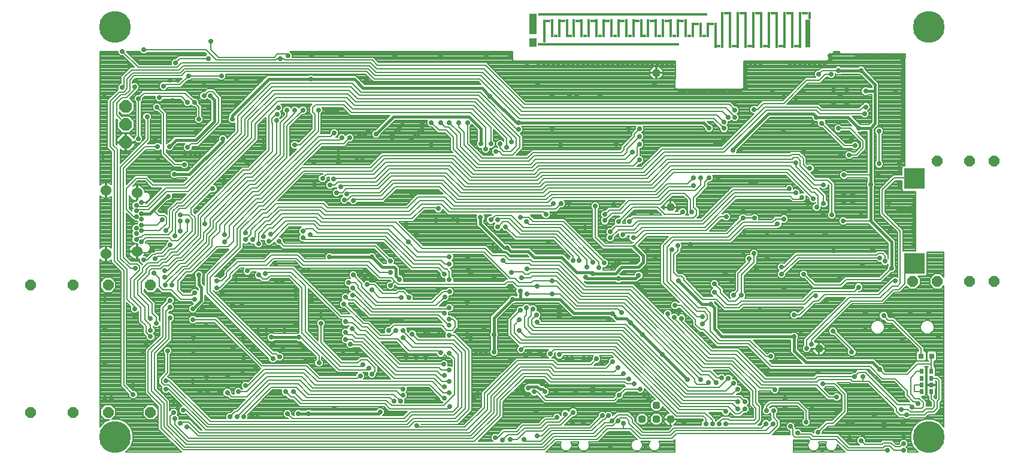
<source format=gbr>
G75*
%MOIN*%
%OFA0B0*%
%FSLAX25Y25*%
%IPPOS*%
%LPD*%
%AMOC8*
5,1,8,0,0,1.08239X$1,22.5*
%
%ADD10R,0.03150X0.03150*%
%ADD11R,0.01575X0.09843*%
%ADD12R,0.02362X0.01575*%
%ADD13R,0.02756X0.01575*%
%ADD14R,0.01575X0.08268*%
%ADD15R,0.01575X0.14173*%
%ADD16R,0.01575X0.20079*%
%ADD17R,0.03543X0.01575*%
%ADD18R,0.01575X0.04331*%
%ADD19R,0.03150X0.15748*%
%ADD20R,0.03937X0.11811*%
%ADD21R,0.01575X0.12992*%
%ADD22R,0.94488X0.01575*%
%ADD23R,0.78740X0.01575*%
%ADD24OC8,0.02400*%
%ADD25R,0.03937X0.04724*%
%ADD26R,0.11811X0.11811*%
%ADD27OC8,0.07000*%
%ADD28OC8,0.04331*%
%ADD29C,0.06063*%
%ADD30R,0.02362X0.02835*%
%ADD31C,0.00787*%
%ADD32C,0.01600*%
%ADD33OC8,0.06102*%
%ADD34C,0.17717*%
D10*
X0502772Y0063065D03*
X0508677Y0063065D03*
D11*
X0371669Y0245545D03*
X0367339Y0245545D03*
X0363402Y0245545D03*
X0359071Y0245545D03*
X0355134Y0245545D03*
X0350803Y0245545D03*
X0346866Y0245545D03*
X0342535Y0245545D03*
X0338598Y0245545D03*
X0334268Y0245545D03*
X0330331Y0245545D03*
X0326000Y0245545D03*
X0322063Y0245545D03*
X0317732Y0245545D03*
X0313795Y0245545D03*
X0309465Y0245545D03*
X0305528Y0245545D03*
X0301197Y0245545D03*
X0297260Y0245545D03*
D12*
X0299228Y0241411D03*
X0307496Y0241411D03*
X0315764Y0241411D03*
X0324031Y0241411D03*
X0332299Y0241411D03*
X0340567Y0241411D03*
X0348835Y0241411D03*
X0357102Y0241411D03*
X0365370Y0241411D03*
X0373638Y0241411D03*
X0381906Y0241411D03*
X0390173Y0235506D03*
D13*
X0398638Y0235506D03*
X0407299Y0235506D03*
X0415961Y0235506D03*
X0424622Y0235506D03*
X0433283Y0235506D03*
X0428953Y0254010D03*
X0420291Y0254010D03*
X0411630Y0254010D03*
X0402969Y0254010D03*
X0394307Y0254010D03*
X0386039Y0248104D03*
X0377772Y0248104D03*
X0369504Y0249679D03*
X0361236Y0249679D03*
X0352969Y0249679D03*
X0344701Y0249679D03*
X0336433Y0249679D03*
X0328165Y0249679D03*
X0319898Y0249679D03*
X0311630Y0249679D03*
X0303362Y0249679D03*
X0295094Y0249679D03*
D14*
X0375606Y0244758D03*
X0379937Y0244758D03*
X0383874Y0244758D03*
D15*
X0388205Y0241805D03*
D16*
X0392142Y0244758D03*
X0396472Y0244758D03*
X0400803Y0244758D03*
X0405134Y0244758D03*
X0409465Y0244758D03*
X0413795Y0244758D03*
X0418126Y0244758D03*
X0422457Y0244758D03*
X0426787Y0244758D03*
X0431118Y0244758D03*
X0435449Y0244758D03*
D17*
X0438008Y0254010D03*
D18*
X0440567Y0252632D03*
D19*
X0439780Y0242592D03*
D20*
X0286630Y0248104D03*
D21*
X0292929Y0243970D03*
D22*
X0336630Y0253222D03*
D23*
X0328756Y0236687D03*
D24*
X0328362Y0226254D03*
X0325606Y0226254D03*
X0322850Y0226254D03*
X0320094Y0226254D03*
X0317339Y0226254D03*
X0314583Y0226254D03*
X0311827Y0226254D03*
X0309071Y0226254D03*
X0306315Y0226254D03*
X0303559Y0226254D03*
X0300803Y0226254D03*
X0298047Y0226254D03*
X0295291Y0226254D03*
X0292535Y0226254D03*
X0289780Y0226254D03*
X0283480Y0226254D03*
X0274031Y0230584D03*
X0260843Y0230584D03*
X0235252Y0230584D03*
X0209661Y0230584D03*
X0193913Y0216805D03*
X0180134Y0230584D03*
X0163205Y0230584D03*
X0150213Y0230191D03*
X0146079Y0228616D03*
X0134268Y0217199D03*
X0121669Y0217199D03*
X0113205Y0218970D03*
X0103559Y0213655D03*
X0103559Y0207947D03*
X0107102Y0207947D03*
X0098244Y0204206D03*
X0094504Y0204206D03*
X0086039Y0205191D03*
X0078756Y0206962D03*
X0077378Y0201647D03*
X0071866Y0196332D03*
X0067142Y0206372D03*
X0064976Y0212868D03*
X0065370Y0216214D03*
X0058087Y0212671D03*
X0048047Y0207159D03*
X0062024Y0224679D03*
X0065961Y0228419D03*
X0070094Y0233537D03*
X0058087Y0232750D03*
X0087614Y0226254D03*
X0094898Y0218970D03*
X0089189Y0216805D03*
X0084661Y0216805D03*
X0081118Y0213458D03*
X0106512Y0201254D03*
X0100803Y0194954D03*
X0099425Y0187868D03*
X0106512Y0183143D03*
X0109268Y0183143D03*
X0113992Y0183931D03*
X0094504Y0179403D03*
X0095882Y0174285D03*
X0098638Y0174285D03*
X0101394Y0174285D03*
X0093126Y0174285D03*
X0092535Y0169758D03*
X0087024Y0164246D03*
X0077969Y0172120D03*
X0077772Y0179600D03*
X0084268Y0179600D03*
X0076394Y0183340D03*
X0067142Y0184128D03*
X0047457Y0174088D03*
X0075409Y0153419D03*
X0068618Y0148596D03*
X0065862Y0147021D03*
X0065862Y0143872D03*
X0065862Y0140722D03*
X0068618Y0139147D03*
X0068618Y0135998D03*
X0068618Y0132848D03*
X0065862Y0131273D03*
X0065862Y0128124D03*
X0068618Y0126549D03*
X0074819Y0122120D03*
X0076394Y0117199D03*
X0070094Y0116608D03*
X0065272Y0111884D03*
X0075606Y0109325D03*
X0081709Y0110506D03*
X0081709Y0106962D03*
X0082024Y0102553D03*
X0085567Y0102553D03*
X0097260Y0105978D03*
X0100606Y0108340D03*
X0110606Y0104994D03*
X0110606Y0101057D03*
X0113795Y0097907D03*
X0119504Y0091411D03*
X0124622Y0091214D03*
X0107496Y0091017D03*
X0102575Y0089246D03*
X0097457Y0089246D03*
X0098441Y0094758D03*
X0098441Y0098301D03*
X0084622Y0094049D03*
X0084602Y0090269D03*
X0084760Y0084443D03*
X0076984Y0081372D03*
X0073835Y0084128D03*
X0073835Y0077435D03*
X0073835Y0073891D03*
X0071472Y0070151D03*
X0069307Y0064443D03*
X0083283Y0065821D03*
X0097654Y0065821D03*
X0097654Y0073301D03*
X0104740Y0079994D03*
X0097457Y0083340D03*
X0125213Y0073104D03*
X0119701Y0067789D03*
X0125803Y0061884D03*
X0130921Y0067592D03*
X0141551Y0069167D03*
X0141157Y0073498D03*
X0138402Y0077238D03*
X0133677Y0077238D03*
X0148441Y0077238D03*
X0154740Y0080191D03*
X0168717Y0081372D03*
X0168717Y0086096D03*
X0163402Y0093970D03*
X0163402Y0096726D03*
X0154740Y0096923D03*
X0154740Y0099679D03*
X0147063Y0104206D03*
X0144110Y0104206D03*
X0137614Y0108931D03*
X0134071Y0108143D03*
X0129740Y0106765D03*
X0127772Y0110506D03*
X0121472Y0105584D03*
X0113008Y0108931D03*
X0115055Y0126726D03*
X0115094Y0130781D03*
X0104150Y0136687D03*
X0094504Y0138262D03*
X0090370Y0138163D03*
X0090370Y0141608D03*
X0080921Y0144364D03*
X0080232Y0138852D03*
X0082496Y0132947D03*
X0087417Y0129895D03*
X0090370Y0132553D03*
X0084661Y0125073D03*
X0065862Y0134423D03*
X0063697Y0137573D03*
X0061531Y0139738D03*
X0068618Y0142297D03*
X0083776Y0152041D03*
X0108480Y0156372D03*
X0114583Y0159915D03*
X0114583Y0162671D03*
X0127575Y0170939D03*
X0125409Y0172710D03*
X0136630Y0179994D03*
X0136630Y0182750D03*
X0152378Y0177041D03*
X0154150Y0180584D03*
X0164780Y0170742D03*
X0178362Y0170742D03*
X0178362Y0173498D03*
X0178362Y0176254D03*
X0188795Y0173498D03*
X0191551Y0173498D03*
X0184661Y0184738D03*
X0180252Y0184718D03*
X0175921Y0187159D03*
X0190173Y0186687D03*
X0192929Y0186687D03*
X0194898Y0188655D03*
X0199425Y0186687D03*
X0208283Y0185702D03*
X0208283Y0182947D03*
X0210252Y0187671D03*
X0212220Y0189639D03*
X0214189Y0191608D03*
X0223047Y0187277D03*
X0221079Y0185309D03*
X0219110Y0183340D03*
X0225016Y0189246D03*
X0225016Y0192002D03*
X0230134Y0192986D03*
X0235252Y0192986D03*
X0240173Y0192986D03*
X0245291Y0192986D03*
X0250213Y0192986D03*
X0254150Y0181175D03*
X0257693Y0181175D03*
X0260449Y0178419D03*
X0263205Y0181175D03*
X0268520Y0181175D03*
X0272063Y0179403D03*
X0274819Y0182159D03*
X0265961Y0176844D03*
X0278559Y0189443D03*
X0278657Y0192986D03*
X0297457Y0189639D03*
X0302181Y0180781D03*
X0333087Y0180978D03*
X0342142Y0176647D03*
X0346079Y0172415D03*
X0346079Y0180978D03*
X0346079Y0185358D03*
X0346079Y0189639D03*
X0340173Y0189639D03*
X0324031Y0207947D03*
X0311039Y0207947D03*
X0307102Y0207947D03*
X0297260Y0207947D03*
X0289386Y0213852D03*
X0262811Y0207750D03*
X0229937Y0180781D03*
X0179622Y0157277D03*
X0177417Y0154088D03*
X0183047Y0153380D03*
X0181669Y0150073D03*
X0186669Y0149718D03*
X0173638Y0158340D03*
X0165173Y0158537D03*
X0169543Y0162080D03*
X0175803Y0161647D03*
X0218913Y0152435D03*
X0220882Y0154403D03*
X0234071Y0145151D03*
X0232594Y0138754D03*
X0242240Y0140525D03*
X0244701Y0138557D03*
X0257496Y0140230D03*
X0263205Y0138852D03*
X0266945Y0138852D03*
X0266945Y0135112D03*
X0271472Y0135112D03*
X0279740Y0140427D03*
X0283087Y0138065D03*
X0293874Y0142080D03*
X0298835Y0142395D03*
X0298008Y0148065D03*
X0302339Y0148025D03*
X0306610Y0148006D03*
X0321374Y0146529D03*
X0326709Y0141844D03*
X0326709Y0138498D03*
X0334268Y0137868D03*
X0340488Y0138104D03*
X0342732Y0142691D03*
X0352772Y0142986D03*
X0369898Y0143183D03*
X0375016Y0143183D03*
X0394307Y0140624D03*
X0403559Y0140033D03*
X0410055Y0140033D03*
X0403559Y0143773D03*
X0422850Y0136687D03*
X0426394Y0139443D03*
X0429346Y0145151D03*
X0439780Y0148104D03*
X0442575Y0150781D03*
X0444543Y0145899D03*
X0448520Y0148065D03*
X0448441Y0141608D03*
X0453087Y0141647D03*
X0459295Y0138289D03*
X0469504Y0141214D03*
X0464583Y0148498D03*
X0464583Y0153222D03*
X0459858Y0153222D03*
X0459858Y0148498D03*
X0448480Y0158301D03*
X0459858Y0163852D03*
X0444701Y0165624D03*
X0440843Y0167750D03*
X0432890Y0170742D03*
X0437220Y0176844D03*
X0457890Y0175073D03*
X0462811Y0175073D03*
X0465961Y0180191D03*
X0463992Y0184325D03*
X0468126Y0190033D03*
X0479346Y0188262D03*
X0492732Y0188852D03*
X0492732Y0186096D03*
X0492732Y0183340D03*
X0492732Y0180584D03*
X0492732Y0177828D03*
X0492732Y0175073D03*
X0492732Y0172317D03*
X0490764Y0170348D03*
X0490764Y0167592D03*
X0490764Y0164836D03*
X0490764Y0159718D03*
X0490764Y0156962D03*
X0478559Y0163852D03*
X0474622Y0158537D03*
X0484858Y0148104D03*
X0490370Y0144167D03*
X0493126Y0144167D03*
X0495882Y0144167D03*
X0498638Y0144167D03*
X0498638Y0141411D03*
X0498638Y0138655D03*
X0498638Y0135899D03*
X0498638Y0133143D03*
X0498638Y0130387D03*
X0498638Y0127632D03*
X0498638Y0124876D03*
X0485646Y0133143D03*
X0475606Y0121923D03*
X0479740Y0117789D03*
X0482693Y0115821D03*
X0486433Y0112080D03*
X0488205Y0104994D03*
X0467929Y0101450D03*
X0457299Y0106372D03*
X0469898Y0114049D03*
X0454150Y0121726D03*
X0449425Y0130978D03*
X0430921Y0131569D03*
X0416945Y0130191D03*
X0404346Y0132159D03*
X0403559Y0121136D03*
X0407102Y0117199D03*
X0409661Y0120151D03*
X0416945Y0117789D03*
X0411039Y0112080D03*
X0425016Y0112671D03*
X0425016Y0108537D03*
X0426197Y0100860D03*
X0437417Y0108537D03*
X0444110Y0096529D03*
X0449819Y0093183D03*
X0432102Y0085899D03*
X0435646Y0076844D03*
X0432102Y0074088D03*
X0438992Y0067199D03*
X0441748Y0069758D03*
X0453756Y0077041D03*
X0471669Y0079206D03*
X0471669Y0086884D03*
X0481906Y0085506D03*
X0485449Y0086884D03*
X0496669Y0086884D03*
X0507102Y0086490D03*
X0485449Y0079206D03*
X0492339Y0072317D03*
X0512417Y0073891D03*
X0479543Y0055781D03*
X0470488Y0051647D03*
X0465764Y0051647D03*
X0448047Y0047513D03*
X0455843Y0040191D03*
X0455921Y0032553D03*
X0461630Y0026647D03*
X0464386Y0025466D03*
X0470488Y0019561D03*
X0463008Y0017592D03*
X0469406Y0015821D03*
X0481906Y0023301D03*
X0481906Y0026057D03*
X0476787Y0029994D03*
X0491748Y0033340D03*
X0494701Y0030191D03*
X0492732Y0026254D03*
X0492929Y0017986D03*
X0492929Y0014246D03*
X0492929Y0010506D03*
X0483874Y0010506D03*
X0447654Y0011096D03*
X0445291Y0020742D03*
X0438795Y0026450D03*
X0434071Y0026450D03*
X0430134Y0023891D03*
X0433874Y0020348D03*
X0420291Y0025466D03*
X0416354Y0025466D03*
X0416748Y0032750D03*
X0420685Y0032750D03*
X0427181Y0034128D03*
X0427181Y0039639D03*
X0421472Y0044364D03*
X0413795Y0037474D03*
X0408283Y0032947D03*
X0404543Y0033734D03*
X0400606Y0033734D03*
X0393913Y0032159D03*
X0400606Y0037671D03*
X0404543Y0037671D03*
X0404346Y0044561D03*
X0400606Y0044758D03*
X0398244Y0047907D03*
X0395488Y0050663D03*
X0391551Y0051057D03*
X0388795Y0048301D03*
X0384465Y0048419D03*
X0380173Y0049915D03*
X0372850Y0049876D03*
X0351000Y0039639D03*
X0348835Y0041805D03*
X0346472Y0044561D03*
X0343126Y0047513D03*
X0339976Y0050466D03*
X0337024Y0053419D03*
X0334071Y0056569D03*
X0330921Y0059915D03*
X0325016Y0059325D03*
X0322063Y0061490D03*
X0317929Y0061490D03*
X0315173Y0061490D03*
X0308283Y0061490D03*
X0305528Y0061490D03*
X0301394Y0063852D03*
X0296276Y0064443D03*
X0292339Y0063458D03*
X0290567Y0065427D03*
X0284661Y0065427D03*
X0282693Y0063458D03*
X0280134Y0066805D03*
X0274228Y0061096D03*
X0264976Y0065230D03*
X0260449Y0064246D03*
X0257693Y0064246D03*
X0254937Y0064246D03*
X0252181Y0072907D03*
X0250016Y0075073D03*
X0240173Y0074679D03*
X0236236Y0074876D03*
X0234465Y0077238D03*
X0228756Y0074876D03*
X0226591Y0077041D03*
X0219504Y0075269D03*
X0214386Y0073301D03*
X0214386Y0077238D03*
X0210252Y0077238D03*
X0206315Y0077238D03*
X0207890Y0083143D03*
X0210646Y0083143D03*
X0213402Y0083143D03*
X0190370Y0087277D03*
X0182378Y0082159D03*
X0185882Y0078222D03*
X0182378Y0076332D03*
X0182378Y0072435D03*
X0185134Y0069639D03*
X0188598Y0066017D03*
X0180921Y0064443D03*
X0191945Y0058340D03*
X0195291Y0056372D03*
X0197063Y0053025D03*
X0190567Y0052041D03*
X0167535Y0059325D03*
X0163205Y0060506D03*
X0160449Y0060506D03*
X0158874Y0067002D03*
X0156906Y0068970D03*
X0156512Y0073498D03*
X0147260Y0068183D03*
X0145724Y0062553D03*
X0141906Y0061608D03*
X0132496Y0055978D03*
X0125016Y0053419D03*
X0116748Y0051844D03*
X0126591Y0046726D03*
X0122654Y0043183D03*
X0116551Y0042789D03*
X0112220Y0042789D03*
X0105331Y0042789D03*
X0101394Y0042789D03*
X0097457Y0048891D03*
X0104937Y0051254D03*
X0086827Y0037868D03*
X0088598Y0035506D03*
X0092142Y0032947D03*
X0086630Y0031569D03*
X0087417Y0028222D03*
X0090370Y0025663D03*
X0094110Y0023695D03*
X0118126Y0029403D03*
X0121866Y0029403D03*
X0125606Y0029403D03*
X0130331Y0029600D03*
X0133480Y0030781D03*
X0150016Y0030978D03*
X0155921Y0030978D03*
X0161827Y0030978D03*
X0176000Y0033931D03*
X0201591Y0031962D03*
X0205134Y0031372D03*
X0209268Y0037868D03*
X0213008Y0037868D03*
X0214386Y0041214D03*
X0214386Y0044561D03*
X0233480Y0039246D03*
X0237220Y0039639D03*
X0240370Y0034915D03*
X0239976Y0042789D03*
X0237220Y0045939D03*
X0239976Y0049088D03*
X0237220Y0052238D03*
X0239976Y0055387D03*
X0237102Y0058498D03*
X0235252Y0064836D03*
X0239976Y0064679D03*
X0227181Y0062277D03*
X0221669Y0062277D03*
X0216157Y0062277D03*
X0240173Y0080388D03*
X0240173Y0083734D03*
X0237417Y0086884D03*
X0240173Y0090033D03*
X0237417Y0092199D03*
X0237614Y0096136D03*
X0240272Y0098891D03*
X0234071Y0100466D03*
X0235646Y0105584D03*
X0234071Y0107947D03*
X0237417Y0108734D03*
X0240173Y0105584D03*
X0250606Y0111195D03*
X0252181Y0108931D03*
X0240173Y0114246D03*
X0240173Y0118183D03*
X0250213Y0118183D03*
X0264386Y0123498D03*
X0266551Y0121726D03*
X0272457Y0123301D03*
X0270094Y0116214D03*
X0274819Y0109521D03*
X0280331Y0106765D03*
X0283283Y0111687D03*
X0297457Y0104994D03*
X0289189Y0102041D03*
X0283283Y0097710D03*
X0279543Y0099285D03*
X0274425Y0101057D03*
X0264976Y0106962D03*
X0275409Y0094758D03*
X0279740Y0088655D03*
X0283087Y0090033D03*
X0286630Y0089246D03*
X0290370Y0089443D03*
X0288795Y0085899D03*
X0288992Y0081962D03*
X0278953Y0083143D03*
X0278953Y0077435D03*
X0264976Y0075073D03*
X0259465Y0078222D03*
X0250016Y0092986D03*
X0217732Y0095742D03*
X0213402Y0095742D03*
X0207299Y0102238D03*
X0212417Y0105781D03*
X0214189Y0109718D03*
X0207299Y0109521D03*
X0207299Y0115860D03*
X0197063Y0118183D03*
X0191945Y0121332D03*
X0202772Y0124679D03*
X0217240Y0126746D03*
X0221669Y0130781D03*
X0215961Y0136490D03*
X0173441Y0118183D03*
X0171276Y0121332D03*
X0158677Y0129010D03*
X0162614Y0130584D03*
X0158677Y0132553D03*
X0145291Y0127041D03*
X0139583Y0127041D03*
X0136630Y0129797D03*
X0140764Y0130978D03*
X0133874Y0125663D03*
X0130528Y0127828D03*
X0126709Y0127828D03*
X0126709Y0131726D03*
X0143323Y0114443D03*
X0158874Y0110702D03*
X0161630Y0110702D03*
X0184071Y0104010D03*
X0186433Y0100860D03*
X0186236Y0096923D03*
X0182299Y0095939D03*
X0181512Y0092002D03*
X0196866Y0099876D03*
X0194307Y0102828D03*
X0193126Y0106569D03*
X0195094Y0108537D03*
X0193126Y0110506D03*
X0191157Y0108537D03*
X0186630Y0108143D03*
X0197063Y0106569D03*
X0295291Y0126450D03*
X0310646Y0134325D03*
X0315665Y0134718D03*
X0329701Y0132199D03*
X0329780Y0128931D03*
X0336827Y0130663D03*
X0342535Y0128813D03*
X0350213Y0121529D03*
X0354543Y0117395D03*
X0349228Y0111293D03*
X0344504Y0115821D03*
X0341748Y0115821D03*
X0334661Y0116411D03*
X0332693Y0114443D03*
X0330724Y0112474D03*
X0326197Y0114836D03*
X0323441Y0112277D03*
X0320094Y0115230D03*
X0316551Y0112671D03*
X0320094Y0109128D03*
X0315961Y0106962D03*
X0312417Y0116411D03*
X0309071Y0116411D03*
X0334465Y0106175D03*
X0337220Y0109325D03*
X0345488Y0107947D03*
X0349228Y0108537D03*
X0345094Y0103025D03*
X0347063Y0101057D03*
X0349031Y0099088D03*
X0365843Y0091372D03*
X0367929Y0088065D03*
X0361709Y0086647D03*
X0365331Y0084679D03*
X0369465Y0084128D03*
X0380921Y0084915D03*
X0380921Y0080978D03*
X0385646Y0092002D03*
X0398244Y0096923D03*
X0402772Y0096923D03*
X0397457Y0104994D03*
X0393717Y0108931D03*
X0387811Y0103222D03*
X0387811Y0098498D03*
X0367732Y0104994D03*
X0363992Y0122317D03*
X0367339Y0124482D03*
X0374524Y0125171D03*
X0331807Y0147317D03*
X0376000Y0157986D03*
X0375921Y0162238D03*
X0380173Y0162199D03*
X0384661Y0162238D03*
X0389780Y0162277D03*
X0407890Y0159521D03*
X0410646Y0159521D03*
X0429346Y0156175D03*
X0432890Y0153813D03*
X0436433Y0151450D03*
X0479346Y0170151D03*
X0456709Y0189836D03*
X0447457Y0192789D03*
X0442732Y0191805D03*
X0444504Y0196136D03*
X0453953Y0203813D03*
X0457693Y0207553D03*
X0461433Y0211293D03*
X0471866Y0210506D03*
X0472024Y0201805D03*
X0461433Y0203813D03*
X0471276Y0198065D03*
X0492732Y0197120D03*
X0492732Y0199876D03*
X0492732Y0202632D03*
X0492732Y0205387D03*
X0492732Y0208143D03*
X0492732Y0210899D03*
X0492732Y0213655D03*
X0492732Y0216411D03*
X0492732Y0219167D03*
X0492732Y0221923D03*
X0492732Y0224679D03*
X0492732Y0227435D03*
X0492142Y0230191D03*
X0489386Y0230191D03*
X0486630Y0230191D03*
X0483874Y0230191D03*
X0481118Y0230191D03*
X0478362Y0230191D03*
X0475606Y0230191D03*
X0472850Y0230191D03*
X0470094Y0230191D03*
X0467339Y0230191D03*
X0469307Y0222120D03*
X0456709Y0222120D03*
X0452772Y0219954D03*
X0445685Y0219954D03*
X0446276Y0226254D03*
X0449031Y0226254D03*
X0452181Y0227435D03*
X0452181Y0230191D03*
X0443520Y0226254D03*
X0440764Y0226254D03*
X0438008Y0226254D03*
X0435252Y0226254D03*
X0432496Y0226254D03*
X0429740Y0226254D03*
X0413205Y0226254D03*
X0410449Y0226254D03*
X0407693Y0226254D03*
X0404937Y0226254D03*
X0404937Y0223498D03*
X0404937Y0220742D03*
X0404937Y0217986D03*
X0404937Y0215230D03*
X0404937Y0212474D03*
X0401787Y0210506D03*
X0399031Y0210506D03*
X0396276Y0210506D03*
X0393520Y0210506D03*
X0390764Y0210506D03*
X0388008Y0210506D03*
X0385252Y0210506D03*
X0382496Y0210506D03*
X0379740Y0210506D03*
X0376984Y0210506D03*
X0374228Y0210506D03*
X0371472Y0210506D03*
X0368717Y0210506D03*
X0354346Y0213852D03*
X0353165Y0226254D03*
X0350409Y0226254D03*
X0347654Y0226254D03*
X0344898Y0226254D03*
X0342142Y0226254D03*
X0339386Y0226254D03*
X0336630Y0226254D03*
X0333874Y0226254D03*
X0331118Y0226254D03*
X0355921Y0226254D03*
X0358677Y0226254D03*
X0361433Y0226254D03*
X0364189Y0226254D03*
X0399031Y0204403D03*
X0399031Y0200073D03*
X0399031Y0195939D03*
X0395488Y0195939D03*
X0393126Y0193380D03*
X0393126Y0189836D03*
X0384661Y0190033D03*
X0392929Y0183340D03*
X0390961Y0181372D03*
X0388205Y0181372D03*
X0398047Y0177632D03*
X0402181Y0177632D03*
X0426000Y0188262D03*
X0409858Y0200269D03*
X0426197Y0207356D03*
X0433087Y0206569D03*
X0437024Y0210506D03*
X0453953Y0211293D03*
X0419898Y0210506D03*
X0488402Y0209915D03*
X0492732Y0194364D03*
X0492732Y0191608D03*
X0498638Y0149679D03*
X0498638Y0146923D03*
X0413008Y0088655D03*
X0464189Y0065230D03*
X0445291Y0054600D03*
X0422063Y0059915D03*
X0419110Y0062868D03*
X0416748Y0053616D03*
X0442142Y0033537D03*
X0394110Y0025466D03*
X0390370Y0025466D03*
X0386630Y0025466D03*
X0382890Y0025466D03*
X0370685Y0025663D03*
X0349425Y0013458D03*
X0329740Y0012080D03*
X0337024Y0025663D03*
X0333874Y0027041D03*
X0330528Y0027041D03*
X0328756Y0029994D03*
X0325409Y0029994D03*
X0314583Y0025663D03*
X0308677Y0025663D03*
X0309071Y0031765D03*
X0304740Y0030781D03*
X0300016Y0029010D03*
X0288402Y0032159D03*
X0283283Y0041214D03*
X0280921Y0042789D03*
X0280331Y0045545D03*
X0278165Y0043773D03*
X0284071Y0045151D03*
X0287417Y0043183D03*
X0293323Y0043380D03*
X0299228Y0043380D03*
X0291945Y0048104D03*
X0310252Y0043380D03*
X0319898Y0042789D03*
X0319898Y0045545D03*
X0326000Y0043970D03*
X0334661Y0041214D03*
X0289189Y0018773D03*
X0281709Y0016608D03*
X0274031Y0016805D03*
X0269701Y0016214D03*
X0265764Y0017592D03*
X0222063Y0024285D03*
X0254150Y0040033D03*
X0256118Y0042002D03*
X0301394Y0084521D03*
X0301394Y0087277D03*
X0301394Y0090033D03*
X0297457Y0097710D03*
X0328953Y0083734D03*
X0330921Y0086687D03*
X0336039Y0087277D03*
X0341157Y0081569D03*
X0347654Y0075073D03*
X0358677Y0064049D03*
X0497850Y0034758D03*
X0501000Y0036490D03*
X0507299Y0036490D03*
X0513795Y0031765D03*
X0514189Y0054994D03*
X0177378Y0200073D03*
X0174622Y0200073D03*
X0171866Y0200073D03*
X0167220Y0200033D03*
X0158598Y0199994D03*
X0154189Y0200033D03*
X0149858Y0200073D03*
X0145094Y0201450D03*
X0144307Y0197710D03*
X0143913Y0194167D03*
X0121669Y0203813D03*
X0119307Y0194954D03*
X0163008Y0217199D03*
X0106118Y0228616D03*
X0107496Y0238262D03*
X0286630Y0248301D03*
X0048244Y0094758D03*
X0064976Y0089443D03*
X0064976Y0085309D03*
X0048244Y0079010D03*
X0048244Y0059325D03*
X0064189Y0046529D03*
X0064189Y0041608D03*
X0052181Y0039639D03*
X0048244Y0039639D03*
X0082299Y0044758D03*
X0082299Y0049384D03*
X0142339Y0042789D03*
X0145291Y0042789D03*
X0149031Y0043183D03*
X0153362Y0043183D03*
D25*
X0286630Y0237474D03*
D26*
X0499031Y0161884D03*
X0499031Y0114639D03*
D27*
X0060055Y0182041D03*
X0060055Y0192041D03*
X0060055Y0202041D03*
D28*
X0355331Y0220742D03*
X0363205Y0145939D03*
X0445882Y0067199D03*
X0363205Y0027828D03*
X0355331Y0027828D03*
X0347457Y0027828D03*
X0355331Y0035702D03*
D29*
X0066256Y0121313D03*
X0048972Y0119895D03*
X0048972Y0155250D03*
X0066256Y0153832D03*
D30*
X0502969Y0054620D03*
X0502969Y0050801D03*
X0508480Y0050801D03*
X0508480Y0054620D03*
X0508480Y0046982D03*
X0508480Y0043163D03*
X0502969Y0043163D03*
X0502969Y0046982D03*
D31*
X0045701Y0023735D02*
X0045701Y0116909D01*
X0046090Y0116520D01*
X0046653Y0116111D01*
X0047274Y0115794D01*
X0047936Y0115579D01*
X0048579Y0115477D01*
X0048579Y0119502D01*
X0049366Y0119502D01*
X0049366Y0115477D01*
X0050009Y0115579D01*
X0050671Y0115794D01*
X0051292Y0116111D01*
X0051855Y0116520D01*
X0051984Y0116649D01*
X0051984Y0115365D01*
X0052907Y0114443D01*
X0057299Y0110050D01*
X0057299Y0046271D01*
X0058222Y0045348D01*
X0061808Y0041762D01*
X0061808Y0040622D01*
X0063203Y0039227D01*
X0065175Y0039227D01*
X0066570Y0040622D01*
X0066570Y0042594D01*
X0065175Y0043989D01*
X0064035Y0043989D01*
X0060449Y0047575D01*
X0060449Y0092924D01*
X0062770Y0090603D01*
X0062595Y0090429D01*
X0062595Y0088456D01*
X0063990Y0087062D01*
X0065963Y0087062D01*
X0066945Y0088044D01*
X0066945Y0082097D01*
X0069701Y0079341D01*
X0069701Y0075798D01*
X0071454Y0074045D01*
X0071454Y0072905D01*
X0072848Y0071510D01*
X0074821Y0071510D01*
X0076216Y0072905D01*
X0076216Y0074878D01*
X0075430Y0075663D01*
X0076216Y0076448D01*
X0076216Y0078421D01*
X0075409Y0079227D01*
X0075409Y0079579D01*
X0075998Y0078991D01*
X0077971Y0078991D01*
X0078953Y0079973D01*
X0078953Y0074780D01*
X0070882Y0066709D01*
X0070882Y0042334D01*
X0078165Y0035050D01*
X0078165Y0022452D01*
X0090449Y0010168D01*
X0091080Y0009537D01*
X0059899Y0009537D01*
X0062661Y0012299D01*
X0064189Y0015989D01*
X0064189Y0019983D01*
X0062661Y0023673D01*
X0059836Y0026497D01*
X0056147Y0028025D01*
X0052458Y0028025D01*
X0054445Y0030012D01*
X0054445Y0033519D01*
X0051966Y0035998D01*
X0048460Y0035998D01*
X0045980Y0033519D01*
X0045980Y0030012D01*
X0048460Y0027533D01*
X0050965Y0027533D01*
X0048463Y0026497D01*
X0045701Y0023735D01*
X0045701Y0023862D02*
X0045828Y0023862D01*
X0045701Y0024648D02*
X0046613Y0024648D01*
X0047399Y0025433D02*
X0045701Y0025433D01*
X0045701Y0026219D02*
X0048185Y0026219D01*
X0048201Y0027791D02*
X0045701Y0027791D01*
X0045701Y0027005D02*
X0049690Y0027005D01*
X0047416Y0028577D02*
X0045701Y0028577D01*
X0045701Y0029363D02*
X0046630Y0029363D01*
X0045980Y0030149D02*
X0045701Y0030149D01*
X0045701Y0030935D02*
X0045980Y0030935D01*
X0045980Y0031721D02*
X0045701Y0031721D01*
X0045701Y0032507D02*
X0045980Y0032507D01*
X0045980Y0033293D02*
X0045701Y0033293D01*
X0045701Y0034079D02*
X0046540Y0034079D01*
X0047326Y0034864D02*
X0045701Y0034864D01*
X0045701Y0035650D02*
X0048112Y0035650D01*
X0045701Y0036436D02*
X0076779Y0036436D01*
X0077565Y0035650D02*
X0075935Y0035650D01*
X0075588Y0035998D02*
X0072082Y0035998D01*
X0069602Y0033519D01*
X0069602Y0030012D01*
X0072082Y0027533D01*
X0075588Y0027533D01*
X0078067Y0030012D01*
X0078067Y0033519D01*
X0075588Y0035998D01*
X0075993Y0037222D02*
X0045701Y0037222D01*
X0045701Y0038008D02*
X0075207Y0038008D01*
X0074421Y0038794D02*
X0045701Y0038794D01*
X0045701Y0039580D02*
X0062850Y0039580D01*
X0062064Y0040366D02*
X0045701Y0040366D01*
X0045701Y0041152D02*
X0061808Y0041152D01*
X0061632Y0041938D02*
X0045701Y0041938D01*
X0045701Y0042724D02*
X0060846Y0042724D01*
X0060060Y0043509D02*
X0045701Y0043509D01*
X0045701Y0044295D02*
X0059274Y0044295D01*
X0058489Y0045081D02*
X0045701Y0045081D01*
X0045701Y0045867D02*
X0057703Y0045867D01*
X0057299Y0046653D02*
X0045701Y0046653D01*
X0045701Y0047439D02*
X0057299Y0047439D01*
X0057299Y0048225D02*
X0045701Y0048225D01*
X0045701Y0049011D02*
X0057299Y0049011D01*
X0057299Y0049797D02*
X0045701Y0049797D01*
X0045701Y0050583D02*
X0057299Y0050583D01*
X0057299Y0051369D02*
X0045701Y0051369D01*
X0045701Y0052155D02*
X0057299Y0052155D01*
X0057299Y0052940D02*
X0045701Y0052940D01*
X0045701Y0053726D02*
X0057299Y0053726D01*
X0057299Y0054512D02*
X0045701Y0054512D01*
X0045701Y0055298D02*
X0057299Y0055298D01*
X0057299Y0056084D02*
X0045701Y0056084D01*
X0045701Y0056870D02*
X0057299Y0056870D01*
X0057299Y0057656D02*
X0045701Y0057656D01*
X0045701Y0058442D02*
X0057299Y0058442D01*
X0057299Y0059228D02*
X0045701Y0059228D01*
X0045701Y0060014D02*
X0057299Y0060014D01*
X0057299Y0060800D02*
X0045701Y0060800D01*
X0045701Y0061585D02*
X0057299Y0061585D01*
X0057299Y0062371D02*
X0045701Y0062371D01*
X0045701Y0063157D02*
X0057299Y0063157D01*
X0057299Y0063943D02*
X0045701Y0063943D01*
X0045701Y0064729D02*
X0057299Y0064729D01*
X0057299Y0065515D02*
X0045701Y0065515D01*
X0045701Y0066301D02*
X0057299Y0066301D01*
X0057299Y0067087D02*
X0045701Y0067087D01*
X0045701Y0067873D02*
X0057299Y0067873D01*
X0057299Y0068659D02*
X0045701Y0068659D01*
X0045701Y0069445D02*
X0057299Y0069445D01*
X0057299Y0070231D02*
X0045701Y0070231D01*
X0045701Y0071016D02*
X0057299Y0071016D01*
X0057299Y0071802D02*
X0045701Y0071802D01*
X0045701Y0072588D02*
X0057299Y0072588D01*
X0057299Y0073374D02*
X0045701Y0073374D01*
X0045701Y0074160D02*
X0057299Y0074160D01*
X0057299Y0074946D02*
X0045701Y0074946D01*
X0045701Y0075732D02*
X0057299Y0075732D01*
X0057299Y0076518D02*
X0045701Y0076518D01*
X0045701Y0077304D02*
X0057299Y0077304D01*
X0057299Y0078090D02*
X0045701Y0078090D01*
X0045701Y0078876D02*
X0057299Y0078876D01*
X0057299Y0079661D02*
X0045701Y0079661D01*
X0045701Y0080447D02*
X0057299Y0080447D01*
X0057299Y0081233D02*
X0045701Y0081233D01*
X0045701Y0082019D02*
X0057299Y0082019D01*
X0057299Y0082805D02*
X0045701Y0082805D01*
X0045701Y0083591D02*
X0057299Y0083591D01*
X0057299Y0084377D02*
X0045701Y0084377D01*
X0045701Y0085163D02*
X0057299Y0085163D01*
X0057299Y0085949D02*
X0045701Y0085949D01*
X0045701Y0086735D02*
X0057299Y0086735D01*
X0057299Y0087521D02*
X0045701Y0087521D01*
X0045701Y0088307D02*
X0057299Y0088307D01*
X0057299Y0089092D02*
X0045701Y0089092D01*
X0045701Y0089878D02*
X0057299Y0089878D01*
X0057299Y0090664D02*
X0045701Y0090664D01*
X0045701Y0091450D02*
X0057299Y0091450D01*
X0057299Y0092236D02*
X0045701Y0092236D01*
X0045701Y0093022D02*
X0057299Y0093022D01*
X0057299Y0093808D02*
X0045701Y0093808D01*
X0045701Y0094594D02*
X0057299Y0094594D01*
X0057299Y0095380D02*
X0045701Y0095380D01*
X0045701Y0096166D02*
X0057299Y0096166D01*
X0057299Y0096952D02*
X0045701Y0096952D01*
X0045701Y0097737D02*
X0057299Y0097737D01*
X0057299Y0098523D02*
X0052090Y0098523D01*
X0051966Y0098399D02*
X0054445Y0100879D01*
X0054445Y0104385D01*
X0051966Y0106864D01*
X0048460Y0106864D01*
X0045980Y0104385D01*
X0045980Y0100879D01*
X0048460Y0098399D01*
X0051966Y0098399D01*
X0052876Y0099309D02*
X0057299Y0099309D01*
X0057299Y0100095D02*
X0053662Y0100095D01*
X0054445Y0100881D02*
X0057299Y0100881D01*
X0057299Y0101667D02*
X0054445Y0101667D01*
X0054445Y0102453D02*
X0057299Y0102453D01*
X0057299Y0103239D02*
X0054445Y0103239D01*
X0054445Y0104025D02*
X0057299Y0104025D01*
X0057299Y0104811D02*
X0054019Y0104811D01*
X0053233Y0105597D02*
X0057299Y0105597D01*
X0057299Y0106383D02*
X0052447Y0106383D01*
X0047978Y0106383D02*
X0045701Y0106383D01*
X0045701Y0107168D02*
X0057299Y0107168D01*
X0057299Y0107954D02*
X0045701Y0107954D01*
X0045701Y0108740D02*
X0057299Y0108740D01*
X0057299Y0109526D02*
X0045701Y0109526D01*
X0045701Y0110312D02*
X0057037Y0110312D01*
X0056251Y0111098D02*
X0045701Y0111098D01*
X0045701Y0111884D02*
X0055465Y0111884D01*
X0054680Y0112670D02*
X0045701Y0112670D01*
X0045701Y0113456D02*
X0053894Y0113456D01*
X0053108Y0114242D02*
X0045701Y0114242D01*
X0045701Y0115028D02*
X0052322Y0115028D01*
X0051984Y0115813D02*
X0050709Y0115813D01*
X0049366Y0115813D02*
X0048579Y0115813D01*
X0048579Y0116599D02*
X0049366Y0116599D01*
X0049366Y0117385D02*
X0048579Y0117385D01*
X0048579Y0118171D02*
X0049366Y0118171D01*
X0049366Y0118957D02*
X0048579Y0118957D01*
X0048579Y0120289D02*
X0048579Y0124313D01*
X0047936Y0124212D01*
X0047274Y0123996D01*
X0046653Y0123680D01*
X0046090Y0123271D01*
X0045701Y0122882D01*
X0045701Y0152263D01*
X0046090Y0151874D01*
X0046653Y0151465D01*
X0047274Y0151149D01*
X0047936Y0150933D01*
X0048579Y0150832D01*
X0048579Y0154856D01*
X0049366Y0154856D01*
X0049366Y0150832D01*
X0050009Y0150933D01*
X0050671Y0151149D01*
X0051292Y0151465D01*
X0051855Y0151874D01*
X0051984Y0152003D01*
X0051984Y0123142D01*
X0051855Y0123271D01*
X0051292Y0123680D01*
X0050671Y0123996D01*
X0050009Y0124212D01*
X0049366Y0124313D01*
X0049366Y0120289D01*
X0048579Y0120289D01*
X0048579Y0120529D02*
X0049366Y0120529D01*
X0049366Y0121315D02*
X0048579Y0121315D01*
X0048579Y0122101D02*
X0049366Y0122101D01*
X0049366Y0122887D02*
X0048579Y0122887D01*
X0048579Y0123673D02*
X0049366Y0123673D01*
X0051302Y0123673D02*
X0051984Y0123673D01*
X0051984Y0124459D02*
X0045701Y0124459D01*
X0045701Y0125244D02*
X0051984Y0125244D01*
X0051984Y0126030D02*
X0045701Y0126030D01*
X0045701Y0126816D02*
X0051984Y0126816D01*
X0051984Y0127602D02*
X0045701Y0127602D01*
X0045701Y0128388D02*
X0051984Y0128388D01*
X0051984Y0129174D02*
X0045701Y0129174D01*
X0045701Y0129960D02*
X0051984Y0129960D01*
X0051984Y0130746D02*
X0045701Y0130746D01*
X0045701Y0131532D02*
X0051984Y0131532D01*
X0051984Y0132318D02*
X0045701Y0132318D01*
X0045701Y0133104D02*
X0051984Y0133104D01*
X0051984Y0133889D02*
X0045701Y0133889D01*
X0045701Y0134675D02*
X0051984Y0134675D01*
X0051984Y0135461D02*
X0045701Y0135461D01*
X0045701Y0136247D02*
X0051984Y0136247D01*
X0051984Y0137033D02*
X0045701Y0137033D01*
X0045701Y0137819D02*
X0051984Y0137819D01*
X0051984Y0138605D02*
X0045701Y0138605D01*
X0045701Y0139391D02*
X0051984Y0139391D01*
X0051984Y0140177D02*
X0045701Y0140177D01*
X0045701Y0140963D02*
X0051984Y0140963D01*
X0051984Y0141749D02*
X0045701Y0141749D01*
X0045701Y0142535D02*
X0051984Y0142535D01*
X0051984Y0143320D02*
X0045701Y0143320D01*
X0045701Y0144106D02*
X0051984Y0144106D01*
X0051984Y0144892D02*
X0045701Y0144892D01*
X0045701Y0145678D02*
X0051984Y0145678D01*
X0051984Y0146464D02*
X0045701Y0146464D01*
X0045701Y0147250D02*
X0051984Y0147250D01*
X0051984Y0148036D02*
X0045701Y0148036D01*
X0045701Y0148822D02*
X0051984Y0148822D01*
X0051984Y0149608D02*
X0045701Y0149608D01*
X0045701Y0150394D02*
X0051984Y0150394D01*
X0051984Y0151180D02*
X0050732Y0151180D01*
X0049366Y0151180D02*
X0048579Y0151180D01*
X0048579Y0151965D02*
X0049366Y0151965D01*
X0049366Y0152751D02*
X0048579Y0152751D01*
X0048579Y0153537D02*
X0049366Y0153537D01*
X0049366Y0154323D02*
X0048579Y0154323D01*
X0048579Y0155643D02*
X0048579Y0159668D01*
X0047936Y0159566D01*
X0047274Y0159351D01*
X0046653Y0159034D01*
X0046090Y0158625D01*
X0045701Y0158236D01*
X0045701Y0232553D01*
X0055706Y0232553D01*
X0055706Y0231763D01*
X0057100Y0230369D01*
X0058241Y0230369D01*
X0064718Y0223891D01*
X0062552Y0223891D01*
X0058419Y0219758D01*
X0057496Y0218835D01*
X0057496Y0215052D01*
X0057100Y0215052D01*
X0055706Y0213657D01*
X0055706Y0211685D01*
X0055782Y0211609D01*
X0054937Y0210764D01*
X0049819Y0205646D01*
X0049819Y0180252D01*
X0049819Y0178948D01*
X0051984Y0176782D01*
X0051984Y0158496D01*
X0051855Y0158625D01*
X0051292Y0159034D01*
X0050671Y0159351D01*
X0050009Y0159566D01*
X0049366Y0159668D01*
X0049366Y0155643D01*
X0048579Y0155643D01*
X0048579Y0155895D02*
X0049366Y0155895D01*
X0049366Y0156681D02*
X0048579Y0156681D01*
X0048579Y0157467D02*
X0049366Y0157467D01*
X0049366Y0158253D02*
X0048579Y0158253D01*
X0048579Y0159039D02*
X0049366Y0159039D01*
X0051283Y0159039D02*
X0051984Y0159039D01*
X0051984Y0159825D02*
X0045701Y0159825D01*
X0045701Y0160611D02*
X0051984Y0160611D01*
X0051984Y0161396D02*
X0045701Y0161396D01*
X0045701Y0162182D02*
X0051984Y0162182D01*
X0051984Y0162968D02*
X0045701Y0162968D01*
X0045701Y0163754D02*
X0051984Y0163754D01*
X0051984Y0164540D02*
X0045701Y0164540D01*
X0045701Y0165326D02*
X0051984Y0165326D01*
X0051984Y0166112D02*
X0045701Y0166112D01*
X0045701Y0166898D02*
X0051984Y0166898D01*
X0051984Y0167684D02*
X0045701Y0167684D01*
X0045701Y0168470D02*
X0051984Y0168470D01*
X0051984Y0169256D02*
X0045701Y0169256D01*
X0045701Y0170041D02*
X0051984Y0170041D01*
X0051984Y0170827D02*
X0045701Y0170827D01*
X0045701Y0171613D02*
X0051984Y0171613D01*
X0051984Y0172399D02*
X0045701Y0172399D01*
X0045701Y0173185D02*
X0051984Y0173185D01*
X0051984Y0173971D02*
X0045701Y0173971D01*
X0045701Y0174757D02*
X0051984Y0174757D01*
X0051984Y0175543D02*
X0045701Y0175543D01*
X0045701Y0176329D02*
X0051984Y0176329D01*
X0051652Y0177115D02*
X0045701Y0177115D01*
X0045701Y0177901D02*
X0050866Y0177901D01*
X0050080Y0178687D02*
X0045701Y0178687D01*
X0045701Y0179472D02*
X0049819Y0179472D01*
X0049819Y0180258D02*
X0045701Y0180258D01*
X0045701Y0181044D02*
X0049819Y0181044D01*
X0049819Y0181830D02*
X0045701Y0181830D01*
X0045701Y0182616D02*
X0049819Y0182616D01*
X0049819Y0183402D02*
X0045701Y0183402D01*
X0045701Y0184188D02*
X0049819Y0184188D01*
X0049819Y0184974D02*
X0045701Y0184974D01*
X0045701Y0185760D02*
X0049819Y0185760D01*
X0049819Y0186546D02*
X0045701Y0186546D01*
X0045701Y0187332D02*
X0049819Y0187332D01*
X0049819Y0188117D02*
X0045701Y0188117D01*
X0045701Y0188903D02*
X0049819Y0188903D01*
X0049819Y0189689D02*
X0045701Y0189689D01*
X0045701Y0190475D02*
X0049819Y0190475D01*
X0049819Y0191261D02*
X0045701Y0191261D01*
X0045701Y0192047D02*
X0049819Y0192047D01*
X0049819Y0192833D02*
X0045701Y0192833D01*
X0045701Y0193619D02*
X0049819Y0193619D01*
X0049819Y0194405D02*
X0045701Y0194405D01*
X0045701Y0195191D02*
X0049819Y0195191D01*
X0049819Y0195977D02*
X0045701Y0195977D01*
X0045701Y0196762D02*
X0049819Y0196762D01*
X0049819Y0197548D02*
X0045701Y0197548D01*
X0045701Y0198334D02*
X0049819Y0198334D01*
X0049819Y0199120D02*
X0045701Y0199120D01*
X0045701Y0199906D02*
X0049819Y0199906D01*
X0049819Y0200692D02*
X0045701Y0200692D01*
X0045701Y0201478D02*
X0049819Y0201478D01*
X0049819Y0202264D02*
X0045701Y0202264D01*
X0045701Y0203050D02*
X0049819Y0203050D01*
X0049819Y0203836D02*
X0045701Y0203836D01*
X0045701Y0204622D02*
X0049819Y0204622D01*
X0049819Y0205408D02*
X0045701Y0205408D01*
X0045701Y0206193D02*
X0050366Y0206193D01*
X0051152Y0206979D02*
X0045701Y0206979D01*
X0045701Y0207765D02*
X0051938Y0207765D01*
X0052724Y0208551D02*
X0045701Y0208551D01*
X0045701Y0209337D02*
X0053510Y0209337D01*
X0054296Y0210123D02*
X0045701Y0210123D01*
X0045701Y0210909D02*
X0055082Y0210909D01*
X0054937Y0210764D02*
X0054937Y0210764D01*
X0055706Y0211695D02*
X0045701Y0211695D01*
X0045701Y0212481D02*
X0055706Y0212481D01*
X0055706Y0213267D02*
X0045701Y0213267D01*
X0045701Y0214053D02*
X0056101Y0214053D01*
X0056887Y0214838D02*
X0045701Y0214838D01*
X0045701Y0215624D02*
X0057496Y0215624D01*
X0057496Y0216410D02*
X0045701Y0216410D01*
X0045701Y0217196D02*
X0057496Y0217196D01*
X0057496Y0217982D02*
X0045701Y0217982D01*
X0045701Y0218768D02*
X0057496Y0218768D01*
X0058215Y0219554D02*
X0045701Y0219554D01*
X0045701Y0220340D02*
X0059001Y0220340D01*
X0059787Y0221126D02*
X0045701Y0221126D01*
X0045701Y0221912D02*
X0060573Y0221912D01*
X0061359Y0222698D02*
X0045701Y0222698D01*
X0045701Y0223484D02*
X0062145Y0223484D01*
X0063205Y0222317D02*
X0059071Y0218183D01*
X0059071Y0213655D01*
X0058087Y0212671D01*
X0058874Y0210112D02*
X0060646Y0211884D01*
X0060646Y0217395D01*
X0063992Y0220742D01*
X0090370Y0220742D01*
X0092732Y0223104D01*
X0194898Y0223104D01*
X0198638Y0219364D01*
X0257693Y0219364D01*
X0279740Y0197317D01*
X0389189Y0197317D01*
X0393126Y0193380D01*
X0394722Y0191608D02*
X0395507Y0192393D01*
X0395507Y0193558D01*
X0396474Y0193558D01*
X0397260Y0194343D01*
X0398045Y0193558D01*
X0400018Y0193558D01*
X0401413Y0194952D01*
X0401413Y0196925D01*
X0400332Y0198006D01*
X0401413Y0199086D01*
X0401413Y0201059D01*
X0400018Y0202454D01*
X0398877Y0202454D01*
X0397457Y0203874D01*
X0396534Y0204797D01*
X0282755Y0204797D01*
X0261827Y0225725D01*
X0260904Y0226647D01*
X0200668Y0226647D01*
X0197912Y0229403D01*
X0152594Y0229403D01*
X0152594Y0231177D01*
X0151218Y0232553D01*
X0275197Y0232553D01*
X0275197Y0228039D01*
X0276013Y0227222D01*
X0283073Y0227222D01*
X0283286Y0227435D01*
X0289580Y0227435D01*
X0289793Y0227222D01*
X0336223Y0227222D01*
X0336436Y0227435D01*
X0342730Y0227435D01*
X0342942Y0227222D01*
X0365961Y0227222D01*
X0365961Y0217595D01*
X0365748Y0217382D01*
X0365748Y0212291D01*
X0366564Y0211474D01*
X0403152Y0211474D01*
X0403968Y0212291D01*
X0403968Y0227222D01*
X0450396Y0227222D01*
X0451213Y0228039D01*
X0451213Y0231159D01*
X0453349Y0231159D01*
X0454165Y0231976D01*
X0454165Y0232553D01*
X0457283Y0232553D01*
X0457283Y0231976D01*
X0458100Y0231159D01*
X0489766Y0231159D01*
X0489979Y0231372D01*
X0493913Y0231372D01*
X0493913Y0229406D01*
X0493701Y0229193D01*
X0493701Y0168983D01*
X0493714Y0168970D01*
X0492637Y0168970D01*
X0491945Y0168278D01*
X0491945Y0163852D01*
X0487159Y0163852D01*
X0479543Y0156237D01*
X0479543Y0141940D01*
X0480466Y0141017D01*
X0489583Y0131901D01*
X0489583Y0106983D01*
X0489191Y0107375D01*
X0487218Y0107375D01*
X0486412Y0106569D01*
X0486174Y0106569D01*
X0485252Y0105646D01*
X0478497Y0098891D01*
X0467597Y0098891D01*
X0467775Y0099069D01*
X0468915Y0099069D01*
X0470310Y0100464D01*
X0470310Y0102437D01*
X0468915Y0103832D01*
X0466943Y0103832D01*
X0465548Y0102437D01*
X0465548Y0101296D01*
X0464915Y0100663D01*
X0441883Y0100663D01*
X0440961Y0099741D01*
X0436568Y0095348D01*
X0404564Y0095348D01*
X0405153Y0095937D01*
X0405153Y0097909D01*
X0404346Y0098716D01*
X0404346Y0107688D01*
X0410314Y0113655D01*
X0411236Y0114578D01*
X0411236Y0118359D01*
X0412043Y0119165D01*
X0412043Y0121138D01*
X0410648Y0122532D01*
X0408675Y0122532D01*
X0407280Y0121138D01*
X0407280Y0119580D01*
X0406116Y0119580D01*
X0404721Y0118185D01*
X0404721Y0116212D01*
X0405191Y0115743D01*
X0400151Y0110702D01*
X0399228Y0109780D01*
X0399228Y0100134D01*
X0398398Y0099304D01*
X0397258Y0099304D01*
X0395863Y0097909D01*
X0395863Y0095937D01*
X0396648Y0095151D01*
X0396337Y0095151D01*
X0392535Y0098953D01*
X0392535Y0100725D01*
X0391613Y0101647D01*
X0390192Y0103068D01*
X0390192Y0104208D01*
X0388797Y0105603D01*
X0386825Y0105603D01*
X0385430Y0104208D01*
X0385430Y0102236D01*
X0386806Y0100860D01*
X0385430Y0099484D01*
X0385430Y0097511D01*
X0386609Y0096332D01*
X0381770Y0096332D01*
X0372260Y0105843D01*
X0372260Y0107024D01*
X0371079Y0108205D01*
X0370156Y0109128D01*
X0367794Y0109128D01*
X0366748Y0110174D01*
X0366748Y0118908D01*
X0367991Y0120151D01*
X0368913Y0121074D01*
X0368913Y0122689D01*
X0369720Y0123496D01*
X0369720Y0125468D01*
X0369131Y0126057D01*
X0396928Y0126057D01*
X0404999Y0134128D01*
X0422518Y0134128D01*
X0422696Y0134306D01*
X0423837Y0134306D01*
X0425231Y0135700D01*
X0425231Y0137237D01*
X0425407Y0137062D01*
X0427380Y0137062D01*
X0428775Y0138456D01*
X0428775Y0140429D01*
X0427380Y0141824D01*
X0425407Y0141824D01*
X0424601Y0141017D01*
X0421214Y0141017D01*
X0420291Y0140095D01*
X0419245Y0139049D01*
X0412436Y0139049D01*
X0412436Y0141019D01*
X0411041Y0142414D01*
X0409069Y0142414D01*
X0408263Y0141608D01*
X0405352Y0141608D01*
X0404545Y0142414D01*
X0402573Y0142414D01*
X0401178Y0141019D01*
X0401178Y0139879D01*
X0394048Y0132750D01*
X0385117Y0132750D01*
X0391416Y0139049D01*
X0392515Y0139049D01*
X0393321Y0138243D01*
X0395293Y0138243D01*
X0396688Y0139637D01*
X0396688Y0141610D01*
X0395293Y0143005D01*
X0393321Y0143005D01*
X0392515Y0142199D01*
X0392007Y0142199D01*
X0400077Y0150269D01*
X0429482Y0150269D01*
X0429937Y0149814D01*
X0430859Y0148891D01*
X0436101Y0148891D01*
X0436279Y0149069D01*
X0437419Y0149069D01*
X0438814Y0150464D01*
X0438814Y0152315D01*
X0440194Y0150935D01*
X0440194Y0149795D01*
X0441589Y0148400D01*
X0443561Y0148400D01*
X0443913Y0148752D01*
X0443913Y0148280D01*
X0443557Y0148280D01*
X0442162Y0146886D01*
X0442162Y0144913D01*
X0443557Y0143518D01*
X0445530Y0143518D01*
X0446924Y0144913D01*
X0446924Y0146053D01*
X0447044Y0146173D01*
X0447533Y0145684D01*
X0449506Y0145684D01*
X0450901Y0147078D01*
X0450901Y0149051D01*
X0450016Y0149936D01*
X0450016Y0153087D01*
X0449093Y0154010D01*
X0446377Y0156726D01*
X0446688Y0156726D01*
X0447494Y0155920D01*
X0449467Y0155920D01*
X0450861Y0157315D01*
X0450861Y0158614D01*
X0451512Y0157964D01*
X0451512Y0143440D01*
X0450706Y0142634D01*
X0450706Y0140661D01*
X0452100Y0139266D01*
X0454073Y0139266D01*
X0455468Y0140661D01*
X0455468Y0142634D01*
X0454661Y0143440D01*
X0454661Y0159268D01*
X0453739Y0160191D01*
X0451259Y0162671D01*
X0443975Y0162671D01*
X0441277Y0165369D01*
X0441829Y0165369D01*
X0443224Y0166763D01*
X0443224Y0168736D01*
X0441829Y0170131D01*
X0439856Y0170131D01*
X0439465Y0169740D01*
X0438795Y0170410D01*
X0438795Y0173559D01*
X0437873Y0174482D01*
X0437873Y0174482D01*
X0435511Y0176844D01*
X0430072Y0176844D01*
X0429403Y0176175D01*
X0399958Y0176175D01*
X0400428Y0176645D01*
X0400428Y0177802D01*
X0418553Y0195926D01*
X0441912Y0195926D01*
X0442123Y0195715D01*
X0442123Y0195149D01*
X0443518Y0193754D01*
X0445076Y0193754D01*
X0445076Y0191803D01*
X0446470Y0190408D01*
X0447611Y0190408D01*
X0459403Y0178616D01*
X0464168Y0178616D01*
X0464974Y0177810D01*
X0466947Y0177810D01*
X0468342Y0179204D01*
X0468342Y0181177D01*
X0466947Y0182572D01*
X0464974Y0182572D01*
X0464168Y0181765D01*
X0460707Y0181765D01*
X0449838Y0192635D01*
X0449838Y0193775D01*
X0449459Y0194154D01*
X0461203Y0194154D01*
X0463946Y0191411D01*
X0458501Y0191411D01*
X0457695Y0192217D01*
X0455722Y0192217D01*
X0454328Y0190823D01*
X0454328Y0188850D01*
X0455722Y0187455D01*
X0457695Y0187455D01*
X0458501Y0188262D01*
X0462749Y0188262D01*
X0468913Y0182097D01*
X0468913Y0179662D01*
X0465899Y0176647D01*
X0464604Y0176647D01*
X0463797Y0177454D01*
X0461825Y0177454D01*
X0460430Y0176059D01*
X0460430Y0174086D01*
X0461825Y0172691D01*
X0463797Y0172691D01*
X0464604Y0173498D01*
X0467203Y0173498D01*
X0468126Y0174420D01*
X0472063Y0178357D01*
X0472063Y0183402D01*
X0472641Y0183402D01*
X0472063Y0183402D02*
X0471140Y0184324D01*
X0467813Y0187652D01*
X0469112Y0187652D01*
X0469512Y0188052D01*
X0472641Y0188052D01*
X0472641Y0165427D01*
X0461651Y0165427D01*
X0460845Y0166233D01*
X0458872Y0166233D01*
X0457477Y0164838D01*
X0457477Y0162866D01*
X0458872Y0161471D01*
X0460845Y0161471D01*
X0461651Y0162277D01*
X0472641Y0162277D01*
X0472641Y0159923D01*
X0472241Y0159523D01*
X0472241Y0157551D01*
X0472641Y0157151D01*
X0472641Y0139863D01*
X0461087Y0139863D01*
X0460281Y0140670D01*
X0458309Y0140670D01*
X0456914Y0139275D01*
X0456914Y0137302D01*
X0458309Y0135908D01*
X0460281Y0135908D01*
X0461087Y0136714D01*
X0473395Y0136714D01*
X0484452Y0125657D01*
X0484452Y0117429D01*
X0484268Y0117613D01*
X0484268Y0119426D01*
X0482890Y0120804D01*
X0481967Y0121726D01*
X0478300Y0121726D01*
X0477513Y0120939D01*
X0432828Y0120939D01*
X0426472Y0114582D01*
X0426002Y0115052D01*
X0424029Y0115052D01*
X0422635Y0113657D01*
X0422635Y0111685D01*
X0423715Y0110604D01*
X0422635Y0109523D01*
X0422635Y0107551D01*
X0424029Y0106156D01*
X0426002Y0106156D01*
X0427397Y0107551D01*
X0427397Y0108691D01*
X0434920Y0116214D01*
X0477948Y0116214D01*
X0478754Y0115408D01*
X0480312Y0115408D01*
X0480312Y0114834D01*
X0481707Y0113439D01*
X0483679Y0113439D01*
X0484452Y0114212D01*
X0484452Y0113467D01*
X0484052Y0113067D01*
X0484052Y0111926D01*
X0479285Y0107159D01*
X0460387Y0107159D01*
X0457434Y0104206D01*
X0443975Y0104206D01*
X0439798Y0108383D01*
X0439798Y0109523D01*
X0438404Y0110918D01*
X0436431Y0110918D01*
X0435036Y0109523D01*
X0435036Y0107551D01*
X0436431Y0106156D01*
X0437571Y0106156D01*
X0442671Y0101057D01*
X0458739Y0101057D01*
X0459661Y0101979D01*
X0461692Y0104010D01*
X0480589Y0104010D01*
X0481512Y0104932D01*
X0486279Y0109699D01*
X0487419Y0109699D01*
X0488814Y0111094D01*
X0488814Y0113067D01*
X0488414Y0113467D01*
X0488414Y0127298D01*
X0487254Y0128459D01*
X0476603Y0139109D01*
X0476603Y0157151D01*
X0477003Y0157551D01*
X0477003Y0159523D01*
X0476603Y0159923D01*
X0476603Y0189213D01*
X0478002Y0190611D01*
X0479162Y0191772D01*
X0479162Y0215066D01*
X0471688Y0222540D01*
X0471688Y0223106D01*
X0470293Y0224501D01*
X0468321Y0224501D01*
X0467921Y0224101D01*
X0458095Y0224101D01*
X0457695Y0224501D01*
X0455722Y0224501D01*
X0454916Y0223695D01*
X0447198Y0223695D01*
X0445839Y0222336D01*
X0444699Y0222336D01*
X0443304Y0220941D01*
X0443304Y0218968D01*
X0444089Y0218183D01*
X0438537Y0218183D01*
X0425545Y0205191D01*
X0414324Y0205191D01*
X0413402Y0204268D01*
X0411314Y0202181D01*
X0410845Y0202650D01*
X0408872Y0202650D01*
X0407477Y0201256D01*
X0407477Y0199283D01*
X0408872Y0197888D01*
X0409620Y0197888D01*
X0391726Y0179994D01*
X0357907Y0179994D01*
X0346686Y0168773D01*
X0344664Y0168773D01*
X0345925Y0170034D01*
X0347065Y0170034D01*
X0348460Y0171429D01*
X0348460Y0173401D01*
X0347065Y0174796D01*
X0346276Y0174796D01*
X0346276Y0178597D01*
X0347065Y0178597D01*
X0348460Y0179992D01*
X0348460Y0181964D01*
X0347256Y0183168D01*
X0348460Y0184372D01*
X0348460Y0186344D01*
X0347305Y0187499D01*
X0348460Y0188653D01*
X0348460Y0190626D01*
X0348081Y0191005D01*
X0380888Y0191005D01*
X0382280Y0189613D01*
X0382280Y0189047D01*
X0383675Y0187652D01*
X0385648Y0187652D01*
X0387043Y0189047D01*
X0387043Y0191019D01*
X0385648Y0192414D01*
X0385082Y0192414D01*
X0383723Y0193773D01*
X0386765Y0193773D01*
X0390745Y0189793D01*
X0390745Y0188850D01*
X0392140Y0187455D01*
X0394112Y0187455D01*
X0395507Y0188850D01*
X0395507Y0190823D01*
X0394722Y0191608D01*
X0395069Y0191261D02*
X0402993Y0191261D01*
X0402207Y0190475D02*
X0395507Y0190475D01*
X0395507Y0189689D02*
X0401421Y0189689D01*
X0400635Y0188903D02*
X0395507Y0188903D01*
X0394774Y0188117D02*
X0399849Y0188117D01*
X0399063Y0187332D02*
X0347473Y0187332D01*
X0347924Y0188117D02*
X0383210Y0188117D01*
X0382424Y0188903D02*
X0348460Y0188903D01*
X0348460Y0189689D02*
X0382204Y0189689D01*
X0381418Y0190475D02*
X0348460Y0190475D01*
X0346079Y0189639D02*
X0343126Y0186687D01*
X0343126Y0185309D01*
X0337220Y0179403D01*
X0337220Y0177828D01*
X0335843Y0176450D01*
X0286827Y0176450D01*
X0283677Y0173301D01*
X0258283Y0173301D01*
X0250213Y0181372D01*
X0250213Y0192986D01*
X0251855Y0191261D02*
X0253270Y0191261D01*
X0252562Y0191968D02*
X0255712Y0188819D01*
X0255712Y0182561D01*
X0255312Y0182161D01*
X0255312Y0180189D01*
X0256707Y0178794D01*
X0258068Y0178794D01*
X0258068Y0177433D01*
X0259463Y0176038D01*
X0261435Y0176038D01*
X0262830Y0177433D01*
X0262830Y0178794D01*
X0264191Y0178794D01*
X0265586Y0180189D01*
X0265586Y0182161D01*
X0264780Y0182967D01*
X0264780Y0189381D01*
X0270488Y0183672D01*
X0270488Y0182574D01*
X0269506Y0183556D01*
X0267533Y0183556D01*
X0266139Y0182161D01*
X0266139Y0180189D01*
X0266945Y0179382D01*
X0266945Y0179225D01*
X0264974Y0179225D01*
X0263580Y0177830D01*
X0263580Y0175858D01*
X0264562Y0174876D01*
X0258936Y0174876D01*
X0251787Y0182024D01*
X0251787Y0191193D01*
X0252562Y0191968D01*
X0251787Y0190475D02*
X0254055Y0190475D01*
X0254841Y0189689D02*
X0251787Y0189689D01*
X0251787Y0188903D02*
X0255627Y0188903D01*
X0255712Y0188117D02*
X0251787Y0188117D01*
X0251787Y0187332D02*
X0255712Y0187332D01*
X0255712Y0186546D02*
X0251787Y0186546D01*
X0251787Y0185760D02*
X0255712Y0185760D01*
X0255712Y0184974D02*
X0251787Y0184974D01*
X0251787Y0184188D02*
X0255712Y0184188D01*
X0255712Y0183402D02*
X0251787Y0183402D01*
X0251787Y0182616D02*
X0255712Y0182616D01*
X0255312Y0181830D02*
X0251981Y0181830D01*
X0252767Y0181044D02*
X0255312Y0181044D01*
X0255312Y0180258D02*
X0253553Y0180258D01*
X0254339Y0179472D02*
X0256028Y0179472D01*
X0255125Y0178687D02*
X0258068Y0178687D01*
X0258068Y0177901D02*
X0255911Y0177901D01*
X0256697Y0177115D02*
X0258386Y0177115D01*
X0259172Y0176329D02*
X0257483Y0176329D01*
X0258269Y0175543D02*
X0263895Y0175543D01*
X0263580Y0176329D02*
X0261726Y0176329D01*
X0262512Y0177115D02*
X0263580Y0177115D01*
X0263650Y0177901D02*
X0262830Y0177901D01*
X0262830Y0178687D02*
X0264436Y0178687D01*
X0264870Y0179472D02*
X0266855Y0179472D01*
X0266139Y0180258D02*
X0265586Y0180258D01*
X0265586Y0181044D02*
X0266139Y0181044D01*
X0266139Y0181830D02*
X0265586Y0181830D01*
X0265131Y0182616D02*
X0266593Y0182616D01*
X0267379Y0183402D02*
X0264780Y0183402D01*
X0264780Y0184188D02*
X0269972Y0184188D01*
X0269660Y0183402D02*
X0270488Y0183402D01*
X0270488Y0182616D02*
X0270446Y0182616D01*
X0272063Y0184325D02*
X0272063Y0179403D01*
X0270488Y0176844D02*
X0268520Y0178813D01*
X0268520Y0181175D01*
X0269187Y0184974D02*
X0264780Y0184974D01*
X0264780Y0185760D02*
X0268401Y0185760D01*
X0267615Y0186546D02*
X0264780Y0186546D01*
X0264780Y0187332D02*
X0266829Y0187332D01*
X0266043Y0188117D02*
X0264780Y0188117D01*
X0264780Y0188903D02*
X0265257Y0188903D01*
X0263205Y0190427D02*
X0252969Y0200663D01*
X0186433Y0200663D01*
X0182102Y0204994D01*
X0144701Y0204994D01*
X0132102Y0192395D01*
X0132102Y0183931D01*
X0093323Y0145151D01*
X0090173Y0145151D01*
X0087811Y0142789D01*
X0087811Y0130289D01*
X0087417Y0129895D01*
X0085843Y0127435D02*
X0084268Y0129010D01*
X0071079Y0129010D01*
X0068618Y0126549D01*
X0070999Y0126703D02*
X0071731Y0127435D01*
X0083615Y0127435D01*
X0083636Y0127414D01*
X0082280Y0126059D01*
X0082280Y0124919D01*
X0079285Y0121923D01*
X0076332Y0121923D01*
X0075545Y0121136D01*
X0074363Y0121136D01*
X0071649Y0118421D01*
X0071081Y0118989D01*
X0070038Y0118989D01*
X0070041Y0118993D01*
X0070357Y0119614D01*
X0070572Y0120276D01*
X0070643Y0120727D01*
X0070645Y0120726D01*
X0071709Y0120726D01*
X0072691Y0121133D01*
X0073443Y0121885D01*
X0073850Y0122868D01*
X0073850Y0123931D01*
X0073443Y0124914D01*
X0072691Y0125666D01*
X0071709Y0126073D01*
X0070999Y0126073D01*
X0070999Y0126703D01*
X0071113Y0126816D02*
X0083038Y0126816D01*
X0082280Y0126030D02*
X0071811Y0126030D01*
X0073113Y0125244D02*
X0082280Y0125244D01*
X0081820Y0124459D02*
X0073632Y0124459D01*
X0073850Y0123673D02*
X0081034Y0123673D01*
X0080248Y0122887D02*
X0073850Y0122887D01*
X0073533Y0122101D02*
X0079463Y0122101D01*
X0079937Y0120348D02*
X0084661Y0125073D01*
X0084661Y0122513D02*
X0087024Y0122513D01*
X0097063Y0132553D01*
X0097063Y0139443D01*
X0094898Y0141608D01*
X0090370Y0141608D01*
X0090370Y0138163D02*
X0090370Y0132553D01*
X0094504Y0132750D02*
X0089189Y0127435D01*
X0085843Y0127435D01*
X0083677Y0130584D02*
X0070094Y0130584D01*
X0068717Y0129206D01*
X0067437Y0129206D01*
X0066354Y0128124D01*
X0065862Y0128124D01*
X0064070Y0129699D02*
X0063481Y0129110D01*
X0063481Y0127137D01*
X0064876Y0125743D01*
X0066237Y0125743D01*
X0066237Y0125563D01*
X0066650Y0125150D01*
X0066650Y0121706D01*
X0065862Y0121706D01*
X0065862Y0120919D01*
X0061838Y0120919D01*
X0061940Y0120276D01*
X0062155Y0119614D01*
X0062471Y0118993D01*
X0062881Y0118430D01*
X0063373Y0117937D01*
X0063937Y0117528D01*
X0064557Y0117212D01*
X0065220Y0116996D01*
X0065862Y0116895D01*
X0065862Y0120919D01*
X0066650Y0120919D01*
X0066650Y0116895D01*
X0067292Y0116996D01*
X0067713Y0117133D01*
X0067713Y0115622D01*
X0069108Y0114227D01*
X0069423Y0114227D01*
X0069110Y0113914D01*
X0068385Y0114639D01*
X0067007Y0116017D01*
X0063070Y0116017D01*
X0060350Y0118737D01*
X0060350Y0142629D01*
X0062909Y0140070D01*
X0063832Y0139147D01*
X0064070Y0139147D01*
X0064876Y0138341D01*
X0066237Y0138341D01*
X0066237Y0138161D01*
X0066826Y0137573D01*
X0066237Y0136984D01*
X0066237Y0136804D01*
X0064876Y0136804D01*
X0063481Y0135409D01*
X0063481Y0133437D01*
X0064070Y0132848D01*
X0063481Y0132260D01*
X0063481Y0130287D01*
X0064070Y0129699D01*
X0063808Y0129960D02*
X0060350Y0129960D01*
X0060350Y0130746D02*
X0063481Y0130746D01*
X0063481Y0131532D02*
X0060350Y0131532D01*
X0060350Y0132318D02*
X0063539Y0132318D01*
X0063814Y0133104D02*
X0060350Y0133104D01*
X0060350Y0133889D02*
X0063481Y0133889D01*
X0063481Y0134675D02*
X0060350Y0134675D01*
X0060350Y0135461D02*
X0063533Y0135461D01*
X0064319Y0136247D02*
X0060350Y0136247D01*
X0060350Y0137033D02*
X0066286Y0137033D01*
X0066579Y0137819D02*
X0060350Y0137819D01*
X0060350Y0138605D02*
X0064612Y0138605D01*
X0063588Y0139391D02*
X0060350Y0139391D01*
X0060350Y0140177D02*
X0062803Y0140177D01*
X0062017Y0140963D02*
X0060350Y0140963D01*
X0060350Y0141749D02*
X0061231Y0141749D01*
X0060445Y0142535D02*
X0060350Y0142535D01*
X0060449Y0144758D02*
X0060449Y0156372D01*
X0066157Y0162080D01*
X0071276Y0162080D01*
X0075016Y0158340D01*
X0092732Y0158340D01*
X0122260Y0187868D01*
X0122260Y0196529D01*
X0140567Y0214836D01*
X0186039Y0214836D01*
X0190961Y0209915D01*
X0257299Y0209915D01*
X0277772Y0189443D01*
X0278559Y0189443D01*
X0280364Y0191005D02*
X0344077Y0191005D01*
X0343698Y0190626D01*
X0343698Y0189485D01*
X0341551Y0187339D01*
X0341551Y0185961D01*
X0335646Y0180056D01*
X0335646Y0178481D01*
X0335190Y0178025D01*
X0286174Y0178025D01*
X0285252Y0177103D01*
X0283025Y0174876D01*
X0277243Y0174876D01*
X0280921Y0178554D01*
X0280921Y0185764D01*
X0279585Y0187101D01*
X0280940Y0188456D01*
X0280940Y0190429D01*
X0280364Y0191005D01*
X0280894Y0190475D02*
X0343698Y0190475D01*
X0343698Y0189689D02*
X0280940Y0189689D01*
X0280940Y0188903D02*
X0343116Y0188903D01*
X0342330Y0188117D02*
X0280601Y0188117D01*
X0279815Y0187332D02*
X0341551Y0187332D01*
X0341551Y0186546D02*
X0280140Y0186546D01*
X0280921Y0185760D02*
X0341350Y0185760D01*
X0340564Y0184974D02*
X0280921Y0184974D01*
X0280921Y0184188D02*
X0339778Y0184188D01*
X0338992Y0183402D02*
X0280921Y0183402D01*
X0280921Y0182616D02*
X0338206Y0182616D01*
X0337420Y0181830D02*
X0280921Y0181830D01*
X0280921Y0181044D02*
X0336634Y0181044D01*
X0335848Y0180258D02*
X0280921Y0180258D01*
X0280921Y0179472D02*
X0335646Y0179472D01*
X0335646Y0178687D02*
X0280921Y0178687D01*
X0280268Y0177901D02*
X0286050Y0177901D01*
X0285264Y0177115D02*
X0279482Y0177115D01*
X0278696Y0176329D02*
X0284478Y0176329D01*
X0283692Y0175543D02*
X0277910Y0175543D01*
X0275213Y0175073D02*
X0269701Y0175073D01*
X0267929Y0176844D01*
X0265961Y0176844D01*
X0270488Y0176844D02*
X0274228Y0176844D01*
X0277378Y0179994D01*
X0277378Y0184325D01*
X0255331Y0206372D01*
X0188992Y0206372D01*
X0184465Y0210899D01*
X0142142Y0210899D01*
X0126197Y0194954D01*
X0126197Y0186293D01*
X0094701Y0154797D01*
X0082693Y0154797D01*
X0072654Y0144758D01*
X0066748Y0144758D01*
X0065862Y0143872D01*
X0063481Y0143952D02*
X0062024Y0145410D01*
X0062024Y0152538D01*
X0062155Y0152134D01*
X0062471Y0151513D01*
X0062881Y0150950D01*
X0063373Y0150457D01*
X0063937Y0150048D01*
X0064557Y0149731D01*
X0065220Y0149516D01*
X0065862Y0149414D01*
X0065862Y0153439D01*
X0066650Y0153439D01*
X0066650Y0150296D01*
X0066024Y0149670D01*
X0066024Y0149402D01*
X0064876Y0149402D01*
X0063481Y0148008D01*
X0063481Y0146035D01*
X0064070Y0145447D01*
X0063481Y0144858D01*
X0063481Y0143952D01*
X0063481Y0144106D02*
X0063327Y0144106D01*
X0063515Y0144892D02*
X0062541Y0144892D01*
X0062024Y0145678D02*
X0063838Y0145678D01*
X0063481Y0146464D02*
X0062024Y0146464D01*
X0062024Y0147250D02*
X0063481Y0147250D01*
X0063509Y0148036D02*
X0062024Y0148036D01*
X0062024Y0148822D02*
X0064295Y0148822D01*
X0064938Y0149608D02*
X0062024Y0149608D01*
X0062024Y0150394D02*
X0063460Y0150394D01*
X0062713Y0151180D02*
X0062024Y0151180D01*
X0062024Y0151965D02*
X0062241Y0151965D01*
X0065862Y0151965D02*
X0066650Y0151965D01*
X0066650Y0151180D02*
X0065862Y0151180D01*
X0065862Y0150394D02*
X0066650Y0150394D01*
X0066024Y0149608D02*
X0065862Y0149608D01*
X0065862Y0147021D02*
X0066650Y0146234D01*
X0071866Y0146234D01*
X0082201Y0156569D01*
X0093717Y0156569D01*
X0124228Y0187080D01*
X0124228Y0195742D01*
X0141354Y0212868D01*
X0185252Y0212868D01*
X0189976Y0208143D01*
X0256315Y0208143D01*
X0279346Y0185112D01*
X0279346Y0179206D01*
X0275213Y0175073D01*
X0274819Y0182159D02*
X0274819Y0184226D01*
X0254445Y0204600D01*
X0188008Y0204600D01*
X0183677Y0208931D01*
X0142929Y0208931D01*
X0128165Y0194167D01*
X0128165Y0185506D01*
X0090961Y0148301D01*
X0088598Y0148301D01*
X0084465Y0144167D01*
X0084465Y0134915D01*
X0082496Y0132947D01*
X0083677Y0130584D02*
X0086138Y0133045D01*
X0086138Y0143478D01*
X0089386Y0146726D01*
X0092142Y0146726D01*
X0130134Y0184718D01*
X0130134Y0193380D01*
X0143717Y0206962D01*
X0182890Y0206962D01*
X0187220Y0202632D01*
X0253756Y0202632D01*
X0272063Y0184325D01*
X0263205Y0181175D02*
X0263205Y0190427D01*
X0260449Y0190230D02*
X0251984Y0198695D01*
X0185646Y0198695D01*
X0181315Y0203025D01*
X0165567Y0203025D01*
X0163992Y0201450D01*
X0163992Y0199088D01*
X0165370Y0197710D01*
X0165370Y0189049D01*
X0156906Y0180584D01*
X0154150Y0180584D01*
X0155942Y0182159D02*
X0155136Y0182965D01*
X0153163Y0182965D01*
X0151769Y0181571D01*
X0151769Y0179598D01*
X0153163Y0178203D01*
X0155053Y0178203D01*
X0151394Y0174544D01*
X0151394Y0190562D01*
X0158444Y0197613D01*
X0159585Y0197613D01*
X0160980Y0199008D01*
X0160980Y0200980D01*
X0159585Y0202375D01*
X0157612Y0202375D01*
X0156413Y0201176D01*
X0155175Y0202414D01*
X0153203Y0202414D01*
X0152043Y0201255D01*
X0150845Y0202454D01*
X0148872Y0202454D01*
X0147477Y0201059D01*
X0147477Y0199086D01*
X0148283Y0198280D01*
X0148283Y0197418D01*
X0146157Y0195291D01*
X0145706Y0195742D01*
X0146688Y0196724D01*
X0146688Y0198697D01*
X0146198Y0199187D01*
X0147476Y0200464D01*
X0147476Y0202437D01*
X0146493Y0203419D01*
X0163734Y0203419D01*
X0162417Y0202103D01*
X0162417Y0198436D01*
X0163795Y0197058D01*
X0163795Y0189701D01*
X0156253Y0182159D01*
X0155942Y0182159D01*
X0155485Y0182616D02*
X0156710Y0182616D01*
X0157496Y0183402D02*
X0151394Y0183402D01*
X0151394Y0184188D02*
X0158282Y0184188D01*
X0159068Y0184974D02*
X0151394Y0184974D01*
X0151394Y0185760D02*
X0159854Y0185760D01*
X0160640Y0186546D02*
X0151394Y0186546D01*
X0151394Y0187332D02*
X0161426Y0187332D01*
X0162212Y0188117D02*
X0151394Y0188117D01*
X0151394Y0188903D02*
X0162997Y0188903D01*
X0163783Y0189689D02*
X0151394Y0189689D01*
X0151394Y0190475D02*
X0163795Y0190475D01*
X0163795Y0191261D02*
X0152093Y0191261D01*
X0152879Y0192047D02*
X0163795Y0192047D01*
X0163795Y0192833D02*
X0153665Y0192833D01*
X0154451Y0193619D02*
X0163795Y0193619D01*
X0163795Y0194405D02*
X0155236Y0194405D01*
X0156022Y0195191D02*
X0163795Y0195191D01*
X0163795Y0195977D02*
X0156808Y0195977D01*
X0157594Y0196762D02*
X0163795Y0196762D01*
X0163305Y0197548D02*
X0158380Y0197548D01*
X0160306Y0198334D02*
X0162519Y0198334D01*
X0162417Y0199120D02*
X0160980Y0199120D01*
X0160980Y0199906D02*
X0162417Y0199906D01*
X0162417Y0200692D02*
X0160980Y0200692D01*
X0160482Y0201478D02*
X0162417Y0201478D01*
X0162578Y0202264D02*
X0159696Y0202264D01*
X0157501Y0202264D02*
X0155326Y0202264D01*
X0156112Y0201478D02*
X0156715Y0201478D01*
X0158598Y0199994D02*
X0149819Y0191214D01*
X0149819Y0173498D01*
X0132890Y0156569D01*
X0129937Y0156569D01*
X0110449Y0137080D01*
X0110449Y0133340D01*
X0106512Y0129403D01*
X0106512Y0125466D01*
X0094110Y0113065D01*
X0091551Y0113065D01*
X0082024Y0103537D01*
X0082024Y0102553D01*
X0080724Y0099876D02*
X0078756Y0101844D01*
X0078756Y0106175D01*
X0075606Y0109325D01*
X0073047Y0108734D02*
X0073047Y0110506D01*
X0074228Y0111687D01*
X0079346Y0111687D01*
X0081118Y0113458D01*
X0083677Y0113458D01*
X0088008Y0117789D01*
X0090567Y0117789D01*
X0101787Y0129010D01*
X0101787Y0140230D01*
X0126197Y0164639D01*
X0129543Y0164639D01*
X0141748Y0176844D01*
X0141748Y0192592D01*
X0141354Y0192986D01*
X0141354Y0195348D01*
X0143717Y0197710D01*
X0144307Y0197710D01*
X0145941Y0195977D02*
X0146842Y0195977D01*
X0146688Y0196762D02*
X0147628Y0196762D01*
X0148283Y0197548D02*
X0146688Y0197548D01*
X0146688Y0198334D02*
X0148229Y0198334D01*
X0147477Y0199120D02*
X0146265Y0199120D01*
X0146918Y0199906D02*
X0147477Y0199906D01*
X0147476Y0200692D02*
X0147477Y0200692D01*
X0147476Y0201478D02*
X0147896Y0201478D01*
X0147476Y0202264D02*
X0148682Y0202264D01*
X0146863Y0203050D02*
X0163364Y0203050D01*
X0167220Y0200033D02*
X0167220Y0188143D01*
X0133677Y0154600D01*
X0130724Y0154600D01*
X0112220Y0136096D01*
X0112220Y0132356D01*
X0108087Y0128222D01*
X0108087Y0124285D01*
X0095291Y0111490D01*
X0092732Y0111490D01*
X0085567Y0104325D01*
X0085567Y0102553D01*
X0085449Y0099876D02*
X0080724Y0099876D01*
X0079850Y0098523D02*
X0075712Y0098523D01*
X0075588Y0098399D02*
X0077781Y0100592D01*
X0078104Y0100269D01*
X0080072Y0098301D01*
X0084797Y0098301D01*
X0088992Y0094105D01*
X0089915Y0093183D01*
X0096648Y0093183D01*
X0097455Y0092376D01*
X0097786Y0092376D01*
X0097036Y0091627D01*
X0096470Y0091627D01*
X0095076Y0090232D01*
X0095076Y0088259D01*
X0096470Y0086865D01*
X0098443Y0086865D01*
X0099838Y0088259D01*
X0099838Y0088825D01*
X0104162Y0093150D01*
X0104162Y0097124D01*
X0139524Y0061762D01*
X0139524Y0060622D01*
X0140919Y0059227D01*
X0142892Y0059227D01*
X0144287Y0060622D01*
X0144287Y0060623D01*
X0144738Y0060172D01*
X0146711Y0060172D01*
X0148105Y0061567D01*
X0148105Y0063539D01*
X0146711Y0064934D01*
X0145570Y0064934D01*
X0144487Y0066017D01*
X0142203Y0066017D01*
X0108559Y0099662D01*
X0108559Y0099737D01*
X0109620Y0098676D01*
X0111593Y0098676D01*
X0112399Y0099482D01*
X0112873Y0099482D01*
X0113795Y0100404D01*
X0119701Y0106310D01*
X0119701Y0107924D01*
X0123857Y0112080D01*
X0125979Y0112080D01*
X0125391Y0111492D01*
X0125391Y0109519D01*
X0126785Y0108125D01*
X0128758Y0108125D01*
X0130153Y0109519D01*
X0130153Y0110112D01*
X0132672Y0110112D01*
X0131690Y0109130D01*
X0131690Y0107157D01*
X0133085Y0105762D01*
X0134225Y0105762D01*
X0135584Y0104403D01*
X0139251Y0104403D01*
X0141022Y0106175D01*
X0150741Y0106175D01*
X0156512Y0100404D01*
X0156512Y0075879D01*
X0155526Y0075879D01*
X0155126Y0075479D01*
X0142544Y0075479D01*
X0142144Y0075879D01*
X0140171Y0075879D01*
X0138776Y0074484D01*
X0138776Y0072511D01*
X0140171Y0071117D01*
X0142144Y0071117D01*
X0142544Y0071517D01*
X0155126Y0071517D01*
X0155526Y0071117D01*
X0157453Y0071117D01*
X0165961Y0062609D01*
X0165961Y0061117D01*
X0165154Y0060311D01*
X0165154Y0058338D01*
X0166549Y0056943D01*
X0168522Y0056943D01*
X0169917Y0058338D01*
X0169917Y0060311D01*
X0169110Y0061117D01*
X0169110Y0062609D01*
X0176984Y0054735D01*
X0177907Y0053813D01*
X0188971Y0053813D01*
X0188186Y0053027D01*
X0188186Y0052238D01*
X0168188Y0052238D01*
X0161298Y0059128D01*
X0136495Y0059128D01*
X0110707Y0084915D01*
X0099249Y0084915D01*
X0098443Y0085721D01*
X0096470Y0085721D01*
X0095076Y0084327D01*
X0095076Y0082354D01*
X0096470Y0080959D01*
X0098443Y0080959D01*
X0099249Y0081765D01*
X0109403Y0081765D01*
X0134268Y0056901D01*
X0135190Y0055978D01*
X0135190Y0055978D01*
X0127948Y0048736D01*
X0127577Y0049107D01*
X0125604Y0049107D01*
X0124209Y0047712D01*
X0124209Y0045740D01*
X0125192Y0044758D01*
X0124446Y0044758D01*
X0123640Y0045564D01*
X0121667Y0045564D01*
X0120272Y0044169D01*
X0120272Y0042196D01*
X0120467Y0042002D01*
X0119566Y0042002D01*
X0118932Y0042635D01*
X0118932Y0043775D01*
X0117537Y0045170D01*
X0115565Y0045170D01*
X0114170Y0043775D01*
X0114170Y0041803D01*
X0115565Y0040408D01*
X0116705Y0040408D01*
X0118261Y0038852D01*
X0126332Y0038852D01*
X0121214Y0033734D01*
X0120230Y0033734D01*
X0118280Y0031784D01*
X0117140Y0031784D01*
X0115745Y0030390D01*
X0115745Y0028417D01*
X0115940Y0028222D01*
X0107558Y0028222D01*
X0084822Y0050958D01*
X0084092Y0050958D01*
X0083374Y0051676D01*
X0083936Y0052238D01*
X0084858Y0053160D01*
X0084858Y0064028D01*
X0085665Y0064834D01*
X0085665Y0066807D01*
X0084270Y0068202D01*
X0082297Y0068202D01*
X0080902Y0066807D01*
X0080902Y0064834D01*
X0081709Y0064028D01*
X0081709Y0054465D01*
X0078362Y0051119D01*
X0078362Y0047649D01*
X0079285Y0046726D01*
X0080093Y0045918D01*
X0079918Y0045744D01*
X0079918Y0043771D01*
X0081313Y0042376D01*
X0083285Y0042376D01*
X0083755Y0042846D01*
X0091274Y0035328D01*
X0091155Y0035328D01*
X0089761Y0033933D01*
X0089761Y0031960D01*
X0091155Y0030565D01*
X0093128Y0030565D01*
X0093499Y0030937D01*
X0102513Y0021923D01*
X0101652Y0021923D01*
X0095747Y0027828D01*
X0091572Y0027828D01*
X0091356Y0028044D01*
X0089798Y0028044D01*
X0089798Y0029208D01*
X0088718Y0030289D01*
X0089011Y0030582D01*
X0089011Y0032555D01*
X0087616Y0033950D01*
X0085644Y0033950D01*
X0084465Y0032771D01*
X0084465Y0038323D01*
X0077575Y0045213D01*
X0077575Y0063987D01*
X0084723Y0071136D01*
X0085646Y0072058D01*
X0085646Y0082062D01*
X0085746Y0082062D01*
X0087141Y0083456D01*
X0087141Y0085429D01*
X0085746Y0086824D01*
X0083874Y0086824D01*
X0083874Y0087314D01*
X0084448Y0087888D01*
X0085589Y0087888D01*
X0086983Y0089283D01*
X0086983Y0091256D01*
X0086090Y0092149D01*
X0087003Y0093063D01*
X0087003Y0095035D01*
X0085608Y0096430D01*
X0083636Y0096430D01*
X0082241Y0095035D01*
X0082241Y0093895D01*
X0078953Y0090607D01*
X0078953Y0082771D01*
X0078559Y0083164D01*
X0078559Y0085371D01*
X0077637Y0086293D01*
X0076394Y0087536D01*
X0076394Y0092851D01*
X0075471Y0093773D01*
X0070291Y0098953D01*
X0070291Y0100190D01*
X0072082Y0098399D01*
X0075588Y0098399D01*
X0076498Y0099309D02*
X0079064Y0099309D01*
X0078278Y0100095D02*
X0077284Y0100095D01*
X0071957Y0098523D02*
X0070721Y0098523D01*
X0070291Y0099309D02*
X0071172Y0099309D01*
X0070386Y0100095D02*
X0070291Y0100095D01*
X0068717Y0098301D02*
X0068717Y0104403D01*
X0073047Y0108734D01*
X0071276Y0109521D02*
X0071276Y0111293D01*
X0073244Y0113262D01*
X0078559Y0113262D01*
X0080528Y0115230D01*
X0082693Y0115230D01*
X0086827Y0119364D01*
X0089386Y0119364D01*
X0100213Y0130191D01*
X0100213Y0141411D01*
X0125409Y0166608D01*
X0128559Y0166608D01*
X0139583Y0177632D01*
X0139583Y0196923D01*
X0144110Y0201450D01*
X0145094Y0201450D01*
X0149858Y0200073D02*
X0149858Y0196765D01*
X0146079Y0192986D01*
X0146079Y0175269D01*
X0131315Y0160506D01*
X0127969Y0160506D01*
X0106906Y0139443D01*
X0106906Y0135309D01*
X0103362Y0131765D01*
X0103362Y0127828D01*
X0091748Y0116214D01*
X0089189Y0116214D01*
X0083480Y0110506D01*
X0081709Y0110506D01*
X0081709Y0106962D02*
X0082693Y0106962D01*
X0090370Y0114639D01*
X0092929Y0114639D01*
X0104937Y0126647D01*
X0104937Y0130584D01*
X0108677Y0134325D01*
X0108677Y0138262D01*
X0128953Y0158537D01*
X0132102Y0158537D01*
X0148047Y0174482D01*
X0148047Y0192199D01*
X0154189Y0198340D01*
X0154189Y0200033D01*
X0152266Y0201478D02*
X0151820Y0201478D01*
X0151034Y0202264D02*
X0153052Y0202264D01*
X0138008Y0196074D02*
X0138008Y0178284D01*
X0127907Y0168183D01*
X0124757Y0168183D01*
X0098835Y0142260D01*
X0098047Y0143048D01*
X0098047Y0144696D01*
X0107418Y0154067D01*
X0107494Y0153991D01*
X0109467Y0153991D01*
X0110861Y0155385D01*
X0110861Y0157358D01*
X0109467Y0158753D01*
X0109151Y0158753D01*
X0133677Y0183278D01*
X0133677Y0191743D01*
X0138008Y0196074D01*
X0138008Y0195977D02*
X0137911Y0195977D01*
X0138008Y0195191D02*
X0137125Y0195191D01*
X0136339Y0194405D02*
X0138008Y0194405D01*
X0138008Y0193619D02*
X0135553Y0193619D01*
X0134767Y0192833D02*
X0138008Y0192833D01*
X0138008Y0192047D02*
X0133981Y0192047D01*
X0133677Y0191261D02*
X0138008Y0191261D01*
X0138008Y0190475D02*
X0133677Y0190475D01*
X0133677Y0189689D02*
X0138008Y0189689D01*
X0138008Y0188903D02*
X0133677Y0188903D01*
X0133677Y0188117D02*
X0138008Y0188117D01*
X0138008Y0187332D02*
X0133677Y0187332D01*
X0133677Y0186546D02*
X0138008Y0186546D01*
X0138008Y0185760D02*
X0133677Y0185760D01*
X0133677Y0184974D02*
X0138008Y0184974D01*
X0138008Y0184188D02*
X0133677Y0184188D01*
X0133677Y0183402D02*
X0138008Y0183402D01*
X0138008Y0182616D02*
X0133015Y0182616D01*
X0132229Y0181830D02*
X0138008Y0181830D01*
X0138008Y0181044D02*
X0131443Y0181044D01*
X0130657Y0180258D02*
X0138008Y0180258D01*
X0138008Y0179472D02*
X0129871Y0179472D01*
X0129085Y0178687D02*
X0138008Y0178687D01*
X0137625Y0177901D02*
X0128299Y0177901D01*
X0127513Y0177115D02*
X0136839Y0177115D01*
X0136053Y0176329D02*
X0126727Y0176329D01*
X0125941Y0175543D02*
X0135267Y0175543D01*
X0134481Y0174757D02*
X0125156Y0174757D01*
X0124370Y0173971D02*
X0133695Y0173971D01*
X0132909Y0173185D02*
X0123584Y0173185D01*
X0122798Y0172399D02*
X0132123Y0172399D01*
X0131337Y0171613D02*
X0122012Y0171613D01*
X0121226Y0170827D02*
X0130551Y0170827D01*
X0129765Y0170041D02*
X0120440Y0170041D01*
X0119654Y0169256D02*
X0128980Y0169256D01*
X0128194Y0168470D02*
X0118868Y0168470D01*
X0118082Y0167684D02*
X0124258Y0167684D01*
X0123472Y0166898D02*
X0117296Y0166898D01*
X0116511Y0166112D02*
X0122686Y0166112D01*
X0121900Y0165326D02*
X0115725Y0165326D01*
X0114939Y0164540D02*
X0121114Y0164540D01*
X0120329Y0163754D02*
X0114153Y0163754D01*
X0113367Y0162968D02*
X0119543Y0162968D01*
X0118757Y0162182D02*
X0112581Y0162182D01*
X0111795Y0161396D02*
X0117971Y0161396D01*
X0117185Y0160611D02*
X0111009Y0160611D01*
X0110223Y0159825D02*
X0116399Y0159825D01*
X0115613Y0159039D02*
X0109437Y0159039D01*
X0109967Y0158253D02*
X0114827Y0158253D01*
X0114041Y0157467D02*
X0110753Y0157467D01*
X0110861Y0156681D02*
X0113255Y0156681D01*
X0112469Y0155895D02*
X0110861Y0155895D01*
X0110585Y0155109D02*
X0111684Y0155109D01*
X0110898Y0154323D02*
X0109799Y0154323D01*
X0110112Y0153537D02*
X0106889Y0153537D01*
X0106103Y0152751D02*
X0109326Y0152751D01*
X0108540Y0151965D02*
X0105317Y0151965D01*
X0104531Y0151180D02*
X0107754Y0151180D01*
X0106968Y0150394D02*
X0103745Y0150394D01*
X0102959Y0149608D02*
X0106182Y0149608D01*
X0105396Y0148822D02*
X0102173Y0148822D01*
X0101387Y0148036D02*
X0104610Y0148036D01*
X0103824Y0147250D02*
X0100601Y0147250D01*
X0099815Y0146464D02*
X0103038Y0146464D01*
X0102253Y0145678D02*
X0099030Y0145678D01*
X0098244Y0144892D02*
X0101467Y0144892D01*
X0100681Y0144106D02*
X0098047Y0144106D01*
X0098047Y0143320D02*
X0099895Y0143320D01*
X0099109Y0142535D02*
X0098560Y0142535D01*
X0096472Y0142395D02*
X0096472Y0145348D01*
X0107496Y0156372D01*
X0108480Y0156372D01*
X0093655Y0153222D02*
X0090308Y0149876D01*
X0087946Y0149876D01*
X0087024Y0148953D01*
X0082890Y0144819D01*
X0082890Y0142063D01*
X0082890Y0142063D01*
X0081967Y0142986D01*
X0079015Y0142986D01*
X0077924Y0144077D01*
X0078395Y0144548D01*
X0083507Y0149660D01*
X0084762Y0149660D01*
X0086157Y0151055D01*
X0086157Y0153027D01*
X0085962Y0153222D01*
X0093655Y0153222D01*
X0093184Y0152751D02*
X0086157Y0152751D01*
X0086157Y0151965D02*
X0092398Y0151965D01*
X0091612Y0151180D02*
X0086157Y0151180D01*
X0085496Y0150394D02*
X0090826Y0150394D01*
X0087678Y0149608D02*
X0083455Y0149608D01*
X0082669Y0148822D02*
X0086892Y0148822D01*
X0086106Y0148036D02*
X0081883Y0148036D01*
X0081097Y0147250D02*
X0085320Y0147250D01*
X0084535Y0146464D02*
X0080311Y0146464D01*
X0079525Y0145678D02*
X0083749Y0145678D01*
X0082963Y0144892D02*
X0078740Y0144892D01*
X0077954Y0144106D02*
X0082890Y0144106D01*
X0082890Y0143320D02*
X0078680Y0143320D01*
X0078362Y0141411D02*
X0075409Y0144364D01*
X0077575Y0146431D02*
X0077575Y0146529D01*
X0073799Y0150394D02*
X0073511Y0150394D01*
X0073443Y0150231D02*
X0073850Y0151214D01*
X0073850Y0152277D01*
X0073443Y0153260D01*
X0072691Y0154012D01*
X0071709Y0154419D01*
X0070645Y0154419D01*
X0070643Y0154418D01*
X0070572Y0154869D01*
X0070357Y0155531D01*
X0070041Y0156152D01*
X0069631Y0156715D01*
X0069139Y0157208D01*
X0068575Y0157617D01*
X0067955Y0157933D01*
X0067292Y0158149D01*
X0066650Y0158250D01*
X0066650Y0154226D01*
X0065862Y0154226D01*
X0065862Y0158250D01*
X0065220Y0158149D01*
X0064557Y0157933D01*
X0063937Y0157617D01*
X0063881Y0157577D01*
X0066810Y0160506D01*
X0070623Y0160506D01*
X0074363Y0156765D01*
X0080171Y0156765D01*
X0071214Y0147809D01*
X0071212Y0147809D01*
X0071212Y0148596D01*
X0068618Y0148596D01*
X0068618Y0148596D01*
X0071212Y0148596D01*
X0071212Y0149073D01*
X0071709Y0149073D01*
X0072691Y0149480D01*
X0073443Y0150231D01*
X0073013Y0149608D02*
X0072820Y0149608D01*
X0072227Y0148822D02*
X0071212Y0148822D01*
X0071212Y0148036D02*
X0071441Y0148036D01*
X0073836Y0151180D02*
X0074585Y0151180D01*
X0073850Y0151965D02*
X0075371Y0151965D01*
X0076156Y0152751D02*
X0073654Y0152751D01*
X0073166Y0153537D02*
X0076942Y0153537D01*
X0077728Y0154323D02*
X0071940Y0154323D01*
X0070494Y0155109D02*
X0078514Y0155109D01*
X0079300Y0155895D02*
X0070171Y0155895D01*
X0069656Y0156681D02*
X0080086Y0156681D01*
X0075668Y0159915D02*
X0072850Y0162733D01*
X0071928Y0163655D01*
X0065505Y0163655D01*
X0060350Y0158500D01*
X0060350Y0167038D01*
X0071337Y0178025D01*
X0075979Y0178025D01*
X0076785Y0177219D01*
X0078758Y0177219D01*
X0079543Y0178004D01*
X0079543Y0175208D01*
X0080466Y0174285D01*
X0086568Y0168183D01*
X0090743Y0168183D01*
X0091549Y0167376D01*
X0093522Y0167376D01*
X0094917Y0168771D01*
X0094917Y0170744D01*
X0093522Y0172139D01*
X0091549Y0172139D01*
X0090743Y0171332D01*
X0087873Y0171332D01*
X0082693Y0176512D01*
X0082693Y0177808D01*
X0083281Y0177219D01*
X0085254Y0177219D01*
X0086649Y0178614D01*
X0086649Y0179179D01*
X0088828Y0181359D01*
X0093092Y0181359D01*
X0092123Y0180390D01*
X0092123Y0178417D01*
X0093518Y0177022D01*
X0095490Y0177022D01*
X0096885Y0178417D01*
X0096885Y0179557D01*
X0096928Y0179600D01*
X0100471Y0179600D01*
X0101394Y0180523D01*
X0112479Y0191608D01*
X0112479Y0191608D01*
X0113402Y0192530D01*
X0113402Y0207418D01*
X0108936Y0211884D01*
X0105269Y0211884D01*
X0103713Y0210328D01*
X0102573Y0210328D01*
X0101178Y0208933D01*
X0101178Y0206960D01*
X0102573Y0205565D01*
X0104545Y0205565D01*
X0105331Y0206351D01*
X0106116Y0205565D01*
X0106682Y0205565D01*
X0107483Y0204764D01*
X0107483Y0194594D01*
X0098211Y0185321D01*
X0087187Y0185321D01*
X0086027Y0184161D01*
X0083847Y0181981D01*
X0083281Y0181981D01*
X0082693Y0181393D01*
X0082693Y0198559D01*
X0081770Y0199482D01*
X0079759Y0201493D01*
X0079759Y0202634D01*
X0078364Y0204028D01*
X0076392Y0204028D01*
X0074997Y0202634D01*
X0074997Y0200661D01*
X0076392Y0199266D01*
X0077532Y0199266D01*
X0079543Y0197255D01*
X0079543Y0181196D01*
X0078758Y0181981D01*
X0076785Y0181981D01*
X0075979Y0181175D01*
X0072125Y0181175D01*
X0072912Y0181962D01*
X0073835Y0182885D01*
X0073835Y0194934D01*
X0074247Y0195346D01*
X0074247Y0197319D01*
X0072852Y0198713D01*
X0070880Y0198713D01*
X0069485Y0197319D01*
X0069485Y0195346D01*
X0070685Y0194146D01*
X0070685Y0184189D01*
X0056905Y0170410D01*
X0056905Y0178270D01*
X0058028Y0177147D01*
X0059661Y0177147D01*
X0059661Y0181647D01*
X0055161Y0181647D01*
X0055161Y0180619D01*
X0054740Y0181040D01*
X0054740Y0195129D01*
X0055632Y0194238D01*
X0055374Y0193980D01*
X0055374Y0190102D01*
X0058116Y0187360D01*
X0061994Y0187360D01*
X0064736Y0190102D01*
X0064736Y0193980D01*
X0061994Y0196722D01*
X0058116Y0196722D01*
X0057859Y0196465D01*
X0056512Y0197811D01*
X0056512Y0198964D01*
X0058116Y0197360D01*
X0061994Y0197360D01*
X0064736Y0200102D01*
X0064736Y0203980D01*
X0062215Y0206501D01*
X0065629Y0209915D01*
X0066551Y0210838D01*
X0066551Y0211075D01*
X0067357Y0211882D01*
X0067357Y0213854D01*
X0065963Y0215249D01*
X0063990Y0215249D01*
X0063795Y0215054D01*
X0063795Y0215956D01*
X0065432Y0217592D01*
X0091293Y0217592D01*
X0089521Y0215821D01*
X0082123Y0215821D01*
X0082104Y0215839D01*
X0080132Y0215839D01*
X0078737Y0214445D01*
X0078737Y0212472D01*
X0080132Y0211077D01*
X0082104Y0211077D01*
X0083499Y0212472D01*
X0083499Y0212671D01*
X0090826Y0212671D01*
X0091748Y0213593D01*
X0094744Y0216589D01*
X0095884Y0216589D01*
X0096690Y0217395D01*
X0111412Y0217395D01*
X0112218Y0216589D01*
X0114191Y0216589D01*
X0115586Y0217984D01*
X0115586Y0219954D01*
X0193458Y0219954D01*
X0196669Y0216743D01*
X0197592Y0215821D01*
X0256253Y0215821D01*
X0257815Y0214258D01*
X0192962Y0214258D01*
X0188041Y0219180D01*
X0164394Y0219180D01*
X0163994Y0219580D01*
X0162022Y0219580D01*
X0161622Y0219180D01*
X0138762Y0219180D01*
X0117326Y0197744D01*
X0117326Y0196341D01*
X0116926Y0195941D01*
X0116926Y0193968D01*
X0118321Y0192573D01*
X0120293Y0192573D01*
X0120685Y0192965D01*
X0120685Y0188520D01*
X0116373Y0184208D01*
X0116373Y0184917D01*
X0114978Y0186312D01*
X0113006Y0186312D01*
X0111611Y0184917D01*
X0111611Y0183170D01*
X0094668Y0166227D01*
X0088410Y0166227D01*
X0088010Y0166627D01*
X0086037Y0166627D01*
X0084643Y0165232D01*
X0084643Y0163259D01*
X0086037Y0161865D01*
X0088010Y0161865D01*
X0088410Y0162265D01*
X0094430Y0162265D01*
X0092080Y0159915D01*
X0075668Y0159915D01*
X0074973Y0160611D02*
X0092775Y0160611D01*
X0093561Y0161396D02*
X0074187Y0161396D01*
X0073401Y0162182D02*
X0085720Y0162182D01*
X0084934Y0162968D02*
X0072615Y0162968D01*
X0071304Y0159825D02*
X0066129Y0159825D01*
X0065343Y0159039D02*
X0072090Y0159039D01*
X0072876Y0158253D02*
X0064557Y0158253D01*
X0065862Y0157467D02*
X0066650Y0157467D01*
X0066650Y0156681D02*
X0065862Y0156681D01*
X0065862Y0155895D02*
X0066650Y0155895D01*
X0066650Y0155109D02*
X0065862Y0155109D01*
X0065862Y0154323D02*
X0066650Y0154323D01*
X0066650Y0152751D02*
X0065862Y0152751D01*
X0068782Y0157467D02*
X0073662Y0157467D01*
X0064818Y0162968D02*
X0060350Y0162968D01*
X0060350Y0162182D02*
X0064032Y0162182D01*
X0063246Y0161396D02*
X0060350Y0161396D01*
X0060350Y0160611D02*
X0062460Y0160611D01*
X0061675Y0159825D02*
X0060350Y0159825D01*
X0060350Y0159039D02*
X0060889Y0159039D01*
X0060350Y0163754D02*
X0084643Y0163754D01*
X0084643Y0164540D02*
X0060350Y0164540D01*
X0060350Y0165326D02*
X0084736Y0165326D01*
X0085522Y0166112D02*
X0060350Y0166112D01*
X0060350Y0166898D02*
X0095339Y0166898D01*
X0096124Y0167684D02*
X0093829Y0167684D01*
X0094615Y0168470D02*
X0096910Y0168470D01*
X0097696Y0169256D02*
X0094917Y0169256D01*
X0094917Y0170041D02*
X0098482Y0170041D01*
X0099268Y0170827D02*
X0094833Y0170827D01*
X0094047Y0171613D02*
X0100054Y0171613D01*
X0100840Y0172399D02*
X0086806Y0172399D01*
X0087592Y0171613D02*
X0091024Y0171613D01*
X0092535Y0169758D02*
X0087220Y0169758D01*
X0081118Y0175860D01*
X0081118Y0197907D01*
X0077378Y0201647D01*
X0075752Y0199906D02*
X0068717Y0199906D01*
X0068717Y0199120D02*
X0077678Y0199120D01*
X0078464Y0198334D02*
X0073232Y0198334D01*
X0074017Y0197548D02*
X0079250Y0197548D01*
X0079543Y0196762D02*
X0074247Y0196762D01*
X0074247Y0195977D02*
X0079543Y0195977D01*
X0079543Y0195191D02*
X0074092Y0195191D01*
X0073835Y0194405D02*
X0079543Y0194405D01*
X0079543Y0193619D02*
X0073835Y0193619D01*
X0073835Y0192833D02*
X0079543Y0192833D01*
X0079543Y0192047D02*
X0073835Y0192047D01*
X0073835Y0191261D02*
X0079543Y0191261D01*
X0079543Y0190475D02*
X0073835Y0190475D01*
X0073835Y0189689D02*
X0079543Y0189689D01*
X0079543Y0188903D02*
X0073835Y0188903D01*
X0073835Y0188117D02*
X0079543Y0188117D01*
X0079543Y0187332D02*
X0073835Y0187332D01*
X0073835Y0186546D02*
X0079543Y0186546D01*
X0079543Y0185760D02*
X0073835Y0185760D01*
X0073835Y0184974D02*
X0079543Y0184974D01*
X0079543Y0184188D02*
X0073835Y0184188D01*
X0073835Y0183402D02*
X0079543Y0183402D01*
X0079543Y0182616D02*
X0073566Y0182616D01*
X0072780Y0181830D02*
X0076634Y0181830D01*
X0078909Y0181830D02*
X0079543Y0181830D01*
X0077772Y0179600D02*
X0070685Y0179600D01*
X0058776Y0167691D01*
X0058776Y0118084D01*
X0062417Y0114443D01*
X0066354Y0114443D01*
X0067732Y0113065D01*
X0067732Y0110899D01*
X0062811Y0105978D01*
X0062811Y0095545D01*
X0068520Y0089836D01*
X0068520Y0082750D01*
X0071276Y0079994D01*
X0071276Y0076450D01*
X0073835Y0073891D01*
X0076216Y0074160D02*
X0078333Y0074160D01*
X0078953Y0074946D02*
X0076147Y0074946D01*
X0075499Y0075732D02*
X0078953Y0075732D01*
X0078953Y0076518D02*
X0076216Y0076518D01*
X0076216Y0077304D02*
X0078953Y0077304D01*
X0078953Y0078090D02*
X0076216Y0078090D01*
X0075761Y0078876D02*
X0078953Y0078876D01*
X0078953Y0079661D02*
X0078641Y0079661D01*
X0076984Y0081372D02*
X0076984Y0084718D01*
X0074819Y0086884D01*
X0074819Y0092199D01*
X0068717Y0098301D01*
X0066748Y0097317D02*
X0066748Y0104994D01*
X0071276Y0109521D01*
X0069504Y0110112D02*
X0069504Y0112080D01*
X0072260Y0114836D01*
X0077772Y0114836D01*
X0079937Y0117002D01*
X0081906Y0117002D01*
X0085843Y0120939D01*
X0088205Y0120939D01*
X0098638Y0131372D01*
X0098638Y0140230D01*
X0096472Y0142395D01*
X0094504Y0138262D02*
X0094504Y0132750D01*
X0104150Y0136687D02*
X0104150Y0139639D01*
X0126984Y0162474D01*
X0130331Y0162474D01*
X0143913Y0176057D01*
X0143913Y0194167D01*
X0125776Y0206193D02*
X0113402Y0206193D01*
X0113402Y0205408D02*
X0124990Y0205408D01*
X0124204Y0204622D02*
X0113402Y0204622D01*
X0113402Y0203836D02*
X0123418Y0203836D01*
X0122632Y0203050D02*
X0113402Y0203050D01*
X0113402Y0202264D02*
X0121846Y0202264D01*
X0121060Y0201478D02*
X0113402Y0201478D01*
X0113402Y0200692D02*
X0120275Y0200692D01*
X0119489Y0199906D02*
X0113402Y0199906D01*
X0113402Y0199120D02*
X0118703Y0199120D01*
X0117917Y0198334D02*
X0113402Y0198334D01*
X0113402Y0197548D02*
X0117326Y0197548D01*
X0117326Y0196762D02*
X0113402Y0196762D01*
X0113402Y0195977D02*
X0116962Y0195977D01*
X0116926Y0195191D02*
X0113402Y0195191D01*
X0113402Y0194405D02*
X0116926Y0194405D01*
X0117275Y0193619D02*
X0113402Y0193619D01*
X0113402Y0192833D02*
X0118061Y0192833D01*
X0120553Y0192833D02*
X0120685Y0192833D01*
X0120685Y0192047D02*
X0112918Y0192047D01*
X0112132Y0191261D02*
X0120685Y0191261D01*
X0120685Y0190475D02*
X0111346Y0190475D01*
X0110560Y0189689D02*
X0120685Y0189689D01*
X0120685Y0188903D02*
X0109774Y0188903D01*
X0108989Y0188117D02*
X0120282Y0188117D01*
X0119496Y0187332D02*
X0108203Y0187332D01*
X0107417Y0186546D02*
X0118711Y0186546D01*
X0117925Y0185760D02*
X0115531Y0185760D01*
X0116316Y0184974D02*
X0117139Y0184974D01*
X0112454Y0185760D02*
X0106631Y0185760D01*
X0105845Y0184974D02*
X0111668Y0184974D01*
X0111611Y0184188D02*
X0105059Y0184188D01*
X0104273Y0183402D02*
X0111611Y0183402D01*
X0111057Y0182616D02*
X0103487Y0182616D01*
X0102701Y0181830D02*
X0110271Y0181830D01*
X0109485Y0181044D02*
X0101915Y0181044D01*
X0101129Y0180258D02*
X0108699Y0180258D01*
X0107913Y0179472D02*
X0096885Y0179472D01*
X0096885Y0178687D02*
X0107127Y0178687D01*
X0106341Y0177901D02*
X0096369Y0177901D01*
X0095583Y0177115D02*
X0105555Y0177115D01*
X0104770Y0176329D02*
X0082876Y0176329D01*
X0082693Y0177115D02*
X0093425Y0177115D01*
X0092639Y0177901D02*
X0085936Y0177901D01*
X0086649Y0178687D02*
X0092123Y0178687D01*
X0092123Y0179472D02*
X0086942Y0179472D01*
X0087728Y0180258D02*
X0092123Y0180258D01*
X0092778Y0181044D02*
X0088514Y0181044D01*
X0086054Y0184188D02*
X0082693Y0184188D01*
X0082693Y0184974D02*
X0086840Y0184974D01*
X0085268Y0183402D02*
X0082693Y0183402D01*
X0082693Y0182616D02*
X0084482Y0182616D01*
X0083130Y0181830D02*
X0082693Y0181830D01*
X0079543Y0177901D02*
X0079440Y0177901D01*
X0079543Y0177115D02*
X0070427Y0177115D01*
X0071213Y0177901D02*
X0076104Y0177901D01*
X0079543Y0176329D02*
X0069641Y0176329D01*
X0068855Y0175543D02*
X0079543Y0175543D01*
X0079994Y0174757D02*
X0068069Y0174757D01*
X0067283Y0173971D02*
X0080780Y0173971D01*
X0081566Y0173185D02*
X0066497Y0173185D01*
X0065711Y0172399D02*
X0082352Y0172399D01*
X0083138Y0171613D02*
X0064925Y0171613D01*
X0064139Y0170827D02*
X0083924Y0170827D01*
X0084709Y0170041D02*
X0063354Y0170041D01*
X0062568Y0169256D02*
X0085495Y0169256D01*
X0086281Y0168470D02*
X0061782Y0168470D01*
X0060996Y0167684D02*
X0091242Y0167684D01*
X0088328Y0162182D02*
X0094347Y0162182D01*
X0101626Y0173185D02*
X0086020Y0173185D01*
X0085234Y0173971D02*
X0102412Y0173971D01*
X0103198Y0174757D02*
X0084448Y0174757D01*
X0083662Y0175543D02*
X0103984Y0175543D01*
X0096276Y0181175D02*
X0094504Y0179403D01*
X0096276Y0181175D02*
X0099819Y0181175D01*
X0111827Y0193183D01*
X0111827Y0206765D01*
X0108283Y0210309D01*
X0105921Y0210309D01*
X0103559Y0207947D01*
X0101945Y0206193D02*
X0099624Y0206193D01*
X0099230Y0206587D02*
X0098090Y0206587D01*
X0093778Y0210899D01*
X0069442Y0210899D01*
X0067296Y0208753D01*
X0066155Y0208753D01*
X0064761Y0207358D01*
X0064761Y0205385D01*
X0065567Y0204579D01*
X0065567Y0185920D01*
X0064761Y0185114D01*
X0064761Y0184256D01*
X0062082Y0186935D01*
X0060449Y0186935D01*
X0060449Y0182435D01*
X0059661Y0182435D01*
X0059661Y0181647D01*
X0060449Y0181647D01*
X0060449Y0177147D01*
X0062082Y0177147D01*
X0064949Y0180014D01*
X0064949Y0181647D01*
X0060449Y0181647D01*
X0060449Y0182435D01*
X0064949Y0182435D01*
X0064949Y0182953D01*
X0066155Y0181747D01*
X0068128Y0181747D01*
X0069523Y0183141D01*
X0069523Y0185114D01*
X0068717Y0185920D01*
X0068717Y0204579D01*
X0069523Y0205385D01*
X0069523Y0206526D01*
X0070747Y0207750D01*
X0076375Y0207750D01*
X0076375Y0205976D01*
X0077770Y0204581D01*
X0079742Y0204581D01*
X0081137Y0205976D01*
X0081137Y0205978D01*
X0090505Y0205978D01*
X0092123Y0204360D01*
X0092123Y0203220D01*
X0093518Y0201825D01*
X0095490Y0201825D01*
X0096374Y0202709D01*
X0097258Y0201825D01*
X0098398Y0201825D01*
X0099228Y0200995D01*
X0099228Y0196747D01*
X0098422Y0195941D01*
X0098422Y0193968D01*
X0099817Y0192573D01*
X0101789Y0192573D01*
X0103184Y0193968D01*
X0103184Y0195941D01*
X0102378Y0196747D01*
X0102378Y0202300D01*
X0101455Y0203222D01*
X0100625Y0204052D01*
X0100625Y0205193D01*
X0099230Y0206587D01*
X0097698Y0206979D02*
X0101178Y0206979D01*
X0101178Y0207765D02*
X0096912Y0207765D01*
X0096126Y0208551D02*
X0101178Y0208551D01*
X0101582Y0209337D02*
X0095340Y0209337D01*
X0094555Y0210123D02*
X0102368Y0210123D01*
X0104294Y0210909D02*
X0066551Y0210909D01*
X0067171Y0211695D02*
X0079514Y0211695D01*
X0078737Y0212481D02*
X0067357Y0212481D01*
X0067357Y0213267D02*
X0078737Y0213267D01*
X0078737Y0214053D02*
X0067159Y0214053D01*
X0066373Y0214838D02*
X0079131Y0214838D01*
X0079917Y0215624D02*
X0063795Y0215624D01*
X0064250Y0216410D02*
X0090111Y0216410D01*
X0090897Y0217196D02*
X0065036Y0217196D01*
X0064780Y0219167D02*
X0062220Y0216608D01*
X0062220Y0211096D01*
X0059661Y0208537D01*
X0057299Y0208537D01*
X0053165Y0204403D01*
X0053165Y0180387D01*
X0055331Y0178222D01*
X0055331Y0116706D01*
X0060843Y0111195D01*
X0060843Y0094758D01*
X0064976Y0090624D01*
X0064976Y0089443D01*
X0063531Y0087521D02*
X0060449Y0087521D01*
X0060449Y0088307D02*
X0062745Y0088307D01*
X0062595Y0089092D02*
X0060449Y0089092D01*
X0060449Y0089878D02*
X0062595Y0089878D01*
X0062709Y0090664D02*
X0060449Y0090664D01*
X0060449Y0091450D02*
X0061923Y0091450D01*
X0061137Y0092236D02*
X0060449Y0092236D01*
X0064780Y0096332D02*
X0070685Y0090427D01*
X0070685Y0083340D01*
X0073835Y0080191D01*
X0073835Y0077435D01*
X0070553Y0074946D02*
X0060449Y0074946D01*
X0060449Y0075732D02*
X0069767Y0075732D01*
X0069701Y0076518D02*
X0060449Y0076518D01*
X0060449Y0077304D02*
X0069701Y0077304D01*
X0069701Y0078090D02*
X0060449Y0078090D01*
X0060449Y0078876D02*
X0069701Y0078876D01*
X0069381Y0079661D02*
X0060449Y0079661D01*
X0060449Y0080447D02*
X0068595Y0080447D01*
X0067809Y0081233D02*
X0060449Y0081233D01*
X0060449Y0082019D02*
X0067023Y0082019D01*
X0066945Y0082805D02*
X0060449Y0082805D01*
X0060449Y0083591D02*
X0066945Y0083591D01*
X0066945Y0084377D02*
X0060449Y0084377D01*
X0060449Y0085163D02*
X0066945Y0085163D01*
X0066945Y0085949D02*
X0060449Y0085949D01*
X0060449Y0086735D02*
X0066945Y0086735D01*
X0066945Y0087521D02*
X0066422Y0087521D01*
X0072850Y0085112D02*
X0073835Y0084128D01*
X0072850Y0085112D02*
X0072850Y0091214D01*
X0066748Y0097317D01*
X0064780Y0096332D02*
X0064780Y0105387D01*
X0069504Y0110112D01*
X0065272Y0111884D02*
X0062614Y0111884D01*
X0057102Y0117395D01*
X0057102Y0168380D01*
X0072260Y0183537D01*
X0072260Y0195939D01*
X0071866Y0196332D01*
X0070426Y0194405D02*
X0068717Y0194405D01*
X0068717Y0195191D02*
X0069640Y0195191D01*
X0069485Y0195977D02*
X0068717Y0195977D01*
X0068717Y0196762D02*
X0069485Y0196762D01*
X0069715Y0197548D02*
X0068717Y0197548D01*
X0068717Y0198334D02*
X0070501Y0198334D01*
X0068717Y0200692D02*
X0074997Y0200692D01*
X0074997Y0201478D02*
X0068717Y0201478D01*
X0068717Y0202264D02*
X0074997Y0202264D01*
X0075413Y0203050D02*
X0068717Y0203050D01*
X0068717Y0203836D02*
X0076199Y0203836D01*
X0077729Y0204622D02*
X0068759Y0204622D01*
X0069523Y0205408D02*
X0076943Y0205408D01*
X0076375Y0206193D02*
X0069523Y0206193D01*
X0069976Y0206979D02*
X0076375Y0206979D01*
X0078756Y0206962D02*
X0079346Y0207553D01*
X0091157Y0207553D01*
X0094504Y0204206D01*
X0095929Y0202264D02*
X0096819Y0202264D01*
X0098745Y0201478D02*
X0079774Y0201478D01*
X0079759Y0202264D02*
X0093079Y0202264D01*
X0092293Y0203050D02*
X0079343Y0203050D01*
X0078557Y0203836D02*
X0092123Y0203836D01*
X0091862Y0204622D02*
X0079783Y0204622D01*
X0080569Y0205408D02*
X0091076Y0205408D01*
X0093126Y0209325D02*
X0098244Y0204206D01*
X0100803Y0201647D01*
X0100803Y0194954D01*
X0098422Y0195191D02*
X0082693Y0195191D01*
X0082693Y0195977D02*
X0098458Y0195977D01*
X0099228Y0196762D02*
X0082693Y0196762D01*
X0082693Y0197548D02*
X0099228Y0197548D01*
X0099228Y0198334D02*
X0082693Y0198334D01*
X0082132Y0199120D02*
X0099228Y0199120D01*
X0099228Y0199906D02*
X0081346Y0199906D01*
X0081770Y0199482D02*
X0081770Y0199482D01*
X0080560Y0200692D02*
X0099228Y0200692D01*
X0102378Y0200692D02*
X0107483Y0200692D01*
X0107483Y0199906D02*
X0102378Y0199906D01*
X0102378Y0199120D02*
X0107483Y0199120D01*
X0107483Y0198334D02*
X0102378Y0198334D01*
X0102378Y0197548D02*
X0107483Y0197548D01*
X0107483Y0196762D02*
X0102378Y0196762D01*
X0103148Y0195977D02*
X0107483Y0195977D01*
X0107483Y0195191D02*
X0103184Y0195191D01*
X0103184Y0194405D02*
X0107294Y0194405D01*
X0106508Y0193619D02*
X0102835Y0193619D01*
X0102049Y0192833D02*
X0105722Y0192833D01*
X0104937Y0192047D02*
X0082693Y0192047D01*
X0082693Y0191261D02*
X0104151Y0191261D01*
X0103365Y0190475D02*
X0082693Y0190475D01*
X0082693Y0189689D02*
X0102579Y0189689D01*
X0101793Y0188903D02*
X0082693Y0188903D01*
X0082693Y0188117D02*
X0101007Y0188117D01*
X0100221Y0187332D02*
X0082693Y0187332D01*
X0082693Y0186546D02*
X0099435Y0186546D01*
X0098649Y0185760D02*
X0082693Y0185760D01*
X0082693Y0192833D02*
X0099557Y0192833D01*
X0098771Y0193619D02*
X0082693Y0193619D01*
X0082693Y0194405D02*
X0098422Y0194405D01*
X0102378Y0201478D02*
X0107483Y0201478D01*
X0107483Y0202264D02*
X0102378Y0202264D01*
X0101628Y0203050D02*
X0107483Y0203050D01*
X0107483Y0203836D02*
X0100842Y0203836D01*
X0100625Y0204622D02*
X0107483Y0204622D01*
X0106840Y0205408D02*
X0100410Y0205408D01*
X0101455Y0203222D02*
X0101455Y0203222D01*
X0105173Y0206193D02*
X0105488Y0206193D01*
X0112268Y0208551D02*
X0128134Y0208551D01*
X0128920Y0209337D02*
X0111482Y0209337D01*
X0110696Y0210123D02*
X0129705Y0210123D01*
X0130491Y0210909D02*
X0109910Y0210909D01*
X0109124Y0211695D02*
X0131277Y0211695D01*
X0132063Y0212481D02*
X0083499Y0212481D01*
X0082722Y0211695D02*
X0105080Y0211695D01*
X0113054Y0207765D02*
X0127348Y0207765D01*
X0126562Y0206979D02*
X0113402Y0206979D01*
X0114798Y0217196D02*
X0136779Y0217196D01*
X0137565Y0217982D02*
X0115584Y0217982D01*
X0115586Y0218768D02*
X0138351Y0218768D01*
X0135993Y0216410D02*
X0094565Y0216410D01*
X0093779Y0215624D02*
X0135207Y0215624D01*
X0134421Y0214838D02*
X0092993Y0214838D01*
X0092207Y0214053D02*
X0133635Y0214053D01*
X0132849Y0213267D02*
X0091421Y0213267D01*
X0090173Y0214246D02*
X0081906Y0214246D01*
X0081118Y0213458D01*
X0090173Y0214246D02*
X0094898Y0218970D01*
X0113205Y0218970D01*
X0111611Y0217196D02*
X0096491Y0217196D01*
X0093520Y0221529D02*
X0091157Y0219167D01*
X0064780Y0219167D01*
X0063205Y0222317D02*
X0089583Y0222317D01*
X0091945Y0224679D01*
X0195685Y0224679D01*
X0199228Y0221136D01*
X0258677Y0221136D01*
X0280520Y0199293D01*
X0392134Y0199293D01*
X0395488Y0195939D01*
X0396536Y0193619D02*
X0397984Y0193619D01*
X0400079Y0193619D02*
X0405351Y0193619D01*
X0406137Y0194405D02*
X0400865Y0194405D01*
X0401413Y0195191D02*
X0406923Y0195191D01*
X0407708Y0195977D02*
X0401413Y0195977D01*
X0401413Y0196762D02*
X0408494Y0196762D01*
X0409280Y0197548D02*
X0400789Y0197548D01*
X0400661Y0198334D02*
X0408426Y0198334D01*
X0407640Y0199120D02*
X0401413Y0199120D01*
X0401413Y0199906D02*
X0407477Y0199906D01*
X0407477Y0200692D02*
X0401413Y0200692D01*
X0400993Y0201478D02*
X0407699Y0201478D01*
X0408485Y0202264D02*
X0400208Y0202264D01*
X0398281Y0203050D02*
X0412183Y0203050D01*
X0411397Y0202264D02*
X0411231Y0202264D01*
X0411630Y0200269D02*
X0409858Y0200269D01*
X0411630Y0200269D02*
X0414976Y0203616D01*
X0426197Y0203616D01*
X0439189Y0216608D01*
X0445882Y0216608D01*
X0449228Y0219954D01*
X0452772Y0219954D01*
X0450979Y0218380D02*
X0449881Y0218380D01*
X0446534Y0215033D01*
X0439841Y0215033D01*
X0428188Y0203380D01*
X0445786Y0203380D01*
X0446709Y0202457D01*
X0446709Y0202457D01*
X0447715Y0201450D01*
X0468064Y0201450D01*
X0469071Y0202457D01*
X0469993Y0203380D01*
X0470231Y0203380D01*
X0471037Y0204186D01*
X0473010Y0204186D01*
X0474405Y0202791D01*
X0474405Y0200819D01*
X0473147Y0199561D01*
X0473657Y0199051D01*
X0473657Y0197078D01*
X0472262Y0195684D01*
X0470289Y0195684D01*
X0469444Y0196529D01*
X0464432Y0196529D01*
X0468547Y0192414D01*
X0469112Y0192414D01*
X0469512Y0192014D01*
X0473801Y0192014D01*
X0475200Y0193413D01*
X0475200Y0208525D01*
X0473252Y0208525D01*
X0472852Y0208125D01*
X0470880Y0208125D01*
X0469485Y0209519D01*
X0469485Y0211492D01*
X0470880Y0212887D01*
X0472852Y0212887D01*
X0473252Y0212487D01*
X0475200Y0212487D01*
X0475200Y0213425D01*
X0468886Y0219739D01*
X0468321Y0219739D01*
X0467921Y0220139D01*
X0458095Y0220139D01*
X0457695Y0219739D01*
X0455722Y0219739D01*
X0455153Y0220308D01*
X0455153Y0218968D01*
X0453758Y0217573D01*
X0451785Y0217573D01*
X0450979Y0218380D01*
X0451377Y0217982D02*
X0449483Y0217982D01*
X0448697Y0217196D02*
X0471429Y0217196D01*
X0472215Y0216410D02*
X0447911Y0216410D01*
X0447125Y0215624D02*
X0473001Y0215624D01*
X0473787Y0214838D02*
X0439647Y0214838D01*
X0438861Y0214053D02*
X0474573Y0214053D01*
X0475200Y0213267D02*
X0438075Y0213267D01*
X0437289Y0212481D02*
X0470474Y0212481D01*
X0469688Y0211695D02*
X0436503Y0211695D01*
X0435717Y0210909D02*
X0469485Y0210909D01*
X0469485Y0210123D02*
X0434931Y0210123D01*
X0434145Y0209337D02*
X0469667Y0209337D01*
X0470453Y0208551D02*
X0433359Y0208551D01*
X0432573Y0207765D02*
X0475200Y0207765D01*
X0475200Y0206979D02*
X0431787Y0206979D01*
X0431002Y0206193D02*
X0475200Y0206193D01*
X0475200Y0205408D02*
X0430216Y0205408D01*
X0429430Y0204622D02*
X0475200Y0204622D01*
X0475200Y0203836D02*
X0473360Y0203836D01*
X0474146Y0203050D02*
X0475200Y0203050D01*
X0475200Y0202264D02*
X0474405Y0202264D01*
X0474405Y0201478D02*
X0475200Y0201478D01*
X0475200Y0200692D02*
X0474278Y0200692D01*
X0473492Y0199906D02*
X0475200Y0199906D01*
X0475200Y0199120D02*
X0473587Y0199120D01*
X0473657Y0198334D02*
X0475200Y0198334D01*
X0475200Y0197548D02*
X0473657Y0197548D01*
X0473341Y0196762D02*
X0475200Y0196762D01*
X0475200Y0195977D02*
X0472555Y0195977D01*
X0471276Y0198065D02*
X0471236Y0198104D01*
X0446276Y0198104D01*
X0444307Y0200073D01*
X0416669Y0200073D01*
X0393126Y0176529D01*
X0359583Y0176529D01*
X0348480Y0165427D01*
X0291157Y0165427D01*
X0288402Y0162671D01*
X0252378Y0162671D01*
X0242142Y0172907D01*
X0203913Y0172907D01*
X0197102Y0166096D01*
X0158953Y0166096D01*
X0137614Y0144758D01*
X0135449Y0144758D01*
X0123835Y0133143D01*
X0123835Y0123695D01*
X0106984Y0106844D01*
X0106984Y0099010D01*
X0141551Y0064443D01*
X0143835Y0064443D01*
X0145724Y0062553D01*
X0147338Y0060800D02*
X0165643Y0060800D01*
X0165961Y0061585D02*
X0148105Y0061585D01*
X0148105Y0062371D02*
X0165961Y0062371D01*
X0165413Y0063157D02*
X0148105Y0063157D01*
X0147701Y0063943D02*
X0164627Y0063943D01*
X0163841Y0064729D02*
X0146915Y0064729D01*
X0144989Y0065515D02*
X0163055Y0065515D01*
X0162269Y0066301D02*
X0141920Y0066301D01*
X0141134Y0067087D02*
X0161483Y0067087D01*
X0160697Y0067873D02*
X0140348Y0067873D01*
X0139562Y0068659D02*
X0159911Y0068659D01*
X0159125Y0069445D02*
X0138776Y0069445D01*
X0137990Y0070231D02*
X0158339Y0070231D01*
X0157553Y0071016D02*
X0137204Y0071016D01*
X0136419Y0071802D02*
X0139485Y0071802D01*
X0138776Y0072588D02*
X0135633Y0072588D01*
X0134847Y0073374D02*
X0138776Y0073374D01*
X0138776Y0074160D02*
X0134061Y0074160D01*
X0133275Y0074946D02*
X0139238Y0074946D01*
X0140024Y0075732D02*
X0132489Y0075732D01*
X0131703Y0076518D02*
X0156512Y0076518D01*
X0156512Y0077304D02*
X0130917Y0077304D01*
X0130131Y0078090D02*
X0156512Y0078090D01*
X0156512Y0078876D02*
X0129345Y0078876D01*
X0128559Y0079661D02*
X0156512Y0079661D01*
X0156512Y0080447D02*
X0127773Y0080447D01*
X0126988Y0081233D02*
X0156512Y0081233D01*
X0156512Y0082019D02*
X0126202Y0082019D01*
X0125416Y0082805D02*
X0156512Y0082805D01*
X0156512Y0083591D02*
X0124630Y0083591D01*
X0123844Y0084377D02*
X0156512Y0084377D01*
X0156512Y0085163D02*
X0123058Y0085163D01*
X0122272Y0085949D02*
X0156512Y0085949D01*
X0156512Y0086735D02*
X0121486Y0086735D01*
X0120700Y0087521D02*
X0156512Y0087521D01*
X0156512Y0088307D02*
X0119914Y0088307D01*
X0119128Y0089092D02*
X0156512Y0089092D01*
X0156512Y0089878D02*
X0118343Y0089878D01*
X0117557Y0090664D02*
X0156512Y0090664D01*
X0156512Y0091450D02*
X0116771Y0091450D01*
X0115985Y0092236D02*
X0156512Y0092236D01*
X0156512Y0093022D02*
X0115199Y0093022D01*
X0114413Y0093808D02*
X0156512Y0093808D01*
X0156512Y0094594D02*
X0113627Y0094594D01*
X0112841Y0095380D02*
X0156512Y0095380D01*
X0156512Y0096166D02*
X0112055Y0096166D01*
X0111269Y0096952D02*
X0156512Y0096952D01*
X0156512Y0097737D02*
X0110483Y0097737D01*
X0109698Y0098523D02*
X0156512Y0098523D01*
X0156512Y0099309D02*
X0112226Y0099309D01*
X0113486Y0100095D02*
X0156512Y0100095D01*
X0156035Y0100881D02*
X0114272Y0100881D01*
X0115058Y0101667D02*
X0155249Y0101667D01*
X0154463Y0102453D02*
X0115844Y0102453D01*
X0116630Y0103239D02*
X0153677Y0103239D01*
X0152892Y0104025D02*
X0117416Y0104025D01*
X0118201Y0104811D02*
X0135176Y0104811D01*
X0134391Y0105597D02*
X0118987Y0105597D01*
X0119701Y0106383D02*
X0132464Y0106383D01*
X0131690Y0107168D02*
X0119701Y0107168D01*
X0119731Y0107954D02*
X0131690Y0107954D01*
X0131690Y0108740D02*
X0129374Y0108740D01*
X0130153Y0109526D02*
X0132086Y0109526D01*
X0134071Y0108143D02*
X0136236Y0105978D01*
X0138598Y0105978D01*
X0140370Y0107750D01*
X0151394Y0107750D01*
X0158087Y0101057D01*
X0158087Y0075860D01*
X0178559Y0055387D01*
X0194307Y0055387D01*
X0195291Y0056372D01*
X0194682Y0053813D02*
X0194682Y0052039D01*
X0196077Y0050644D01*
X0198049Y0050644D01*
X0199444Y0052039D01*
X0199444Y0053179D01*
X0200213Y0053948D01*
X0200213Y0057418D01*
X0199290Y0058340D01*
X0194959Y0062671D01*
X0190308Y0062671D01*
X0189386Y0061748D01*
X0188537Y0060899D01*
X0180786Y0060899D01*
X0170291Y0071394D01*
X0170291Y0079579D01*
X0171098Y0080385D01*
X0171098Y0082358D01*
X0169703Y0083753D01*
X0167730Y0083753D01*
X0166335Y0082358D01*
X0166335Y0080385D01*
X0167142Y0079579D01*
X0167142Y0071788D01*
X0161630Y0077300D01*
X0161630Y0100798D01*
X0178891Y0083537D01*
X0180389Y0083537D01*
X0179997Y0083145D01*
X0179997Y0081173D01*
X0181392Y0079778D01*
X0183364Y0079778D01*
X0183580Y0079994D01*
X0184286Y0079994D01*
X0183501Y0079208D01*
X0183501Y0078577D01*
X0183364Y0078713D01*
X0181392Y0078713D01*
X0179997Y0077319D01*
X0179997Y0075346D01*
X0180959Y0074384D01*
X0179997Y0073421D01*
X0179997Y0071448D01*
X0181392Y0070054D01*
X0182753Y0070054D01*
X0182753Y0068653D01*
X0184148Y0067258D01*
X0186120Y0067258D01*
X0186454Y0067592D01*
X0190111Y0067592D01*
X0207237Y0050466D01*
X0192359Y0050466D01*
X0192948Y0051055D01*
X0192948Y0053027D01*
X0192163Y0053813D01*
X0193655Y0053813D01*
X0194682Y0053813D01*
X0194682Y0053726D02*
X0192249Y0053726D01*
X0192948Y0052940D02*
X0194682Y0052940D01*
X0194682Y0052155D02*
X0192948Y0052155D01*
X0192948Y0051369D02*
X0195352Y0051369D01*
X0197063Y0053025D02*
X0198638Y0054600D01*
X0198638Y0056765D01*
X0194307Y0061096D01*
X0190961Y0061096D01*
X0189189Y0059325D01*
X0180134Y0059325D01*
X0168717Y0070742D01*
X0168717Y0081372D01*
X0170374Y0079661D02*
X0183954Y0079661D01*
X0183501Y0078876D02*
X0170291Y0078876D01*
X0170291Y0078090D02*
X0180768Y0078090D01*
X0179997Y0077304D02*
X0170291Y0077304D01*
X0170291Y0076518D02*
X0179997Y0076518D01*
X0179997Y0075732D02*
X0170291Y0075732D01*
X0170291Y0074946D02*
X0180397Y0074946D01*
X0180736Y0074160D02*
X0170291Y0074160D01*
X0170291Y0073374D02*
X0179997Y0073374D01*
X0179997Y0072588D02*
X0170291Y0072588D01*
X0170291Y0071802D02*
X0179997Y0071802D01*
X0180429Y0071016D02*
X0170669Y0071016D01*
X0171455Y0070231D02*
X0181215Y0070231D01*
X0182753Y0069445D02*
X0172241Y0069445D01*
X0173027Y0068659D02*
X0182753Y0068659D01*
X0183533Y0067873D02*
X0173813Y0067873D01*
X0174599Y0067087D02*
X0190617Y0067087D01*
X0191403Y0066301D02*
X0175384Y0066301D01*
X0176170Y0065515D02*
X0192189Y0065515D01*
X0192975Y0064729D02*
X0176956Y0064729D01*
X0177742Y0063943D02*
X0193760Y0063943D01*
X0194546Y0063157D02*
X0178528Y0063157D01*
X0179314Y0062371D02*
X0190009Y0062371D01*
X0189386Y0061748D02*
X0189386Y0061748D01*
X0189223Y0061585D02*
X0180100Y0061585D01*
X0173278Y0058442D02*
X0169917Y0058442D01*
X0169917Y0059228D02*
X0172492Y0059228D01*
X0171706Y0060014D02*
X0169917Y0060014D01*
X0169428Y0060800D02*
X0170920Y0060800D01*
X0170134Y0061585D02*
X0169110Y0061585D01*
X0169110Y0062371D02*
X0169348Y0062371D01*
X0167535Y0063262D02*
X0157299Y0073498D01*
X0156512Y0073498D01*
X0155379Y0075732D02*
X0142291Y0075732D01*
X0131842Y0069445D02*
X0126178Y0069445D01*
X0125392Y0070231D02*
X0131056Y0070231D01*
X0130270Y0071016D02*
X0124606Y0071016D01*
X0123820Y0071802D02*
X0129484Y0071802D01*
X0128698Y0072588D02*
X0123034Y0072588D01*
X0122248Y0073374D02*
X0127912Y0073374D01*
X0127126Y0074160D02*
X0121462Y0074160D01*
X0120676Y0074946D02*
X0126340Y0074946D01*
X0125554Y0075732D02*
X0119891Y0075732D01*
X0119105Y0076518D02*
X0124769Y0076518D01*
X0123983Y0077304D02*
X0118319Y0077304D01*
X0117533Y0078090D02*
X0123197Y0078090D01*
X0122411Y0078876D02*
X0116747Y0078876D01*
X0115961Y0079661D02*
X0121625Y0079661D01*
X0120839Y0080447D02*
X0115175Y0080447D01*
X0114389Y0081233D02*
X0120053Y0081233D01*
X0119267Y0082019D02*
X0113603Y0082019D01*
X0112817Y0082805D02*
X0118481Y0082805D01*
X0117695Y0083591D02*
X0112031Y0083591D01*
X0111246Y0084377D02*
X0116909Y0084377D01*
X0116123Y0085163D02*
X0099001Y0085163D01*
X0099099Y0087521D02*
X0113766Y0087521D01*
X0112980Y0088307D02*
X0099838Y0088307D01*
X0100105Y0089092D02*
X0112194Y0089092D01*
X0111408Y0089878D02*
X0100891Y0089878D01*
X0101677Y0090664D02*
X0110622Y0090664D01*
X0109836Y0091450D02*
X0102463Y0091450D01*
X0103249Y0092236D02*
X0109050Y0092236D01*
X0108264Y0093022D02*
X0104035Y0093022D01*
X0104162Y0093808D02*
X0107478Y0093808D01*
X0106693Y0094594D02*
X0104162Y0094594D01*
X0104162Y0095380D02*
X0105907Y0095380D01*
X0105121Y0096166D02*
X0104162Y0096166D01*
X0104162Y0096952D02*
X0104335Y0096952D01*
X0105331Y0098183D02*
X0141906Y0061608D01*
X0139524Y0061585D02*
X0134037Y0061585D01*
X0134823Y0060800D02*
X0139524Y0060800D01*
X0140132Y0060014D02*
X0135609Y0060014D01*
X0136395Y0059228D02*
X0140918Y0059228D01*
X0142893Y0059228D02*
X0165154Y0059228D01*
X0165154Y0060014D02*
X0143679Y0060014D01*
X0138915Y0062371D02*
X0133251Y0062371D01*
X0132465Y0063157D02*
X0138129Y0063157D01*
X0137343Y0063943D02*
X0131679Y0063943D01*
X0130893Y0064729D02*
X0136557Y0064729D01*
X0135771Y0065515D02*
X0130107Y0065515D01*
X0129322Y0066301D02*
X0134985Y0066301D01*
X0134199Y0067087D02*
X0128536Y0067087D01*
X0127750Y0067873D02*
X0133414Y0067873D01*
X0132628Y0068659D02*
X0126964Y0068659D01*
X0124867Y0066301D02*
X0085665Y0066301D01*
X0085665Y0065515D02*
X0125653Y0065515D01*
X0126439Y0064729D02*
X0085559Y0064729D01*
X0084858Y0063943D02*
X0127225Y0063943D01*
X0128011Y0063157D02*
X0084858Y0063157D01*
X0084858Y0062371D02*
X0128797Y0062371D01*
X0129583Y0061585D02*
X0084858Y0061585D01*
X0084858Y0060800D02*
X0130369Y0060800D01*
X0131155Y0060014D02*
X0084858Y0060014D01*
X0084858Y0059228D02*
X0131941Y0059228D01*
X0132726Y0058442D02*
X0084858Y0058442D01*
X0084858Y0057656D02*
X0133512Y0057656D01*
X0134298Y0056870D02*
X0084858Y0056870D01*
X0084858Y0056084D02*
X0135084Y0056084D01*
X0134510Y0055298D02*
X0084858Y0055298D01*
X0084858Y0054512D02*
X0133724Y0054512D01*
X0132939Y0053726D02*
X0084858Y0053726D01*
X0084638Y0052940D02*
X0132153Y0052940D01*
X0131367Y0052155D02*
X0083852Y0052155D01*
X0083682Y0051369D02*
X0130581Y0051369D01*
X0129795Y0050583D02*
X0085197Y0050583D01*
X0085983Y0049797D02*
X0129009Y0049797D01*
X0128223Y0049011D02*
X0127673Y0049011D01*
X0125508Y0049011D02*
X0086769Y0049011D01*
X0087555Y0048225D02*
X0124722Y0048225D01*
X0124209Y0047439D02*
X0088341Y0047439D01*
X0089127Y0046653D02*
X0124209Y0046653D01*
X0124209Y0045867D02*
X0089913Y0045867D01*
X0090699Y0045081D02*
X0115476Y0045081D01*
X0114690Y0044295D02*
X0091485Y0044295D01*
X0092270Y0043509D02*
X0114170Y0043509D01*
X0114170Y0042724D02*
X0093056Y0042724D01*
X0093842Y0041938D02*
X0114170Y0041938D01*
X0114821Y0041152D02*
X0094628Y0041152D01*
X0095414Y0040366D02*
X0116747Y0040366D01*
X0117533Y0039580D02*
X0096200Y0039580D01*
X0096986Y0038794D02*
X0126274Y0038794D01*
X0125488Y0038008D02*
X0097772Y0038008D01*
X0098558Y0037222D02*
X0124702Y0037222D01*
X0123916Y0036436D02*
X0099344Y0036436D01*
X0100130Y0035650D02*
X0123130Y0035650D01*
X0122344Y0034864D02*
X0100916Y0034864D01*
X0101701Y0034079D02*
X0121558Y0034079D01*
X0119788Y0033293D02*
X0102487Y0033293D01*
X0103273Y0032507D02*
X0119002Y0032507D01*
X0120882Y0032159D02*
X0118126Y0029403D01*
X0115745Y0029363D02*
X0106417Y0029363D01*
X0107203Y0028577D02*
X0115745Y0028577D01*
X0115745Y0030149D02*
X0105631Y0030149D01*
X0104845Y0030935D02*
X0116290Y0030935D01*
X0117076Y0031721D02*
X0104059Y0031721D01*
X0106906Y0026647D02*
X0084169Y0049384D01*
X0082299Y0049384D01*
X0079937Y0048301D02*
X0079937Y0050466D01*
X0083283Y0053813D01*
X0083283Y0065821D01*
X0080902Y0065515D02*
X0079103Y0065515D01*
X0079889Y0066301D02*
X0080902Y0066301D01*
X0080674Y0067087D02*
X0081182Y0067087D01*
X0081460Y0067873D02*
X0081968Y0067873D01*
X0082246Y0068659D02*
X0122510Y0068659D01*
X0123295Y0067873D02*
X0084599Y0067873D01*
X0085385Y0067087D02*
X0124081Y0067087D01*
X0121724Y0069445D02*
X0083032Y0069445D01*
X0083818Y0070231D02*
X0120938Y0070231D01*
X0120152Y0071016D02*
X0084604Y0071016D01*
X0084723Y0071136D02*
X0084723Y0071136D01*
X0085390Y0071802D02*
X0119366Y0071802D01*
X0118580Y0072588D02*
X0085646Y0072588D01*
X0085646Y0073374D02*
X0117794Y0073374D01*
X0117008Y0074160D02*
X0085646Y0074160D01*
X0085646Y0074946D02*
X0116222Y0074946D01*
X0115436Y0075732D02*
X0085646Y0075732D01*
X0085646Y0076518D02*
X0114650Y0076518D01*
X0113865Y0077304D02*
X0085646Y0077304D01*
X0085646Y0078090D02*
X0113079Y0078090D01*
X0112293Y0078876D02*
X0085646Y0078876D01*
X0085646Y0079661D02*
X0111507Y0079661D01*
X0110721Y0080447D02*
X0085646Y0080447D01*
X0085646Y0081233D02*
X0096196Y0081233D01*
X0095410Y0082019D02*
X0085646Y0082019D01*
X0086490Y0082805D02*
X0095076Y0082805D01*
X0095076Y0083591D02*
X0087141Y0083591D01*
X0087141Y0084377D02*
X0095126Y0084377D01*
X0095912Y0085163D02*
X0087141Y0085163D01*
X0086621Y0085949D02*
X0115338Y0085949D01*
X0114552Y0086735D02*
X0085835Y0086735D01*
X0086007Y0088307D02*
X0095076Y0088307D01*
X0095076Y0089092D02*
X0086793Y0089092D01*
X0086983Y0089878D02*
X0095076Y0089878D01*
X0095508Y0090664D02*
X0086983Y0090664D01*
X0086789Y0091450D02*
X0096294Y0091450D01*
X0097645Y0092236D02*
X0086177Y0092236D01*
X0086962Y0093022D02*
X0096809Y0093022D01*
X0098441Y0094758D02*
X0090567Y0094758D01*
X0085449Y0099876D01*
X0085360Y0097737D02*
X0071507Y0097737D01*
X0072293Y0096952D02*
X0086146Y0096952D01*
X0085873Y0096166D02*
X0086932Y0096166D01*
X0086659Y0095380D02*
X0087718Y0095380D01*
X0087003Y0094594D02*
X0088504Y0094594D01*
X0089289Y0093808D02*
X0087003Y0093808D01*
X0084622Y0094049D02*
X0080528Y0089954D01*
X0080528Y0074128D01*
X0072457Y0066057D01*
X0072457Y0042986D01*
X0079740Y0035702D01*
X0079740Y0023104D01*
X0092024Y0010821D01*
X0293047Y0010821D01*
X0299031Y0016805D01*
X0322457Y0016805D01*
X0328165Y0022513D01*
X0337024Y0022513D01*
X0337024Y0025663D01*
X0340173Y0025663D02*
X0340173Y0027041D01*
X0338598Y0028616D01*
X0335449Y0028616D01*
X0333874Y0027041D01*
X0331118Y0024285D01*
X0327378Y0024285D01*
X0321472Y0018380D01*
X0298441Y0018380D01*
X0292457Y0012395D01*
X0092811Y0012395D01*
X0081315Y0023891D01*
X0081315Y0036687D01*
X0074228Y0043773D01*
X0074228Y0065348D01*
X0082299Y0073419D01*
X0082299Y0087966D01*
X0084602Y0090269D01*
X0084081Y0087521D02*
X0095814Y0087521D01*
X0097457Y0083340D02*
X0110055Y0083340D01*
X0135843Y0057553D01*
X0160646Y0057553D01*
X0167535Y0050663D01*
X0189189Y0050663D01*
X0190567Y0052041D01*
X0188885Y0053726D02*
X0166699Y0053726D01*
X0167485Y0052940D02*
X0188186Y0052940D01*
X0192476Y0050583D02*
X0207121Y0050583D01*
X0206335Y0051369D02*
X0198774Y0051369D01*
X0199444Y0052155D02*
X0205549Y0052155D01*
X0204763Y0052940D02*
X0199444Y0052940D01*
X0199991Y0053726D02*
X0203977Y0053726D01*
X0203191Y0054512D02*
X0200213Y0054512D01*
X0200213Y0055298D02*
X0202406Y0055298D01*
X0201620Y0056084D02*
X0200213Y0056084D01*
X0200213Y0056870D02*
X0200834Y0056870D01*
X0200048Y0057656D02*
X0199974Y0057656D01*
X0199262Y0058442D02*
X0199189Y0058442D01*
X0198476Y0059228D02*
X0198403Y0059228D01*
X0197690Y0060014D02*
X0197617Y0060014D01*
X0196904Y0060800D02*
X0196831Y0060800D01*
X0196118Y0061585D02*
X0196045Y0061585D01*
X0195332Y0062371D02*
X0195259Y0062371D01*
X0191945Y0058340D02*
X0190961Y0057356D01*
X0179346Y0057356D01*
X0160055Y0076647D01*
X0160055Y0101844D01*
X0152181Y0109718D01*
X0138402Y0109718D01*
X0137614Y0108931D01*
X0138402Y0113655D02*
X0142142Y0117395D01*
X0154937Y0117395D01*
X0158677Y0113655D01*
X0194504Y0113655D01*
X0201394Y0106765D01*
X0207890Y0106765D01*
X0209858Y0104797D01*
X0207299Y0102238D01*
X0205719Y0104025D02*
X0199275Y0104025D01*
X0198896Y0104403D02*
X0196100Y0104403D01*
X0195293Y0105210D01*
X0193321Y0105210D01*
X0192556Y0104445D01*
X0189011Y0107989D01*
X0189011Y0109130D01*
X0187616Y0110524D01*
X0185644Y0110524D01*
X0184249Y0109130D01*
X0184249Y0107157D01*
X0185015Y0106391D01*
X0183085Y0106391D01*
X0181690Y0104996D01*
X0181690Y0103023D01*
X0183085Y0101628D01*
X0184052Y0101628D01*
X0184052Y0099874D01*
X0184936Y0098990D01*
X0183855Y0097909D01*
X0183855Y0097750D01*
X0183285Y0098320D01*
X0181313Y0098320D01*
X0179918Y0096925D01*
X0179918Y0094952D01*
X0180507Y0094364D01*
X0179131Y0092988D01*
X0179131Y0091015D01*
X0180526Y0089621D01*
X0181666Y0089621D01*
X0184600Y0086687D01*
X0180196Y0086687D01*
X0154543Y0112339D01*
X0153621Y0113262D01*
X0140235Y0113262D01*
X0142794Y0115821D01*
X0154285Y0115821D01*
X0158025Y0112080D01*
X0193852Y0112080D01*
X0200741Y0105191D01*
X0207237Y0105191D01*
X0207631Y0104797D01*
X0207453Y0104619D01*
X0206313Y0104619D01*
X0204918Y0103224D01*
X0204918Y0101252D01*
X0206313Y0099857D01*
X0208285Y0099857D01*
X0209680Y0101252D01*
X0209680Y0102392D01*
X0209858Y0102570D01*
X0210978Y0101450D01*
X0271731Y0101450D01*
X0272654Y0102373D01*
X0273109Y0102828D01*
X0274954Y0102828D01*
X0276394Y0101389D01*
X0277316Y0100466D01*
X0277357Y0100466D01*
X0277162Y0100271D01*
X0277162Y0098299D01*
X0277562Y0097899D01*
X0277562Y0096739D01*
X0276796Y0096739D01*
X0276396Y0097139D01*
X0274423Y0097139D01*
X0273028Y0095744D01*
X0273028Y0095178D01*
X0262995Y0085145D01*
X0262995Y0076459D01*
X0262595Y0076059D01*
X0262595Y0074086D01*
X0262995Y0073686D01*
X0262995Y0066616D01*
X0262595Y0066216D01*
X0262595Y0064244D01*
X0263990Y0062849D01*
X0265963Y0062849D01*
X0267357Y0064244D01*
X0267357Y0066216D01*
X0266957Y0066616D01*
X0266957Y0073686D01*
X0267357Y0074086D01*
X0267357Y0076059D01*
X0266957Y0076459D01*
X0266957Y0083504D01*
X0275830Y0092376D01*
X0276396Y0092376D01*
X0276796Y0092776D01*
X0300967Y0092776D01*
X0308644Y0085099D01*
X0329141Y0085099D01*
X0329935Y0084306D01*
X0330501Y0084306D01*
X0331499Y0083307D01*
X0332450Y0082356D01*
X0291373Y0082356D01*
X0291373Y0082949D01*
X0290293Y0084029D01*
X0291176Y0084913D01*
X0291176Y0086886D01*
X0289782Y0088280D01*
X0289011Y0088280D01*
X0289011Y0090232D01*
X0287616Y0091627D01*
X0285644Y0091627D01*
X0285252Y0091235D01*
X0284073Y0092414D01*
X0282100Y0092414D01*
X0280722Y0091036D01*
X0278754Y0091036D01*
X0277359Y0089641D01*
X0277359Y0088501D01*
X0272654Y0083796D01*
X0272654Y0074617D01*
X0273576Y0073695D01*
X0278616Y0068654D01*
X0277753Y0067791D01*
X0277753Y0065819D01*
X0279148Y0064424D01*
X0281120Y0064424D01*
X0282515Y0065819D01*
X0282515Y0066805D01*
X0295270Y0066805D01*
X0293894Y0065429D01*
X0293894Y0063456D01*
X0295270Y0062080D01*
X0277316Y0062080D01*
X0258087Y0042851D01*
X0258087Y0034977D01*
X0248182Y0025073D01*
X0224444Y0025073D01*
X0244959Y0025073D01*
X0245882Y0025995D01*
X0252575Y0032688D01*
X0252575Y0067063D01*
X0251652Y0067986D01*
X0243385Y0076254D01*
X0242597Y0076254D01*
X0244172Y0077828D01*
X0245094Y0078751D01*
X0245094Y0083008D01*
X0243717Y0084386D01*
X0242794Y0085309D01*
X0241966Y0085309D01*
X0241159Y0086115D01*
X0239798Y0086115D01*
X0239798Y0087652D01*
X0241159Y0087652D01*
X0242554Y0089047D01*
X0242554Y0091019D01*
X0241159Y0092414D01*
X0239187Y0092414D01*
X0237792Y0091019D01*
X0237792Y0091017D01*
X0234723Y0091017D01*
X0237460Y0093754D01*
X0238600Y0093754D01*
X0239995Y0095149D01*
X0239995Y0096510D01*
X0241258Y0096510D01*
X0242653Y0097905D01*
X0242653Y0099878D01*
X0241258Y0101273D01*
X0239285Y0101273D01*
X0238479Y0100466D01*
X0235978Y0100466D01*
X0230072Y0094561D01*
X0219919Y0094561D01*
X0220113Y0094756D01*
X0220113Y0096728D01*
X0218719Y0098123D01*
X0217578Y0098123D01*
X0215235Y0100466D01*
X0211174Y0100466D01*
X0210252Y0099544D01*
X0210190Y0099482D01*
X0203818Y0099482D01*
X0198896Y0104403D01*
X0200061Y0103239D02*
X0204933Y0103239D01*
X0204918Y0102453D02*
X0200847Y0102453D01*
X0201633Y0101667D02*
X0204918Y0101667D01*
X0205289Y0100881D02*
X0202419Y0100881D01*
X0203204Y0100095D02*
X0206075Y0100095D01*
X0208524Y0100095D02*
X0210803Y0100095D01*
X0210761Y0101667D02*
X0209680Y0101667D01*
X0209741Y0102453D02*
X0209975Y0102453D01*
X0209310Y0100881D02*
X0238894Y0100881D01*
X0240272Y0098891D02*
X0236630Y0098891D01*
X0230724Y0092986D01*
X0200016Y0092986D01*
X0191354Y0101647D01*
X0191354Y0103419D01*
X0186630Y0108143D01*
X0184249Y0107954D02*
X0158928Y0107954D01*
X0159714Y0107168D02*
X0184249Y0107168D01*
X0183076Y0106383D02*
X0160500Y0106383D01*
X0161286Y0105597D02*
X0182291Y0105597D01*
X0181690Y0104811D02*
X0162072Y0104811D01*
X0162858Y0104025D02*
X0181690Y0104025D01*
X0181690Y0103239D02*
X0163643Y0103239D01*
X0164429Y0102453D02*
X0182260Y0102453D01*
X0183046Y0101667D02*
X0165215Y0101667D01*
X0166001Y0100881D02*
X0184052Y0100881D01*
X0184052Y0100095D02*
X0166787Y0100095D01*
X0167573Y0099309D02*
X0184616Y0099309D01*
X0184469Y0098523D02*
X0168359Y0098523D01*
X0169145Y0097737D02*
X0180731Y0097737D01*
X0179945Y0096952D02*
X0169931Y0096952D01*
X0170717Y0096166D02*
X0179918Y0096166D01*
X0179918Y0095380D02*
X0171503Y0095380D01*
X0172288Y0094594D02*
X0180277Y0094594D01*
X0179951Y0093808D02*
X0173074Y0093808D01*
X0173860Y0093022D02*
X0179165Y0093022D01*
X0179131Y0092236D02*
X0174646Y0092236D01*
X0175432Y0091450D02*
X0179131Y0091450D01*
X0179482Y0090664D02*
X0176218Y0090664D01*
X0177004Y0089878D02*
X0180268Y0089878D01*
X0182194Y0089092D02*
X0177790Y0089092D01*
X0178576Y0088307D02*
X0182980Y0088307D01*
X0183766Y0087521D02*
X0179362Y0087521D01*
X0180148Y0086735D02*
X0184552Y0086735D01*
X0185646Y0085112D02*
X0179543Y0085112D01*
X0152969Y0111687D01*
X0128953Y0111687D01*
X0127772Y0110506D01*
X0126170Y0108740D02*
X0120517Y0108740D01*
X0121303Y0109526D02*
X0125391Y0109526D01*
X0125391Y0110312D02*
X0122089Y0110312D01*
X0122875Y0111098D02*
X0125391Y0111098D01*
X0125783Y0111884D02*
X0123661Y0111884D01*
X0123205Y0113655D02*
X0138402Y0113655D01*
X0140429Y0113456D02*
X0156650Y0113456D01*
X0157435Y0112670D02*
X0154212Y0112670D01*
X0154543Y0112339D02*
X0154543Y0112339D01*
X0154998Y0111884D02*
X0194048Y0111884D01*
X0194834Y0111098D02*
X0155784Y0111098D01*
X0156570Y0110312D02*
X0185431Y0110312D01*
X0184645Y0109526D02*
X0157356Y0109526D01*
X0158142Y0108740D02*
X0184249Y0108740D01*
X0187829Y0110312D02*
X0195620Y0110312D01*
X0196406Y0109526D02*
X0188615Y0109526D01*
X0189011Y0108740D02*
X0197192Y0108740D01*
X0197978Y0107954D02*
X0189046Y0107954D01*
X0189832Y0107168D02*
X0198764Y0107168D01*
X0199550Y0106383D02*
X0190618Y0106383D01*
X0191404Y0105597D02*
X0200335Y0105597D01*
X0198244Y0102828D02*
X0194307Y0102828D01*
X0192922Y0104811D02*
X0192190Y0104811D01*
X0195692Y0104811D02*
X0207617Y0104811D01*
X0209858Y0104797D02*
X0211630Y0103025D01*
X0271079Y0103025D01*
X0272457Y0104403D01*
X0275606Y0104403D01*
X0277969Y0102041D01*
X0289189Y0102041D01*
X0300016Y0102041D01*
X0311039Y0091017D01*
X0336236Y0091017D01*
X0376787Y0050466D01*
X0376787Y0048695D01*
X0378165Y0047317D01*
X0383362Y0047317D01*
X0384465Y0048419D01*
X0384465Y0052632D02*
X0388795Y0048301D01*
X0388992Y0051057D02*
X0391551Y0051057D01*
X0389759Y0052632D02*
X0390565Y0053438D01*
X0392537Y0053438D01*
X0393717Y0052259D01*
X0394502Y0053044D01*
X0396474Y0053044D01*
X0397869Y0051649D01*
X0397869Y0050288D01*
X0399230Y0050288D01*
X0400625Y0048893D01*
X0400625Y0047139D01*
X0401593Y0047139D01*
X0402987Y0045744D01*
X0402987Y0043771D01*
X0401593Y0042376D01*
X0400452Y0042376D01*
X0399881Y0041805D01*
X0402637Y0041805D01*
X0404389Y0040052D01*
X0405530Y0040052D01*
X0406924Y0038657D01*
X0406924Y0036685D01*
X0405942Y0035702D01*
X0406924Y0034720D01*
X0406924Y0032748D01*
X0405530Y0031353D01*
X0404389Y0031353D01*
X0402440Y0029403D01*
X0398576Y0029403D01*
X0396294Y0031685D01*
X0396294Y0031173D01*
X0394900Y0029778D01*
X0392927Y0029778D01*
X0391532Y0031173D01*
X0391532Y0031569D01*
X0384526Y0031569D01*
X0387282Y0028813D01*
X0388205Y0027890D01*
X0388205Y0027259D01*
X0388500Y0026964D01*
X0389384Y0027847D01*
X0389737Y0027847D01*
X0390567Y0028678D01*
X0391489Y0029600D01*
X0396140Y0029600D01*
X0396928Y0028813D01*
X0409009Y0028813D01*
X0409268Y0029071D01*
X0409268Y0033475D01*
X0408222Y0034521D01*
X0407299Y0035444D01*
X0407299Y0043121D01*
X0395230Y0055191D01*
X0387085Y0055191D01*
X0389644Y0052632D01*
X0389759Y0052632D01*
X0390067Y0052940D02*
X0389336Y0052940D01*
X0388550Y0053726D02*
X0396694Y0053726D01*
X0396578Y0052940D02*
X0397480Y0052940D01*
X0397364Y0052155D02*
X0398266Y0052155D01*
X0397869Y0051369D02*
X0399052Y0051369D01*
X0399838Y0050583D02*
X0397869Y0050583D01*
X0399722Y0049797D02*
X0400623Y0049797D01*
X0400508Y0049011D02*
X0401409Y0049011D01*
X0400625Y0048225D02*
X0402195Y0048225D01*
X0402981Y0047439D02*
X0400625Y0047439D01*
X0402078Y0046653D02*
X0403767Y0046653D01*
X0404553Y0045867D02*
X0402864Y0045867D01*
X0402987Y0045081D02*
X0405339Y0045081D01*
X0406125Y0044295D02*
X0402987Y0044295D01*
X0402726Y0043509D02*
X0406911Y0043509D01*
X0407299Y0042724D02*
X0401940Y0042724D01*
X0403290Y0041152D02*
X0407299Y0041152D01*
X0407299Y0041938D02*
X0400013Y0041938D01*
X0397850Y0042002D02*
X0400606Y0044758D01*
X0397850Y0042002D02*
X0371866Y0042002D01*
X0336630Y0077238D01*
X0286827Y0077238D01*
X0284071Y0079994D01*
X0284071Y0084128D01*
X0285646Y0085702D01*
X0285646Y0088262D01*
X0286630Y0089246D01*
X0289011Y0089092D02*
X0304651Y0089092D01*
X0305437Y0088307D02*
X0289011Y0088307D01*
X0289011Y0089878D02*
X0303865Y0089878D01*
X0303079Y0090664D02*
X0288579Y0090664D01*
X0287793Y0091450D02*
X0302293Y0091450D01*
X0301507Y0092236D02*
X0284251Y0092236D01*
X0285037Y0091450D02*
X0285467Y0091450D01*
X0283087Y0090033D02*
X0283087Y0086096D01*
X0282102Y0085112D01*
X0282102Y0079206D01*
X0285843Y0075466D01*
X0335843Y0075466D01*
X0371079Y0040230D01*
X0401984Y0040230D01*
X0404543Y0037671D01*
X0406002Y0039580D02*
X0407299Y0039580D01*
X0407299Y0040366D02*
X0404076Y0040366D01*
X0406788Y0038794D02*
X0407299Y0038794D01*
X0407299Y0038008D02*
X0406924Y0038008D01*
X0406924Y0037222D02*
X0407299Y0037222D01*
X0407299Y0036436D02*
X0406676Y0036436D01*
X0407299Y0035650D02*
X0405994Y0035650D01*
X0406780Y0034864D02*
X0407879Y0034864D01*
X0408665Y0034079D02*
X0406924Y0034079D01*
X0406924Y0033293D02*
X0409268Y0033293D01*
X0409268Y0032507D02*
X0406683Y0032507D01*
X0405898Y0031721D02*
X0409268Y0031721D01*
X0409268Y0030935D02*
X0403971Y0030935D01*
X0403185Y0030149D02*
X0409268Y0030149D01*
X0409268Y0029363D02*
X0396378Y0029363D01*
X0395271Y0030149D02*
X0397830Y0030149D01*
X0397044Y0030935D02*
X0396056Y0030935D01*
X0393913Y0032159D02*
X0392929Y0033143D01*
X0367929Y0033143D01*
X0332693Y0068380D01*
X0281709Y0068380D01*
X0280134Y0066805D01*
X0277753Y0067087D02*
X0266957Y0067087D01*
X0266957Y0067873D02*
X0277834Y0067873D01*
X0278612Y0068659D02*
X0266957Y0068659D01*
X0266957Y0069445D02*
X0277826Y0069445D01*
X0277040Y0070231D02*
X0266957Y0070231D01*
X0266957Y0071016D02*
X0276254Y0071016D01*
X0275468Y0071802D02*
X0266957Y0071802D01*
X0266957Y0072588D02*
X0274682Y0072588D01*
X0273896Y0073374D02*
X0266957Y0073374D01*
X0267357Y0074160D02*
X0273111Y0074160D01*
X0272654Y0074946D02*
X0267357Y0074946D01*
X0267357Y0075732D02*
X0272654Y0075732D01*
X0272654Y0076518D02*
X0266957Y0076518D01*
X0266957Y0077304D02*
X0272654Y0077304D01*
X0272654Y0078090D02*
X0266957Y0078090D01*
X0266957Y0078876D02*
X0272654Y0078876D01*
X0272654Y0079661D02*
X0266957Y0079661D01*
X0266957Y0080447D02*
X0272654Y0080447D01*
X0272654Y0081233D02*
X0266957Y0081233D01*
X0266957Y0082019D02*
X0272654Y0082019D01*
X0272654Y0082805D02*
X0266957Y0082805D01*
X0267045Y0083591D02*
X0272654Y0083591D01*
X0273235Y0084377D02*
X0267831Y0084377D01*
X0268616Y0085163D02*
X0274021Y0085163D01*
X0274807Y0085949D02*
X0269402Y0085949D01*
X0270188Y0086735D02*
X0275593Y0086735D01*
X0276378Y0087521D02*
X0270974Y0087521D01*
X0271760Y0088307D02*
X0277164Y0088307D01*
X0277359Y0089092D02*
X0272546Y0089092D01*
X0273332Y0089878D02*
X0277596Y0089878D01*
X0278382Y0090664D02*
X0274118Y0090664D01*
X0274904Y0091450D02*
X0281136Y0091450D01*
X0281922Y0092236D02*
X0275690Y0092236D01*
X0272444Y0094594D02*
X0239440Y0094594D01*
X0239995Y0095380D02*
X0273028Y0095380D01*
X0273450Y0096166D02*
X0239995Y0096166D01*
X0241699Y0096952D02*
X0274236Y0096952D01*
X0276583Y0096952D02*
X0277562Y0096952D01*
X0277562Y0097737D02*
X0242485Y0097737D01*
X0242653Y0098523D02*
X0277162Y0098523D01*
X0277162Y0099309D02*
X0242653Y0099309D01*
X0242435Y0100095D02*
X0277162Y0100095D01*
X0276901Y0100881D02*
X0241649Y0100881D01*
X0242554Y0104600D02*
X0242554Y0106571D01*
X0241748Y0107377D01*
X0241748Y0110764D01*
X0240648Y0111865D01*
X0241159Y0111865D01*
X0242554Y0113259D01*
X0242554Y0115232D01*
X0241572Y0116214D01*
X0242554Y0117196D01*
X0242554Y0119169D01*
X0242163Y0119561D01*
X0258615Y0119561D01*
X0272198Y0105978D01*
X0271804Y0105978D01*
X0270426Y0104600D01*
X0242554Y0104600D01*
X0242554Y0104811D02*
X0270637Y0104811D01*
X0271423Y0105597D02*
X0242554Y0105597D01*
X0242554Y0106383D02*
X0271794Y0106383D01*
X0271008Y0107168D02*
X0241957Y0107168D01*
X0241748Y0107954D02*
X0270222Y0107954D01*
X0269436Y0108740D02*
X0241748Y0108740D01*
X0241748Y0109526D02*
X0268650Y0109526D01*
X0267864Y0110312D02*
X0241748Y0110312D01*
X0241414Y0111098D02*
X0267078Y0111098D01*
X0266292Y0111884D02*
X0241179Y0111884D01*
X0241965Y0112670D02*
X0265506Y0112670D01*
X0264720Y0113456D02*
X0242554Y0113456D01*
X0242554Y0114242D02*
X0263934Y0114242D01*
X0263149Y0115028D02*
X0242554Y0115028D01*
X0241973Y0115813D02*
X0262363Y0115813D01*
X0261577Y0116599D02*
X0241957Y0116599D01*
X0242554Y0117385D02*
X0260791Y0117385D01*
X0260005Y0118171D02*
X0242554Y0118171D01*
X0242554Y0118957D02*
X0259219Y0118957D01*
X0259268Y0121136D02*
X0222850Y0121136D01*
X0217240Y0126746D01*
X0208283Y0135702D01*
X0168126Y0135702D01*
X0165370Y0138458D01*
X0149031Y0138458D01*
X0141551Y0130978D01*
X0140764Y0130978D01*
X0141551Y0134325D02*
X0139780Y0134325D01*
X0136630Y0131175D01*
X0136630Y0129797D01*
X0137202Y0127416D02*
X0137202Y0126055D01*
X0138596Y0124660D01*
X0140569Y0124660D01*
X0141375Y0125466D01*
X0141613Y0125466D01*
X0142535Y0126389D01*
X0142910Y0126764D01*
X0142910Y0126055D01*
X0144305Y0124660D01*
X0145445Y0124660D01*
X0147395Y0122710D01*
X0198222Y0122710D01*
X0204918Y0116014D01*
X0204918Y0114874D01*
X0205140Y0114652D01*
X0203395Y0114652D01*
X0199444Y0118603D01*
X0199444Y0119169D01*
X0198049Y0120564D01*
X0196077Y0120564D01*
X0195677Y0120164D01*
X0174827Y0120164D01*
X0174427Y0120564D01*
X0172455Y0120564D01*
X0171060Y0119169D01*
X0171060Y0117199D01*
X0160117Y0117199D01*
X0157299Y0120016D01*
X0156377Y0120939D01*
X0140505Y0120939D01*
X0136765Y0117199D01*
X0121608Y0117199D01*
X0115505Y0111096D01*
X0114583Y0110174D01*
X0114583Y0108402D01*
X0112749Y0106569D01*
X0112399Y0106569D01*
X0111593Y0107375D01*
X0109742Y0107375D01*
X0124487Y0122120D01*
X0125409Y0123042D01*
X0125409Y0125760D01*
X0125722Y0125447D01*
X0127695Y0125447D01*
X0128618Y0126371D01*
X0129541Y0125447D01*
X0131493Y0125447D01*
X0131493Y0124677D01*
X0132888Y0123282D01*
X0134860Y0123282D01*
X0136255Y0124677D01*
X0136255Y0126649D01*
X0135449Y0127456D01*
X0135449Y0127611D01*
X0135644Y0127416D01*
X0137202Y0127416D01*
X0137202Y0126816D02*
X0136088Y0126816D01*
X0136255Y0126030D02*
X0137226Y0126030D01*
X0138012Y0125244D02*
X0136255Y0125244D01*
X0136037Y0124459D02*
X0145647Y0124459D01*
X0146433Y0123673D02*
X0135251Y0123673D01*
X0133874Y0125663D02*
X0133874Y0131372D01*
X0138795Y0136293D01*
X0140567Y0136293D01*
X0146669Y0142395D01*
X0166945Y0142395D01*
X0169701Y0139639D01*
X0219504Y0139639D01*
X0225606Y0145742D01*
X0233480Y0145742D01*
X0234071Y0145151D01*
X0235607Y0143320D02*
X0237808Y0143320D01*
X0237023Y0144106D02*
X0236393Y0144106D01*
X0236452Y0144165D02*
X0236452Y0144677D01*
X0239521Y0141608D01*
X0255507Y0141608D01*
X0255115Y0141216D01*
X0255115Y0139244D01*
X0255515Y0138844D01*
X0255515Y0135669D01*
X0256675Y0134509D01*
X0269864Y0121320D01*
X0271070Y0121320D01*
X0271470Y0120920D01*
X0272036Y0120920D01*
X0273605Y0119351D01*
X0283250Y0119351D01*
X0284419Y0118183D01*
X0274093Y0118183D01*
X0272654Y0119622D01*
X0271731Y0120545D01*
X0264841Y0120545D01*
X0261630Y0123756D01*
X0260707Y0124679D01*
X0225550Y0124679D01*
X0212164Y0138065D01*
X0220156Y0138065D01*
X0226259Y0144167D01*
X0231690Y0144167D01*
X0231690Y0144165D01*
X0233085Y0142770D01*
X0235057Y0142770D01*
X0236452Y0144165D01*
X0238594Y0142535D02*
X0224626Y0142535D01*
X0225412Y0143320D02*
X0232534Y0143320D01*
X0231748Y0144106D02*
X0226198Y0144106D01*
X0223840Y0141749D02*
X0239380Y0141749D01*
X0240173Y0143183D02*
X0235646Y0147710D01*
X0224622Y0147710D01*
X0218520Y0141608D01*
X0170685Y0141608D01*
X0167929Y0144364D01*
X0145685Y0144364D01*
X0139780Y0138458D01*
X0138008Y0138458D01*
X0131906Y0132356D01*
X0131906Y0129206D01*
X0130528Y0127828D01*
X0128958Y0126030D02*
X0128278Y0126030D01*
X0126709Y0127828D02*
X0129740Y0130860D01*
X0129740Y0133143D01*
X0137024Y0140427D01*
X0139189Y0140427D01*
X0144898Y0146136D01*
X0169110Y0146136D01*
X0171669Y0143576D01*
X0217535Y0143576D01*
X0223638Y0149679D01*
X0236630Y0149679D01*
X0241354Y0144954D01*
X0299268Y0144954D01*
X0302339Y0148025D01*
X0304720Y0148036D02*
X0319513Y0148036D01*
X0318993Y0147516D02*
X0318993Y0145543D01*
X0319799Y0144737D01*
X0319799Y0128653D01*
X0320722Y0127730D01*
X0324819Y0123633D01*
X0324819Y0123633D01*
X0325741Y0122710D01*
X0341505Y0122710D01*
X0346066Y0118150D01*
X0346066Y0116051D01*
X0344471Y0114455D01*
X0335219Y0114455D01*
X0334058Y0113295D01*
X0331872Y0111109D01*
X0325640Y0111109D01*
X0325822Y0111291D01*
X0325822Y0112455D01*
X0327183Y0112455D01*
X0328578Y0113850D01*
X0328578Y0115823D01*
X0327183Y0117217D01*
X0326633Y0117217D01*
X0305134Y0138717D01*
X0304211Y0139639D01*
X0287282Y0139639D01*
X0285843Y0141079D01*
X0285314Y0141608D01*
X0291493Y0141608D01*
X0291493Y0141094D01*
X0292888Y0139699D01*
X0294860Y0139699D01*
X0296255Y0141094D01*
X0296255Y0143067D01*
X0295942Y0143380D01*
X0299920Y0143380D01*
X0302185Y0145644D01*
X0303325Y0145644D01*
X0304720Y0147039D01*
X0304720Y0149012D01*
X0304052Y0149679D01*
X0338143Y0149679D01*
X0334403Y0145939D01*
X0328576Y0145939D01*
X0326863Y0144225D01*
X0325722Y0144225D01*
X0324328Y0142830D01*
X0324328Y0140858D01*
X0325015Y0140171D01*
X0324328Y0139484D01*
X0324328Y0137511D01*
X0325722Y0136117D01*
X0327695Y0136117D01*
X0329090Y0137511D01*
X0329090Y0138652D01*
X0331455Y0141017D01*
X0335190Y0141017D01*
X0334422Y0140249D01*
X0333281Y0140249D01*
X0331887Y0138854D01*
X0331887Y0136882D01*
X0332022Y0136746D01*
X0329855Y0134580D01*
X0328715Y0134580D01*
X0327320Y0133185D01*
X0327320Y0131212D01*
X0328007Y0130525D01*
X0327398Y0129917D01*
X0327398Y0127945D01*
X0328793Y0126550D01*
X0330766Y0126550D01*
X0332161Y0127945D01*
X0332161Y0129085D01*
X0334446Y0131370D01*
X0334446Y0129677D01*
X0335840Y0128282D01*
X0337813Y0128282D01*
X0339208Y0129677D01*
X0339208Y0129994D01*
X0340349Y0129994D01*
X0340154Y0129799D01*
X0340154Y0127826D01*
X0341549Y0126432D01*
X0342652Y0126432D01*
X0342486Y0126266D01*
X0341912Y0126266D01*
X0341505Y0125860D01*
X0327046Y0125860D01*
X0322949Y0129957D01*
X0322949Y0144737D01*
X0323755Y0145543D01*
X0323755Y0147516D01*
X0322360Y0148910D01*
X0320388Y0148910D01*
X0318993Y0147516D01*
X0318993Y0147250D02*
X0304720Y0147250D01*
X0304145Y0146464D02*
X0318993Y0146464D01*
X0318993Y0145678D02*
X0303359Y0145678D01*
X0301433Y0144892D02*
X0319644Y0144892D01*
X0319799Y0144106D02*
X0300647Y0144106D01*
X0296255Y0142535D02*
X0319799Y0142535D01*
X0319799Y0143320D02*
X0296001Y0143320D01*
X0296255Y0141749D02*
X0319799Y0141749D01*
X0319799Y0140963D02*
X0296124Y0140963D01*
X0295338Y0140177D02*
X0319799Y0140177D01*
X0319799Y0139391D02*
X0304460Y0139391D01*
X0305134Y0138717D02*
X0305134Y0138717D01*
X0305246Y0138605D02*
X0319799Y0138605D01*
X0319799Y0137819D02*
X0306032Y0137819D01*
X0306818Y0137033D02*
X0319799Y0137033D01*
X0319799Y0136247D02*
X0307604Y0136247D01*
X0308390Y0135461D02*
X0319799Y0135461D01*
X0319799Y0134675D02*
X0309175Y0134675D01*
X0309961Y0133889D02*
X0319799Y0133889D01*
X0319799Y0133104D02*
X0310747Y0133104D01*
X0311533Y0132318D02*
X0319799Y0132318D01*
X0319799Y0131532D02*
X0312319Y0131532D01*
X0313105Y0130746D02*
X0319799Y0130746D01*
X0319799Y0129960D02*
X0313891Y0129960D01*
X0314677Y0129174D02*
X0319799Y0129174D01*
X0320064Y0128388D02*
X0315463Y0128388D01*
X0316249Y0127602D02*
X0320850Y0127602D01*
X0321635Y0126816D02*
X0317035Y0126816D01*
X0317820Y0126030D02*
X0322421Y0126030D01*
X0323207Y0125244D02*
X0318606Y0125244D01*
X0319392Y0124459D02*
X0323993Y0124459D01*
X0324779Y0123673D02*
X0320178Y0123673D01*
X0320964Y0122887D02*
X0325565Y0122887D01*
X0326394Y0124285D02*
X0321374Y0129305D01*
X0321374Y0146529D01*
X0323104Y0144892D02*
X0327530Y0144892D01*
X0328316Y0145678D02*
X0323755Y0145678D01*
X0323755Y0146464D02*
X0334928Y0146464D01*
X0335714Y0147250D02*
X0323755Y0147250D01*
X0323235Y0148036D02*
X0336500Y0148036D01*
X0337286Y0148822D02*
X0322449Y0148822D01*
X0320299Y0148822D02*
X0304720Y0148822D01*
X0304124Y0149608D02*
X0338072Y0149608D01*
X0340173Y0149482D02*
X0356906Y0149482D01*
X0362614Y0155191D01*
X0376984Y0155191D01*
X0380173Y0158380D01*
X0380173Y0162199D01*
X0382496Y0160073D02*
X0384661Y0162238D01*
X0387043Y0162182D02*
X0428947Y0162182D01*
X0429732Y0161396D02*
X0387043Y0161396D01*
X0387043Y0161252D02*
X0387043Y0163224D01*
X0386611Y0163655D01*
X0427474Y0163655D01*
X0437297Y0153832D01*
X0435447Y0153832D01*
X0435271Y0153656D01*
X0435271Y0154799D01*
X0433876Y0156194D01*
X0431903Y0156194D01*
X0431728Y0156018D01*
X0431728Y0157161D01*
X0430333Y0158556D01*
X0428360Y0158556D01*
X0427042Y0157238D01*
X0397434Y0157238D01*
X0396512Y0156315D01*
X0396512Y0156276D01*
X0380072Y0139836D01*
X0378030Y0139836D01*
X0378424Y0140230D01*
X0379346Y0141153D01*
X0379346Y0145016D01*
X0377575Y0146788D01*
X0377575Y0150798D01*
X0383148Y0156372D01*
X0384071Y0157294D01*
X0384071Y0159420D01*
X0384507Y0159857D01*
X0385648Y0159857D01*
X0387043Y0161252D01*
X0386401Y0160611D02*
X0430518Y0160611D01*
X0431304Y0159825D02*
X0384475Y0159825D01*
X0384071Y0159039D02*
X0432090Y0159039D01*
X0432876Y0158253D02*
X0430636Y0158253D01*
X0431422Y0157467D02*
X0433662Y0157467D01*
X0434448Y0156681D02*
X0431728Y0156681D01*
X0429346Y0156175D02*
X0428835Y0155663D01*
X0398087Y0155663D01*
X0398087Y0155624D01*
X0380724Y0138262D01*
X0344898Y0138262D01*
X0341945Y0135309D01*
X0332811Y0135309D01*
X0329701Y0132199D01*
X0328024Y0133889D02*
X0322949Y0133889D01*
X0322949Y0133104D02*
X0327320Y0133104D01*
X0327320Y0132318D02*
X0322949Y0132318D01*
X0322949Y0131532D02*
X0327320Y0131532D01*
X0327786Y0130746D02*
X0322949Y0130746D01*
X0322949Y0129960D02*
X0327441Y0129960D01*
X0327398Y0129174D02*
X0323732Y0129174D01*
X0324518Y0128388D02*
X0327398Y0128388D01*
X0327741Y0127602D02*
X0325304Y0127602D01*
X0326090Y0126816D02*
X0328527Y0126816D01*
X0326876Y0126030D02*
X0341676Y0126030D01*
X0341164Y0126816D02*
X0331032Y0126816D01*
X0331818Y0127602D02*
X0340379Y0127602D01*
X0340154Y0128388D02*
X0337919Y0128388D01*
X0338705Y0129174D02*
X0340154Y0129174D01*
X0340315Y0129960D02*
X0339208Y0129960D01*
X0337732Y0131569D02*
X0336827Y0130663D01*
X0337732Y0131569D02*
X0344110Y0131569D01*
X0347260Y0134718D01*
X0382299Y0134718D01*
X0399425Y0151844D01*
X0430134Y0151844D01*
X0431512Y0150466D01*
X0435449Y0150466D01*
X0436433Y0151450D01*
X0437958Y0149608D02*
X0440381Y0149608D01*
X0440194Y0150394D02*
X0438744Y0150394D01*
X0438814Y0151180D02*
X0439949Y0151180D01*
X0439163Y0151965D02*
X0438814Y0151965D01*
X0436806Y0154323D02*
X0435271Y0154323D01*
X0434961Y0155109D02*
X0436020Y0155109D01*
X0435234Y0155895D02*
X0434175Y0155895D01*
X0432890Y0153813D02*
X0398835Y0153813D01*
X0381512Y0136490D01*
X0346079Y0136490D01*
X0342969Y0133380D01*
X0334228Y0133380D01*
X0329780Y0128931D01*
X0332161Y0128388D02*
X0335734Y0128388D01*
X0334948Y0129174D02*
X0332250Y0129174D01*
X0333036Y0129960D02*
X0334446Y0129960D01*
X0334446Y0130746D02*
X0333822Y0130746D01*
X0329951Y0134675D02*
X0322949Y0134675D01*
X0322949Y0135461D02*
X0330736Y0135461D01*
X0331522Y0136247D02*
X0327826Y0136247D01*
X0328611Y0137033D02*
X0331887Y0137033D01*
X0331887Y0137819D02*
X0329090Y0137819D01*
X0329090Y0138605D02*
X0331887Y0138605D01*
X0332423Y0139391D02*
X0329829Y0139391D01*
X0330615Y0140177D02*
X0333209Y0140177D01*
X0331401Y0140963D02*
X0335135Y0140963D01*
X0336039Y0142592D02*
X0330803Y0142592D01*
X0326709Y0138498D01*
X0324328Y0138605D02*
X0322949Y0138605D01*
X0322949Y0139391D02*
X0324328Y0139391D01*
X0325009Y0140177D02*
X0322949Y0140177D01*
X0322949Y0140963D02*
X0324328Y0140963D01*
X0324328Y0141749D02*
X0322949Y0141749D01*
X0322949Y0142535D02*
X0324328Y0142535D01*
X0324818Y0143320D02*
X0322949Y0143320D01*
X0322949Y0144106D02*
X0325603Y0144106D01*
X0326709Y0141844D02*
X0329228Y0144364D01*
X0335055Y0144364D01*
X0340173Y0149482D01*
X0341157Y0147710D02*
X0357693Y0147710D01*
X0363598Y0153616D01*
X0371079Y0153616D01*
X0374228Y0150466D01*
X0374228Y0143970D01*
X0375016Y0143183D01*
X0372635Y0143320D02*
X0372279Y0143320D01*
X0372279Y0142535D02*
X0372635Y0142535D01*
X0372635Y0142196D02*
X0373223Y0141608D01*
X0371690Y0141608D01*
X0372279Y0142196D01*
X0372279Y0144169D01*
X0370884Y0145564D01*
X0368911Y0145564D01*
X0367517Y0144169D01*
X0367517Y0143576D01*
X0365876Y0143576D01*
X0366764Y0144464D01*
X0366764Y0145742D01*
X0363402Y0145742D01*
X0363402Y0146136D01*
X0366764Y0146136D01*
X0366764Y0147413D01*
X0364679Y0149498D01*
X0363402Y0149498D01*
X0363402Y0146136D01*
X0363008Y0146136D01*
X0363008Y0149498D01*
X0361731Y0149498D01*
X0359646Y0147413D01*
X0359646Y0146136D01*
X0363008Y0146136D01*
X0363008Y0145742D01*
X0359646Y0145742D01*
X0359646Y0144638D01*
X0358148Y0146136D01*
X0358345Y0146136D01*
X0364251Y0152041D01*
X0370426Y0152041D01*
X0372654Y0149814D01*
X0372654Y0144188D01*
X0372635Y0144169D01*
X0372635Y0142196D01*
X0373083Y0141749D02*
X0371831Y0141749D01*
X0372279Y0144106D02*
X0372635Y0144106D01*
X0372654Y0144892D02*
X0371556Y0144892D01*
X0372654Y0145678D02*
X0366764Y0145678D01*
X0366764Y0144892D02*
X0368240Y0144892D01*
X0367517Y0144106D02*
X0366406Y0144106D01*
X0366764Y0146464D02*
X0372654Y0146464D01*
X0372654Y0147250D02*
X0366764Y0147250D01*
X0366141Y0148036D02*
X0372654Y0148036D01*
X0372654Y0148822D02*
X0365355Y0148822D01*
X0363402Y0148822D02*
X0363008Y0148822D01*
X0363008Y0148036D02*
X0363402Y0148036D01*
X0363402Y0147250D02*
X0363008Y0147250D01*
X0363008Y0146464D02*
X0363402Y0146464D01*
X0361055Y0148822D02*
X0361031Y0148822D01*
X0360269Y0148036D02*
X0360246Y0148036D01*
X0359646Y0147250D02*
X0359460Y0147250D01*
X0359646Y0146464D02*
X0358674Y0146464D01*
X0358606Y0145678D02*
X0359646Y0145678D01*
X0359646Y0144892D02*
X0359392Y0144892D01*
X0360055Y0142002D02*
X0356118Y0145939D01*
X0342339Y0145939D01*
X0334268Y0137868D01*
X0336649Y0137819D02*
X0338107Y0137819D01*
X0338107Y0137118D02*
X0338107Y0139090D01*
X0339502Y0140485D01*
X0340642Y0140485D01*
X0341765Y0141608D01*
X0358222Y0141608D01*
X0355466Y0144364D01*
X0342991Y0144364D01*
X0336649Y0138022D01*
X0336649Y0136884D01*
X0338341Y0136884D01*
X0338107Y0137118D01*
X0338192Y0137033D02*
X0336649Y0137033D01*
X0337232Y0138605D02*
X0338107Y0138605D01*
X0338018Y0139391D02*
X0338408Y0139391D01*
X0338804Y0140177D02*
X0339194Y0140177D01*
X0339590Y0140963D02*
X0341120Y0140963D01*
X0340376Y0141749D02*
X0358081Y0141749D01*
X0357295Y0142535D02*
X0341162Y0142535D01*
X0341947Y0143320D02*
X0356509Y0143320D01*
X0355723Y0144106D02*
X0342733Y0144106D01*
X0341157Y0147710D02*
X0336039Y0142592D01*
X0340488Y0138104D02*
X0342417Y0140033D01*
X0376000Y0140033D01*
X0377772Y0141805D01*
X0377772Y0144364D01*
X0376000Y0146136D01*
X0376000Y0151450D01*
X0382496Y0157947D01*
X0382496Y0160073D01*
X0384071Y0158253D02*
X0428057Y0158253D01*
X0427271Y0157467D02*
X0384071Y0157467D01*
X0383458Y0156681D02*
X0396877Y0156681D01*
X0396131Y0155895D02*
X0382672Y0155895D01*
X0381886Y0155109D02*
X0395345Y0155109D01*
X0394559Y0154323D02*
X0381100Y0154323D01*
X0380314Y0153537D02*
X0393773Y0153537D01*
X0392987Y0152751D02*
X0379528Y0152751D01*
X0378742Y0151965D02*
X0392201Y0151965D01*
X0391415Y0151180D02*
X0377956Y0151180D01*
X0377575Y0150394D02*
X0390629Y0150394D01*
X0389844Y0149608D02*
X0377575Y0149608D01*
X0377575Y0148822D02*
X0389058Y0148822D01*
X0388272Y0148036D02*
X0377575Y0148036D01*
X0377575Y0147250D02*
X0387486Y0147250D01*
X0386700Y0146464D02*
X0377899Y0146464D01*
X0378684Y0145678D02*
X0385914Y0145678D01*
X0385128Y0144892D02*
X0379346Y0144892D01*
X0379346Y0144106D02*
X0384342Y0144106D01*
X0383556Y0143320D02*
X0379346Y0143320D01*
X0379346Y0142535D02*
X0382770Y0142535D01*
X0381984Y0141749D02*
X0379346Y0141749D01*
X0379157Y0140963D02*
X0381198Y0140963D01*
X0380413Y0140177D02*
X0378371Y0140177D01*
X0369898Y0143183D02*
X0368717Y0142002D01*
X0360055Y0142002D01*
X0361817Y0149608D02*
X0372654Y0149608D01*
X0372074Y0150394D02*
X0362603Y0150394D01*
X0363389Y0151180D02*
X0371288Y0151180D01*
X0370502Y0151965D02*
X0364175Y0151965D01*
X0362024Y0157159D02*
X0356118Y0151254D01*
X0297654Y0151254D01*
X0294898Y0148498D01*
X0243559Y0148498D01*
X0234701Y0157356D01*
X0209976Y0157356D01*
X0202890Y0150269D01*
X0187220Y0150269D01*
X0186669Y0149718D01*
X0184984Y0148036D02*
X0183000Y0148036D01*
X0182656Y0147691D02*
X0183462Y0148498D01*
X0184133Y0148498D01*
X0184327Y0148693D01*
X0185683Y0147337D01*
X0187656Y0147337D01*
X0189013Y0148695D01*
X0203542Y0148695D01*
X0204465Y0149617D01*
X0210629Y0155781D01*
X0234048Y0155781D01*
X0236608Y0153222D01*
X0222001Y0153222D01*
X0221079Y0152300D01*
X0215899Y0147120D01*
X0173109Y0147120D01*
X0171669Y0148559D01*
X0170747Y0149482D01*
X0144566Y0149482D01*
X0159605Y0164521D01*
X0169718Y0164521D01*
X0169658Y0164462D01*
X0168557Y0164462D01*
X0167162Y0163067D01*
X0167162Y0161094D01*
X0168557Y0159699D01*
X0170530Y0159699D01*
X0171924Y0161094D01*
X0171924Y0162274D01*
X0172361Y0162710D01*
X0173499Y0162710D01*
X0173422Y0162634D01*
X0173422Y0160721D01*
X0172652Y0160721D01*
X0171257Y0159327D01*
X0171257Y0157354D01*
X0172652Y0155959D01*
X0174624Y0155959D01*
X0175430Y0156765D01*
X0177164Y0156765D01*
X0177241Y0156842D01*
X0177241Y0156469D01*
X0176431Y0156469D01*
X0175036Y0155075D01*
X0175036Y0153102D01*
X0176431Y0151707D01*
X0178404Y0151707D01*
X0179210Y0152513D01*
X0180666Y0152513D01*
X0180666Y0152437D01*
X0179288Y0151059D01*
X0179288Y0149086D01*
X0180683Y0147691D01*
X0182656Y0147691D01*
X0180339Y0148036D02*
X0172193Y0148036D01*
X0172979Y0147250D02*
X0216029Y0147250D01*
X0216815Y0148036D02*
X0188354Y0148036D01*
X0185606Y0152199D02*
X0183480Y0150073D01*
X0181669Y0150073D01*
X0180195Y0151965D02*
X0178662Y0151965D01*
X0179409Y0151180D02*
X0146263Y0151180D01*
X0147049Y0151965D02*
X0176173Y0151965D01*
X0175387Y0152751D02*
X0147835Y0152751D01*
X0148621Y0153537D02*
X0175036Y0153537D01*
X0175036Y0154323D02*
X0149407Y0154323D01*
X0150193Y0155109D02*
X0175071Y0155109D01*
X0175857Y0155895D02*
X0150979Y0155895D01*
X0151765Y0156681D02*
X0171930Y0156681D01*
X0171257Y0157467D02*
X0152551Y0157467D01*
X0153336Y0158253D02*
X0171257Y0158253D01*
X0171257Y0159039D02*
X0154122Y0159039D01*
X0154908Y0159825D02*
X0168432Y0159825D01*
X0167646Y0160611D02*
X0155694Y0160611D01*
X0156480Y0161396D02*
X0167162Y0161396D01*
X0167162Y0162182D02*
X0157266Y0162182D01*
X0158052Y0162968D02*
X0167162Y0162968D01*
X0167850Y0163754D02*
X0158838Y0163754D01*
X0158126Y0168025D02*
X0136827Y0146726D01*
X0134465Y0146726D01*
X0121866Y0134128D01*
X0121866Y0124679D01*
X0105331Y0108143D01*
X0105331Y0098183D01*
X0108912Y0099309D02*
X0108986Y0099309D01*
X0110606Y0101057D02*
X0112220Y0101057D01*
X0118126Y0106962D01*
X0118126Y0108576D01*
X0123205Y0113655D01*
X0122260Y0115624D02*
X0116157Y0109521D01*
X0116157Y0107750D01*
X0113402Y0104994D01*
X0110606Y0104994D01*
X0111630Y0104994D01*
X0111799Y0107168D02*
X0113349Y0107168D01*
X0114135Y0107954D02*
X0110321Y0107954D01*
X0111107Y0108740D02*
X0114583Y0108740D01*
X0114583Y0109526D02*
X0111893Y0109526D01*
X0112679Y0110312D02*
X0114721Y0110312D01*
X0115507Y0111098D02*
X0113465Y0111098D01*
X0114251Y0111884D02*
X0116293Y0111884D01*
X0117079Y0112670D02*
X0115037Y0112670D01*
X0115823Y0113456D02*
X0117865Y0113456D01*
X0118651Y0114242D02*
X0116609Y0114242D01*
X0117395Y0115028D02*
X0119437Y0115028D01*
X0120222Y0115813D02*
X0118181Y0115813D01*
X0118967Y0116599D02*
X0121008Y0116599D01*
X0119752Y0117385D02*
X0136952Y0117385D01*
X0137738Y0118171D02*
X0120538Y0118171D01*
X0121324Y0118957D02*
X0138524Y0118957D01*
X0139310Y0119743D02*
X0122110Y0119743D01*
X0122896Y0120529D02*
X0140095Y0120529D01*
X0141157Y0119364D02*
X0137417Y0115624D01*
X0122260Y0115624D01*
X0123682Y0121315D02*
X0199617Y0121315D01*
X0198831Y0122101D02*
X0124468Y0122101D01*
X0124487Y0122120D02*
X0124487Y0122120D01*
X0125254Y0122887D02*
X0147219Y0122887D01*
X0148047Y0124285D02*
X0145291Y0127041D01*
X0143721Y0125244D02*
X0141153Y0125244D01*
X0142177Y0126030D02*
X0142935Y0126030D01*
X0140961Y0127041D02*
X0139583Y0127041D01*
X0140961Y0127041D02*
X0150409Y0136490D01*
X0164583Y0136490D01*
X0167339Y0133734D01*
X0206315Y0133734D01*
X0221866Y0118183D01*
X0240173Y0118183D01*
X0240173Y0114246D02*
X0237614Y0114246D01*
X0235646Y0116214D01*
X0221079Y0116214D01*
X0205528Y0131765D01*
X0166551Y0131765D01*
X0164189Y0134128D01*
X0160252Y0134128D01*
X0158677Y0132553D01*
X0157081Y0130781D02*
X0156296Y0129996D01*
X0156296Y0128023D01*
X0157691Y0126628D01*
X0158831Y0126628D01*
X0159206Y0126254D01*
X0203300Y0126254D01*
X0218852Y0110702D01*
X0233222Y0110702D01*
X0235036Y0108888D01*
X0235036Y0107748D01*
X0236431Y0106353D01*
X0237792Y0106353D01*
X0237792Y0104600D01*
X0214604Y0104600D01*
X0214798Y0104795D01*
X0214798Y0106767D01*
X0213404Y0108162D01*
X0212838Y0108162D01*
X0212430Y0108570D01*
X0212430Y0112310D01*
X0211249Y0113492D01*
X0210088Y0114652D01*
X0209459Y0114652D01*
X0209680Y0114874D01*
X0209680Y0116846D01*
X0208285Y0118241D01*
X0207145Y0118241D01*
X0200449Y0124937D01*
X0199526Y0125860D01*
X0148700Y0125860D01*
X0147672Y0126887D01*
X0147672Y0128027D01*
X0146278Y0129422D01*
X0145569Y0129422D01*
X0151062Y0134915D01*
X0157672Y0134915D01*
X0156296Y0133539D01*
X0156296Y0131567D01*
X0157081Y0130781D01*
X0157046Y0130746D02*
X0146892Y0130746D01*
X0146107Y0129960D02*
X0156296Y0129960D01*
X0156296Y0129174D02*
X0146526Y0129174D01*
X0147312Y0128388D02*
X0156296Y0128388D01*
X0156717Y0127602D02*
X0147672Y0127602D01*
X0147743Y0126816D02*
X0157503Y0126816D01*
X0158677Y0129010D02*
X0159858Y0127828D01*
X0203953Y0127828D01*
X0219504Y0112277D01*
X0233874Y0112277D01*
X0237417Y0108734D01*
X0235036Y0108740D02*
X0212430Y0108740D01*
X0212430Y0109526D02*
X0234398Y0109526D01*
X0233612Y0110312D02*
X0212430Y0110312D01*
X0212430Y0111098D02*
X0218456Y0111098D01*
X0217670Y0111884D02*
X0212430Y0111884D01*
X0212071Y0112670D02*
X0216884Y0112670D01*
X0216098Y0113456D02*
X0211285Y0113456D01*
X0210499Y0114242D02*
X0215312Y0114242D01*
X0214527Y0115028D02*
X0209680Y0115028D01*
X0209680Y0115813D02*
X0213741Y0115813D01*
X0212955Y0116599D02*
X0209680Y0116599D01*
X0209141Y0117385D02*
X0212169Y0117385D01*
X0211383Y0118171D02*
X0208355Y0118171D01*
X0206429Y0118957D02*
X0210597Y0118957D01*
X0209811Y0119743D02*
X0205643Y0119743D01*
X0204857Y0120529D02*
X0209025Y0120529D01*
X0208239Y0121315D02*
X0204071Y0121315D01*
X0203285Y0122101D02*
X0207453Y0122101D01*
X0206667Y0122887D02*
X0202500Y0122887D01*
X0201714Y0123673D02*
X0205881Y0123673D01*
X0205096Y0124459D02*
X0200928Y0124459D01*
X0200142Y0125244D02*
X0204310Y0125244D01*
X0203524Y0126030D02*
X0148529Y0126030D01*
X0148047Y0124285D02*
X0198874Y0124285D01*
X0207299Y0115860D01*
X0204918Y0115813D02*
X0202234Y0115813D01*
X0203020Y0115028D02*
X0204918Y0115028D01*
X0204333Y0116599D02*
X0201448Y0116599D01*
X0200662Y0117385D02*
X0203547Y0117385D01*
X0202761Y0118171D02*
X0199876Y0118171D01*
X0199444Y0118957D02*
X0201975Y0118957D01*
X0201189Y0119743D02*
X0198870Y0119743D01*
X0198084Y0120529D02*
X0200403Y0120529D01*
X0196042Y0120529D02*
X0174462Y0120529D01*
X0172420Y0120529D02*
X0156786Y0120529D01*
X0157572Y0119743D02*
X0171634Y0119743D01*
X0171060Y0118957D02*
X0158358Y0118957D01*
X0159144Y0118171D02*
X0171060Y0118171D01*
X0171060Y0117385D02*
X0159930Y0117385D01*
X0159465Y0115624D02*
X0155724Y0119364D01*
X0141157Y0119364D01*
X0132497Y0123673D02*
X0125409Y0123673D01*
X0125409Y0124459D02*
X0131711Y0124459D01*
X0131493Y0125244D02*
X0125409Y0125244D01*
X0119898Y0127041D02*
X0116945Y0124088D01*
X0110646Y0124088D01*
X0096472Y0109915D01*
X0093795Y0109915D01*
X0088992Y0105112D01*
X0088992Y0099482D01*
X0091551Y0096923D01*
X0097063Y0096923D01*
X0098441Y0098301D01*
X0100200Y0099909D02*
X0099427Y0100682D01*
X0097455Y0100682D01*
X0096060Y0099287D01*
X0096060Y0098498D01*
X0092203Y0098498D01*
X0090567Y0100134D01*
X0090567Y0104460D01*
X0094448Y0108340D01*
X0097125Y0108340D01*
X0111298Y0122513D01*
X0117474Y0122513D01*
X0104678Y0109718D01*
X0103756Y0108796D01*
X0103756Y0102481D01*
X0103002Y0103235D01*
X0102587Y0103649D01*
X0102587Y0106954D01*
X0102987Y0107354D01*
X0102987Y0109327D01*
X0101593Y0110721D01*
X0099620Y0110721D01*
X0098225Y0109327D01*
X0098225Y0107354D01*
X0098625Y0106954D01*
X0098625Y0102008D01*
X0100200Y0100433D01*
X0100200Y0099909D01*
X0100200Y0100095D02*
X0100014Y0100095D01*
X0099752Y0100881D02*
X0090567Y0100881D01*
X0090567Y0101667D02*
X0098966Y0101667D01*
X0098625Y0102453D02*
X0090567Y0102453D01*
X0090567Y0103239D02*
X0098625Y0103239D01*
X0098625Y0104025D02*
X0090567Y0104025D01*
X0090918Y0104811D02*
X0098625Y0104811D01*
X0098625Y0105597D02*
X0091704Y0105597D01*
X0092490Y0106383D02*
X0098625Y0106383D01*
X0098411Y0107168D02*
X0093276Y0107168D01*
X0094062Y0107954D02*
X0098225Y0107954D01*
X0098225Y0108740D02*
X0097525Y0108740D01*
X0098311Y0109526D02*
X0098425Y0109526D01*
X0099097Y0110312D02*
X0099211Y0110312D01*
X0099882Y0111098D02*
X0106058Y0111098D01*
X0105272Y0110312D02*
X0102002Y0110312D01*
X0102788Y0109526D02*
X0104486Y0109526D01*
X0103756Y0108740D02*
X0102987Y0108740D01*
X0102987Y0107954D02*
X0103756Y0107954D01*
X0103756Y0107168D02*
X0102802Y0107168D01*
X0102587Y0106383D02*
X0103756Y0106383D01*
X0103756Y0105597D02*
X0102587Y0105597D01*
X0102587Y0104811D02*
X0103756Y0104811D01*
X0103756Y0104025D02*
X0102587Y0104025D01*
X0102998Y0103239D02*
X0103756Y0103239D01*
X0096868Y0100095D02*
X0090606Y0100095D01*
X0091392Y0099309D02*
X0096082Y0099309D01*
X0096060Y0098523D02*
X0092178Y0098523D01*
X0083371Y0096166D02*
X0073079Y0096166D01*
X0073865Y0095380D02*
X0082585Y0095380D01*
X0082241Y0094594D02*
X0074651Y0094594D01*
X0075437Y0093808D02*
X0082154Y0093808D01*
X0081368Y0093022D02*
X0076223Y0093022D01*
X0076394Y0092236D02*
X0080582Y0092236D01*
X0079796Y0091450D02*
X0076394Y0091450D01*
X0076394Y0090664D02*
X0079010Y0090664D01*
X0078953Y0089878D02*
X0076394Y0089878D01*
X0076394Y0089092D02*
X0078953Y0089092D01*
X0078953Y0088307D02*
X0076394Y0088307D01*
X0076409Y0087521D02*
X0078953Y0087521D01*
X0078953Y0086735D02*
X0077195Y0086735D01*
X0077981Y0085949D02*
X0078953Y0085949D01*
X0078953Y0085163D02*
X0078559Y0085163D01*
X0078559Y0084377D02*
X0078953Y0084377D01*
X0078953Y0083591D02*
X0078559Y0083591D01*
X0078918Y0082805D02*
X0078953Y0082805D01*
X0084071Y0083754D02*
X0084760Y0084443D01*
X0084071Y0083754D02*
X0084071Y0072710D01*
X0076000Y0064639D01*
X0076000Y0044561D01*
X0082890Y0037671D01*
X0082890Y0024679D01*
X0093598Y0013970D01*
X0291669Y0013970D01*
X0297654Y0019954D01*
X0320488Y0019954D01*
X0326591Y0026057D01*
X0329543Y0026057D01*
X0330528Y0027041D01*
X0333874Y0030387D01*
X0339386Y0030387D01*
X0341945Y0027828D01*
X0341945Y0026254D01*
X0347654Y0020545D01*
X0362614Y0020545D01*
X0365173Y0023104D01*
X0413992Y0023104D01*
X0416354Y0025466D01*
X0413973Y0025433D02*
X0412643Y0025433D01*
X0413266Y0026057D02*
X0414189Y0026979D01*
X0414189Y0035567D01*
X0412220Y0037536D01*
X0412220Y0043712D01*
X0412356Y0043576D01*
X0419091Y0043576D01*
X0419091Y0043378D01*
X0420486Y0041983D01*
X0422459Y0041983D01*
X0423854Y0043378D01*
X0423854Y0045348D01*
X0444048Y0045348D01*
X0450781Y0038616D01*
X0454050Y0038616D01*
X0454856Y0037810D01*
X0456829Y0037810D01*
X0458224Y0039204D01*
X0458224Y0041177D01*
X0456829Y0042572D01*
X0454856Y0042572D01*
X0454050Y0041765D01*
X0452085Y0041765D01*
X0448718Y0045132D01*
X0449034Y0045132D01*
X0449840Y0045939D01*
X0453891Y0045939D01*
X0458677Y0041153D01*
X0458677Y0032811D01*
X0453104Y0027238D01*
X0449560Y0027238D01*
X0445445Y0023123D01*
X0444305Y0023123D01*
X0442910Y0021728D01*
X0442910Y0020232D01*
X0442007Y0021136D01*
X0436255Y0021136D01*
X0436255Y0021334D01*
X0434860Y0022729D01*
X0432890Y0022729D01*
X0432890Y0023363D01*
X0432515Y0023737D01*
X0432515Y0024878D01*
X0431120Y0026273D01*
X0429148Y0026273D01*
X0427753Y0024878D01*
X0427753Y0022905D01*
X0429148Y0021510D01*
X0429740Y0021510D01*
X0429740Y0019380D01*
X0429557Y0019380D01*
X0420172Y0019380D01*
X0423503Y0022710D01*
X0424425Y0023633D01*
X0424425Y0027300D01*
X0422260Y0029465D01*
X0422260Y0030957D01*
X0423066Y0031763D01*
X0423066Y0033736D01*
X0421671Y0035131D01*
X0419699Y0035131D01*
X0418717Y0034149D01*
X0418463Y0034403D01*
X0419369Y0035309D01*
X0433812Y0035309D01*
X0437220Y0031901D01*
X0437220Y0028243D01*
X0436414Y0027437D01*
X0436414Y0025464D01*
X0437809Y0024069D01*
X0439782Y0024069D01*
X0441176Y0025464D01*
X0441176Y0027437D01*
X0440370Y0028243D01*
X0440370Y0033205D01*
X0439448Y0034128D01*
X0435117Y0038458D01*
X0418064Y0038458D01*
X0416096Y0036490D01*
X0415173Y0035567D01*
X0415173Y0034542D01*
X0414367Y0033736D01*
X0414367Y0031763D01*
X0415762Y0030369D01*
X0417734Y0030369D01*
X0418717Y0031351D01*
X0419110Y0030957D01*
X0419110Y0028160D01*
X0419423Y0027847D01*
X0419305Y0027847D01*
X0418323Y0026865D01*
X0417341Y0027847D01*
X0415368Y0027847D01*
X0413973Y0026453D01*
X0413973Y0025312D01*
X0413340Y0024679D01*
X0411888Y0024679D01*
X0413266Y0026057D01*
X0413429Y0026219D02*
X0413973Y0026219D01*
X0414189Y0027005D02*
X0414526Y0027005D01*
X0414189Y0027791D02*
X0415312Y0027791D01*
X0414189Y0028577D02*
X0419110Y0028577D01*
X0419110Y0029363D02*
X0414189Y0029363D01*
X0414189Y0030149D02*
X0419110Y0030149D01*
X0419110Y0030935D02*
X0418301Y0030935D01*
X0416748Y0032750D02*
X0416748Y0034915D01*
X0418717Y0036884D01*
X0434465Y0036884D01*
X0438795Y0032553D01*
X0438795Y0026450D01*
X0437231Y0024648D02*
X0432515Y0024648D01*
X0432515Y0023862D02*
X0446184Y0023862D01*
X0446970Y0024648D02*
X0440360Y0024648D01*
X0441146Y0025433D02*
X0447756Y0025433D01*
X0448542Y0026219D02*
X0441176Y0026219D01*
X0441176Y0027005D02*
X0449328Y0027005D01*
X0450213Y0025663D02*
X0445291Y0020742D01*
X0442910Y0020718D02*
X0442424Y0020718D01*
X0442910Y0021504D02*
X0436086Y0021504D01*
X0435300Y0022290D02*
X0443472Y0022290D01*
X0444258Y0023076D02*
X0432890Y0023076D01*
X0431315Y0022710D02*
X0430134Y0023891D01*
X0431315Y0022710D02*
X0431315Y0019167D01*
X0432496Y0017986D01*
X0440567Y0017986D01*
X0441748Y0016805D01*
X0455331Y0016805D01*
X0461630Y0010506D01*
X0483874Y0010506D01*
X0481709Y0012080D02*
X0482496Y0012868D01*
X0485252Y0012868D01*
X0487614Y0010506D01*
X0492929Y0010506D01*
X0495310Y0010501D02*
X0500192Y0010501D01*
X0499407Y0011287D02*
X0495310Y0011287D01*
X0495310Y0011492D02*
X0494426Y0012376D01*
X0495310Y0013259D01*
X0495310Y0015232D01*
X0493915Y0016627D01*
X0491943Y0016627D01*
X0490548Y0015232D01*
X0490548Y0014092D01*
X0490505Y0014049D01*
X0488857Y0014049D01*
X0487614Y0015292D01*
X0486692Y0016214D01*
X0481056Y0016214D01*
X0480269Y0015427D01*
X0472026Y0015427D01*
X0471787Y0015667D01*
X0471787Y0016807D01*
X0470392Y0018202D01*
X0468419Y0018202D01*
X0467024Y0016807D01*
X0467024Y0014834D01*
X0468204Y0013655D01*
X0463070Y0013655D01*
X0456770Y0019954D01*
X0447672Y0019954D01*
X0447672Y0020896D01*
X0450865Y0024088D01*
X0454408Y0024088D01*
X0455331Y0025011D01*
X0460904Y0030584D01*
X0461827Y0031507D01*
X0461827Y0042457D01*
X0460904Y0043380D01*
X0456118Y0048166D01*
X0455983Y0048301D01*
X0462946Y0048301D01*
X0463734Y0047513D01*
X0473182Y0047513D01*
X0487417Y0033278D01*
X0487417Y0031507D01*
X0489386Y0029538D01*
X0490308Y0028616D01*
X0492908Y0028616D01*
X0493715Y0027810D01*
X0495687Y0027810D01*
X0496493Y0028616D01*
X0505196Y0028616D01*
X0506118Y0029538D01*
X0506967Y0030387D01*
X0510314Y0030387D01*
X0513402Y0033475D01*
X0513402Y0037216D01*
X0513463Y0037277D01*
X0514386Y0038200D01*
X0514386Y0050134D01*
X0513463Y0051057D01*
X0512144Y0052376D01*
X0510843Y0052376D01*
X0510843Y0052707D01*
X0510840Y0052710D01*
X0510843Y0052713D01*
X0510843Y0056526D01*
X0510151Y0057218D01*
X0510055Y0057218D01*
X0510055Y0060309D01*
X0510741Y0060309D01*
X0511433Y0061001D01*
X0511433Y0065129D01*
X0510741Y0065821D01*
X0506613Y0065821D01*
X0505921Y0065129D01*
X0505921Y0061001D01*
X0506613Y0060309D01*
X0506906Y0060309D01*
X0506906Y0060309D01*
X0500151Y0060309D01*
X0494245Y0054403D01*
X0483148Y0054403D01*
X0481924Y0055627D01*
X0481924Y0056767D01*
X0480530Y0058162D01*
X0479964Y0058162D01*
X0477784Y0060342D01*
X0476624Y0061502D01*
X0439419Y0061502D01*
X0434083Y0066838D01*
X0434083Y0072702D01*
X0434483Y0073102D01*
X0434483Y0075075D01*
X0433089Y0076469D01*
X0431116Y0076469D01*
X0430716Y0076069D01*
X0392569Y0076069D01*
X0389595Y0079043D01*
X0389595Y0090854D01*
X0388027Y0092422D01*
X0388027Y0092988D01*
X0387832Y0093183D01*
X0387946Y0093183D01*
X0391945Y0089184D01*
X0392867Y0088262D01*
X0401849Y0088262D01*
X0404015Y0090427D01*
X0437356Y0090427D01*
X0434403Y0087474D01*
X0433895Y0087474D01*
X0433089Y0088280D01*
X0431116Y0088280D01*
X0429721Y0086886D01*
X0429721Y0084913D01*
X0431116Y0083518D01*
X0433089Y0083518D01*
X0433895Y0084325D01*
X0435707Y0084325D01*
X0443581Y0092199D01*
X0446140Y0092199D01*
X0447063Y0093121D01*
X0449684Y0095742D01*
X0460584Y0095742D01*
X0438340Y0073498D01*
X0437417Y0072575D01*
X0437417Y0068991D01*
X0436611Y0068185D01*
X0436611Y0066212D01*
X0438006Y0064817D01*
X0439978Y0064817D01*
X0441373Y0066212D01*
X0441373Y0067376D01*
X0442734Y0067376D01*
X0442753Y0067395D01*
X0445685Y0067395D01*
X0445685Y0067002D01*
X0442323Y0067002D01*
X0442323Y0065724D01*
X0444408Y0063639D01*
X0445685Y0063639D01*
X0445685Y0067002D01*
X0446079Y0067002D01*
X0446079Y0067395D01*
X0449441Y0067395D01*
X0449441Y0068673D01*
X0447356Y0070758D01*
X0446079Y0070758D01*
X0446079Y0067395D01*
X0445685Y0067395D01*
X0445685Y0070758D01*
X0444408Y0070758D01*
X0444129Y0070479D01*
X0444129Y0070744D01*
X0443463Y0071410D01*
X0464251Y0092199D01*
X0481770Y0092199D01*
X0488070Y0098498D01*
X0491022Y0098498D01*
X0494369Y0101844D01*
X0494593Y0102069D01*
X0496294Y0100368D01*
X0499800Y0100368D01*
X0502280Y0102847D01*
X0502280Y0106353D01*
X0501080Y0107553D01*
X0505426Y0107553D01*
X0506118Y0108245D01*
X0506118Y0120923D01*
X0515354Y0120923D01*
X0515354Y0107058D01*
X0513580Y0108832D01*
X0510074Y0108832D01*
X0507594Y0106353D01*
X0507594Y0102847D01*
X0510074Y0100368D01*
X0513580Y0100368D01*
X0515354Y0102142D01*
X0515354Y0023735D01*
X0512592Y0026497D01*
X0508902Y0028025D01*
X0504909Y0028025D01*
X0501219Y0026497D01*
X0498395Y0023673D01*
X0496866Y0019983D01*
X0496866Y0015989D01*
X0498395Y0012299D01*
X0501157Y0009537D01*
X0495310Y0009537D01*
X0495310Y0011492D01*
X0494729Y0012073D02*
X0498621Y0012073D01*
X0498163Y0012859D02*
X0494910Y0012859D01*
X0495310Y0013645D02*
X0497837Y0013645D01*
X0497512Y0014431D02*
X0495310Y0014431D01*
X0495310Y0015217D02*
X0497186Y0015217D01*
X0496866Y0016003D02*
X0494540Y0016003D01*
X0492929Y0014246D02*
X0491157Y0012474D01*
X0488205Y0012474D01*
X0486039Y0014639D01*
X0481709Y0014639D01*
X0480921Y0013852D01*
X0471374Y0013852D01*
X0469406Y0015821D01*
X0471019Y0017574D02*
X0496866Y0017574D01*
X0496866Y0016788D02*
X0471787Y0016788D01*
X0471787Y0016003D02*
X0480845Y0016003D01*
X0486903Y0016003D02*
X0491319Y0016003D01*
X0490548Y0015217D02*
X0487689Y0015217D01*
X0488475Y0014431D02*
X0490548Y0014431D01*
X0496866Y0018360D02*
X0458365Y0018360D01*
X0459150Y0017574D02*
X0467792Y0017574D01*
X0467024Y0016788D02*
X0459936Y0016788D01*
X0460722Y0016003D02*
X0467024Y0016003D01*
X0467024Y0015217D02*
X0461508Y0015217D01*
X0462294Y0014431D02*
X0467428Y0014431D01*
X0462417Y0012080D02*
X0481709Y0012080D01*
X0495310Y0009715D02*
X0500978Y0009715D01*
X0496866Y0019146D02*
X0457579Y0019146D01*
X0456793Y0019932D02*
X0496866Y0019932D01*
X0497171Y0020718D02*
X0447672Y0020718D01*
X0448281Y0021504D02*
X0497496Y0021504D01*
X0497822Y0022290D02*
X0449066Y0022290D01*
X0449852Y0023076D02*
X0498147Y0023076D01*
X0498583Y0023862D02*
X0450638Y0023862D01*
X0450213Y0025663D02*
X0453756Y0025663D01*
X0460252Y0032159D01*
X0460252Y0041805D01*
X0454543Y0047513D01*
X0448047Y0047513D01*
X0449768Y0045867D02*
X0453962Y0045867D01*
X0454748Y0045081D02*
X0448770Y0045081D01*
X0449555Y0044295D02*
X0455534Y0044295D01*
X0456320Y0043509D02*
X0450341Y0043509D01*
X0451127Y0042724D02*
X0457106Y0042724D01*
X0457463Y0041938D02*
X0457892Y0041938D01*
X0458224Y0041152D02*
X0458677Y0041152D01*
X0458677Y0040366D02*
X0458224Y0040366D01*
X0458224Y0039580D02*
X0458677Y0039580D01*
X0458677Y0038794D02*
X0457813Y0038794D01*
X0457027Y0038008D02*
X0458677Y0038008D01*
X0458677Y0037222D02*
X0436353Y0037222D01*
X0437139Y0036436D02*
X0458677Y0036436D01*
X0458677Y0035650D02*
X0437925Y0035650D01*
X0438711Y0034864D02*
X0458677Y0034864D01*
X0458677Y0034079D02*
X0439497Y0034079D01*
X0440283Y0033293D02*
X0458677Y0033293D01*
X0458372Y0032507D02*
X0440370Y0032507D01*
X0440370Y0031721D02*
X0457587Y0031721D01*
X0456801Y0030935D02*
X0440370Y0030935D01*
X0440370Y0030149D02*
X0456015Y0030149D01*
X0455229Y0029363D02*
X0440370Y0029363D01*
X0440370Y0028577D02*
X0454443Y0028577D01*
X0453657Y0027791D02*
X0440822Y0027791D01*
X0437220Y0028577D02*
X0423148Y0028577D01*
X0423934Y0027791D02*
X0436769Y0027791D01*
X0436414Y0027005D02*
X0424425Y0027005D01*
X0424425Y0026219D02*
X0429094Y0026219D01*
X0428309Y0025433D02*
X0424425Y0025433D01*
X0424425Y0024648D02*
X0427753Y0024648D01*
X0427753Y0023862D02*
X0424425Y0023862D01*
X0423868Y0023076D02*
X0427753Y0023076D01*
X0428368Y0022290D02*
X0423082Y0022290D01*
X0423503Y0022710D02*
X0423503Y0022710D01*
X0422850Y0024285D02*
X0418500Y0019935D01*
X0366728Y0019935D01*
X0363992Y0017199D01*
X0346276Y0017199D01*
X0340961Y0022513D01*
X0337024Y0022513D01*
X0340308Y0020939D02*
X0344623Y0016624D01*
X0343874Y0016624D01*
X0342711Y0016142D01*
X0341820Y0015251D01*
X0341339Y0014088D01*
X0341339Y0012829D01*
X0341820Y0011665D01*
X0342711Y0010775D01*
X0343874Y0010293D01*
X0345134Y0010293D01*
X0346297Y0010775D01*
X0347187Y0011665D01*
X0347669Y0012829D01*
X0347669Y0014088D01*
X0347187Y0015251D01*
X0346815Y0015624D01*
X0352035Y0015624D01*
X0351663Y0015251D01*
X0351181Y0014088D01*
X0351181Y0012829D01*
X0351663Y0011665D01*
X0352553Y0010775D01*
X0353717Y0010293D01*
X0354976Y0010293D01*
X0356139Y0010775D01*
X0357030Y0011665D01*
X0357512Y0012829D01*
X0357512Y0014088D01*
X0357030Y0015251D01*
X0356658Y0015624D01*
X0364644Y0015624D01*
X0365567Y0016546D01*
X0365748Y0016727D01*
X0365748Y0009537D01*
X0293991Y0009537D01*
X0299684Y0015230D01*
X0302442Y0015230D01*
X0301969Y0014088D01*
X0301969Y0012829D01*
X0302450Y0011665D01*
X0303341Y0010775D01*
X0304504Y0010293D01*
X0305763Y0010293D01*
X0306927Y0010775D01*
X0307817Y0011665D01*
X0308299Y0012829D01*
X0308299Y0014088D01*
X0307826Y0015230D01*
X0312284Y0015230D01*
X0311811Y0014088D01*
X0311811Y0012829D01*
X0312293Y0011665D01*
X0313183Y0010775D01*
X0314347Y0010293D01*
X0315606Y0010293D01*
X0316769Y0010775D01*
X0317660Y0011665D01*
X0318142Y0012829D01*
X0318142Y0014088D01*
X0317669Y0015230D01*
X0323109Y0015230D01*
X0328818Y0020939D01*
X0340308Y0020939D01*
X0340529Y0020718D02*
X0328597Y0020718D01*
X0327811Y0019932D02*
X0341315Y0019932D01*
X0342101Y0019146D02*
X0327025Y0019146D01*
X0326239Y0018360D02*
X0342887Y0018360D01*
X0343673Y0017574D02*
X0325453Y0017574D01*
X0324667Y0016788D02*
X0344459Y0016788D01*
X0342572Y0016003D02*
X0323882Y0016003D01*
X0318000Y0014431D02*
X0341481Y0014431D01*
X0341339Y0013645D02*
X0318142Y0013645D01*
X0318142Y0012859D02*
X0341339Y0012859D01*
X0341652Y0012073D02*
X0317829Y0012073D01*
X0317282Y0011287D02*
X0342199Y0011287D01*
X0343372Y0010501D02*
X0316108Y0010501D01*
X0313844Y0010501D02*
X0306266Y0010501D01*
X0307439Y0011287D02*
X0312671Y0011287D01*
X0312124Y0012073D02*
X0307986Y0012073D01*
X0308299Y0012859D02*
X0311811Y0012859D01*
X0311811Y0013645D02*
X0308299Y0013645D01*
X0308157Y0014431D02*
X0311953Y0014431D01*
X0312279Y0015217D02*
X0307832Y0015217D01*
X0302436Y0015217D02*
X0299670Y0015217D01*
X0298884Y0014431D02*
X0302110Y0014431D01*
X0301969Y0013645D02*
X0298099Y0013645D01*
X0297313Y0012859D02*
X0301969Y0012859D01*
X0302282Y0012073D02*
X0296527Y0012073D01*
X0295741Y0011287D02*
X0302829Y0011287D01*
X0304002Y0010501D02*
X0294955Y0010501D01*
X0294169Y0009715D02*
X0365748Y0009715D01*
X0365748Y0010501D02*
X0355479Y0010501D01*
X0356652Y0011287D02*
X0365748Y0011287D01*
X0365748Y0012073D02*
X0357199Y0012073D01*
X0357512Y0012859D02*
X0365748Y0012859D01*
X0365748Y0013645D02*
X0357512Y0013645D01*
X0357370Y0014431D02*
X0365748Y0014431D01*
X0365748Y0015217D02*
X0357044Y0015217D01*
X0351649Y0015217D02*
X0347202Y0015217D01*
X0347527Y0014431D02*
X0351323Y0014431D01*
X0351181Y0013645D02*
X0347669Y0013645D01*
X0347669Y0012859D02*
X0351181Y0012859D01*
X0351494Y0012073D02*
X0347356Y0012073D01*
X0346809Y0011287D02*
X0352041Y0011287D01*
X0353214Y0010501D02*
X0345636Y0010501D01*
X0341806Y0015217D02*
X0317674Y0015217D01*
X0319504Y0021529D02*
X0296866Y0021529D01*
X0290961Y0015624D01*
X0282693Y0015624D01*
X0281709Y0016608D01*
X0278165Y0016805D02*
X0274031Y0016805D01*
X0272654Y0019167D02*
X0269701Y0016214D01*
X0267142Y0017592D02*
X0270488Y0020939D01*
X0277575Y0020939D01*
X0281118Y0024482D01*
X0290370Y0024482D01*
X0293717Y0027828D01*
X0298835Y0027828D01*
X0300016Y0029010D01*
X0301458Y0030935D02*
X0302359Y0030935D01*
X0302359Y0031721D02*
X0270094Y0031721D01*
X0270094Y0032507D02*
X0303098Y0032507D01*
X0303754Y0033162D02*
X0302359Y0031767D01*
X0302359Y0030034D01*
X0301002Y0031391D01*
X0299029Y0031391D01*
X0297635Y0029996D01*
X0297635Y0029403D01*
X0293064Y0029403D01*
X0292142Y0028481D01*
X0289718Y0026057D01*
X0280466Y0026057D01*
X0276922Y0022513D01*
X0269836Y0022513D01*
X0267023Y0019700D01*
X0266750Y0019973D01*
X0264777Y0019973D01*
X0263383Y0018578D01*
X0263383Y0016606D01*
X0264444Y0015545D01*
X0256298Y0015545D01*
X0270094Y0029341D01*
X0270094Y0030646D01*
X0270094Y0037609D01*
X0282558Y0050073D01*
X0292671Y0050073D01*
X0294701Y0048042D01*
X0295623Y0047120D01*
X0337159Y0047120D01*
X0337417Y0046861D01*
X0338143Y0046136D01*
X0337356Y0046136D01*
X0336433Y0045213D01*
X0334815Y0043595D01*
X0333675Y0043595D01*
X0332280Y0042201D01*
X0332280Y0041060D01*
X0331253Y0040033D01*
X0294369Y0040033D01*
X0293403Y0040999D01*
X0294309Y0040999D01*
X0295704Y0042393D01*
X0295704Y0044366D01*
X0294309Y0045761D01*
X0293743Y0045761D01*
X0292765Y0046739D01*
X0291388Y0046739D01*
X0291170Y0046956D01*
X0290010Y0048117D01*
X0284235Y0048117D01*
X0283650Y0047532D01*
X0283085Y0047532D01*
X0281690Y0046138D01*
X0281690Y0044165D01*
X0283085Y0042770D01*
X0285036Y0042770D01*
X0285036Y0042196D01*
X0286431Y0040802D01*
X0288404Y0040802D01*
X0288775Y0041173D01*
X0293064Y0036884D01*
X0332558Y0036884D01*
X0334507Y0038833D01*
X0335648Y0038833D01*
X0337043Y0040228D01*
X0337043Y0041368D01*
X0338660Y0042986D01*
X0344680Y0042986D01*
X0345486Y0042180D01*
X0347459Y0042180D01*
X0348854Y0043574D01*
X0348854Y0044874D01*
X0354678Y0039049D01*
X0353945Y0039049D01*
X0351984Y0037089D01*
X0351984Y0034316D01*
X0353945Y0032356D01*
X0356717Y0032356D01*
X0358677Y0034316D01*
X0358677Y0035050D01*
X0362340Y0031387D01*
X0361731Y0031387D01*
X0359646Y0029303D01*
X0359646Y0028025D01*
X0363008Y0028025D01*
X0363008Y0027632D01*
X0359646Y0027632D01*
X0359646Y0026354D01*
X0361731Y0024269D01*
X0363008Y0024269D01*
X0363008Y0027632D01*
X0363402Y0027632D01*
X0363402Y0028025D01*
X0380859Y0028025D01*
X0381315Y0027570D01*
X0381315Y0027259D01*
X0380509Y0026453D01*
X0380509Y0024679D01*
X0365088Y0024679D01*
X0366764Y0026354D01*
X0366764Y0027632D01*
X0363402Y0027632D01*
X0363402Y0024269D01*
X0364111Y0024269D01*
X0361962Y0022120D01*
X0348306Y0022120D01*
X0343520Y0026906D01*
X0343520Y0028481D01*
X0340961Y0031040D01*
X0340038Y0031962D01*
X0333222Y0031962D01*
X0331137Y0029878D01*
X0331137Y0030980D01*
X0329742Y0032375D01*
X0327770Y0032375D01*
X0327083Y0031688D01*
X0326396Y0032375D01*
X0324423Y0032375D01*
X0323028Y0030980D01*
X0323028Y0029840D01*
X0317867Y0024679D01*
X0304211Y0024679D01*
X0308917Y0029384D01*
X0310057Y0029384D01*
X0311452Y0030779D01*
X0311452Y0032752D01*
X0310057Y0034147D01*
X0308085Y0034147D01*
X0306690Y0032752D01*
X0306690Y0032199D01*
X0305726Y0033162D01*
X0303754Y0033162D01*
X0304740Y0030781D02*
X0304740Y0029797D01*
X0301197Y0026254D01*
X0294504Y0026254D01*
X0291157Y0022907D01*
X0281906Y0022907D01*
X0278165Y0019167D01*
X0272654Y0019167D01*
X0269612Y0022290D02*
X0263043Y0022290D01*
X0263829Y0023076D02*
X0277485Y0023076D01*
X0278271Y0023862D02*
X0264615Y0023862D01*
X0265401Y0024648D02*
X0279057Y0024648D01*
X0279843Y0025433D02*
X0266186Y0025433D01*
X0266972Y0026219D02*
X0289880Y0026219D01*
X0290666Y0027005D02*
X0267758Y0027005D01*
X0268544Y0027791D02*
X0291452Y0027791D01*
X0292238Y0028577D02*
X0269330Y0028577D01*
X0270094Y0029363D02*
X0293024Y0029363D01*
X0297788Y0030149D02*
X0270094Y0030149D01*
X0270094Y0030935D02*
X0298574Y0030935D01*
X0302244Y0030149D02*
X0302359Y0030149D01*
X0306382Y0032507D02*
X0306690Y0032507D01*
X0307231Y0033293D02*
X0270094Y0033293D01*
X0270094Y0034079D02*
X0308017Y0034079D01*
X0310125Y0034079D02*
X0352222Y0034079D01*
X0351984Y0034864D02*
X0270094Y0034864D01*
X0270094Y0035650D02*
X0351984Y0035650D01*
X0351984Y0036436D02*
X0270094Y0036436D01*
X0270094Y0037222D02*
X0292726Y0037222D01*
X0291940Y0038008D02*
X0270493Y0038008D01*
X0271279Y0038794D02*
X0291154Y0038794D01*
X0290368Y0039580D02*
X0272065Y0039580D01*
X0272851Y0040366D02*
X0289582Y0040366D01*
X0288796Y0041152D02*
X0288754Y0041152D01*
X0288992Y0043183D02*
X0293717Y0038458D01*
X0331906Y0038458D01*
X0334661Y0041214D01*
X0338008Y0044561D01*
X0346472Y0044561D01*
X0344942Y0042724D02*
X0338398Y0042724D01*
X0337612Y0041938D02*
X0351790Y0041938D01*
X0351004Y0042724D02*
X0348003Y0042724D01*
X0348789Y0043509D02*
X0350218Y0043509D01*
X0349432Y0044295D02*
X0348854Y0044295D01*
X0352576Y0041152D02*
X0337043Y0041152D01*
X0337043Y0040366D02*
X0353361Y0040366D01*
X0354147Y0039580D02*
X0336394Y0039580D01*
X0334468Y0038794D02*
X0353690Y0038794D01*
X0352904Y0038008D02*
X0333682Y0038008D01*
X0332896Y0037222D02*
X0352118Y0037222D01*
X0358677Y0034864D02*
X0358863Y0034864D01*
X0358439Y0034079D02*
X0359649Y0034079D01*
X0360435Y0033293D02*
X0357653Y0033293D01*
X0356868Y0032507D02*
X0361221Y0032507D01*
X0362007Y0031721D02*
X0340280Y0031721D01*
X0341066Y0030935D02*
X0345831Y0030935D01*
X0346071Y0031175D02*
X0344110Y0029215D01*
X0344110Y0026442D01*
X0346071Y0024482D01*
X0348843Y0024482D01*
X0350803Y0026442D01*
X0350803Y0029215D01*
X0348843Y0031175D01*
X0346071Y0031175D01*
X0345045Y0030149D02*
X0341851Y0030149D01*
X0342637Y0029363D02*
X0344259Y0029363D01*
X0344110Y0028577D02*
X0343423Y0028577D01*
X0343520Y0027791D02*
X0344110Y0027791D01*
X0344110Y0027005D02*
X0343520Y0027005D01*
X0344206Y0026219D02*
X0344333Y0026219D01*
X0344992Y0025433D02*
X0345119Y0025433D01*
X0345778Y0024648D02*
X0345905Y0024648D01*
X0346564Y0023862D02*
X0363704Y0023862D01*
X0363402Y0024648D02*
X0363008Y0024648D01*
X0363008Y0025433D02*
X0363402Y0025433D01*
X0363402Y0026219D02*
X0363008Y0026219D01*
X0363008Y0027005D02*
X0363402Y0027005D01*
X0363402Y0027791D02*
X0381094Y0027791D01*
X0381061Y0027005D02*
X0366764Y0027005D01*
X0366629Y0026219D02*
X0380509Y0026219D01*
X0380509Y0025433D02*
X0365843Y0025433D01*
X0363008Y0027791D02*
X0358677Y0027791D01*
X0358677Y0027005D02*
X0359646Y0027005D01*
X0359780Y0026219D02*
X0358454Y0026219D01*
X0358677Y0026442D02*
X0356717Y0024482D01*
X0353945Y0024482D01*
X0351984Y0026442D01*
X0351984Y0029215D01*
X0353945Y0031175D01*
X0356717Y0031175D01*
X0358677Y0029215D01*
X0358677Y0026442D01*
X0357668Y0025433D02*
X0360566Y0025433D01*
X0361352Y0024648D02*
X0356882Y0024648D01*
X0353779Y0024648D02*
X0349008Y0024648D01*
X0349794Y0025433D02*
X0352993Y0025433D01*
X0352207Y0026219D02*
X0350580Y0026219D01*
X0350803Y0027005D02*
X0351984Y0027005D01*
X0351984Y0027791D02*
X0350803Y0027791D01*
X0350803Y0028577D02*
X0351984Y0028577D01*
X0352133Y0029363D02*
X0350655Y0029363D01*
X0349869Y0030149D02*
X0352919Y0030149D01*
X0353705Y0030935D02*
X0349083Y0030935D01*
X0353008Y0033293D02*
X0310911Y0033293D01*
X0311452Y0032507D02*
X0353794Y0032507D01*
X0356957Y0030935D02*
X0361278Y0030935D01*
X0360492Y0030149D02*
X0357743Y0030149D01*
X0358529Y0029363D02*
X0359706Y0029363D01*
X0359646Y0028577D02*
X0358677Y0028577D01*
X0366354Y0029600D02*
X0331118Y0064836D01*
X0302378Y0064836D01*
X0301394Y0063852D01*
X0299013Y0063943D02*
X0298657Y0063943D01*
X0298657Y0063456D02*
X0298657Y0064597D01*
X0299093Y0065033D01*
X0299207Y0065033D01*
X0299013Y0064838D01*
X0299013Y0062866D01*
X0300407Y0061471D01*
X0302380Y0061471D01*
X0303775Y0062866D01*
X0303775Y0063262D01*
X0320467Y0063262D01*
X0319682Y0062476D01*
X0319682Y0061336D01*
X0318261Y0059915D01*
X0300865Y0059915D01*
X0298700Y0062080D01*
X0297281Y0062080D01*
X0298657Y0063456D01*
X0298358Y0063157D02*
X0299013Y0063157D01*
X0299507Y0062371D02*
X0297572Y0062371D01*
X0299194Y0061585D02*
X0300293Y0061585D01*
X0299980Y0060800D02*
X0319146Y0060800D01*
X0319682Y0061585D02*
X0302494Y0061585D01*
X0303280Y0062371D02*
X0319682Y0062371D01*
X0320363Y0063157D02*
X0303775Y0063157D01*
X0300766Y0060014D02*
X0318360Y0060014D01*
X0318913Y0058340D02*
X0322063Y0061490D01*
X0323763Y0063157D02*
X0330570Y0063157D01*
X0330466Y0063262D02*
X0331431Y0062296D01*
X0329935Y0062296D01*
X0328540Y0060901D01*
X0328540Y0059761D01*
X0326726Y0057947D01*
X0320747Y0057947D01*
X0321909Y0059109D01*
X0323049Y0059109D01*
X0324444Y0060504D01*
X0324444Y0062476D01*
X0323659Y0063262D01*
X0330466Y0063262D01*
X0331356Y0062371D02*
X0324444Y0062371D01*
X0324444Y0061585D02*
X0329224Y0061585D01*
X0328540Y0060800D02*
X0324444Y0060800D01*
X0323954Y0060014D02*
X0328540Y0060014D01*
X0328007Y0059228D02*
X0323168Y0059228D01*
X0321242Y0058442D02*
X0327221Y0058442D01*
X0327378Y0056372D02*
X0330921Y0059915D01*
X0334071Y0056569D02*
X0331906Y0054403D01*
X0298835Y0054403D01*
X0296276Y0056962D01*
X0279543Y0056962D01*
X0263205Y0040624D01*
X0263205Y0032356D01*
X0251197Y0020348D01*
X0101000Y0020348D01*
X0095094Y0026254D01*
X0090961Y0026254D01*
X0090370Y0025663D01*
X0089798Y0028577D02*
X0095859Y0028577D01*
X0095784Y0027791D02*
X0096645Y0027791D01*
X0096570Y0027005D02*
X0097431Y0027005D01*
X0097356Y0026219D02*
X0098217Y0026219D01*
X0098142Y0025433D02*
X0099002Y0025433D01*
X0098928Y0024648D02*
X0099788Y0024648D01*
X0099714Y0023862D02*
X0100574Y0023862D01*
X0100499Y0023076D02*
X0101360Y0023076D01*
X0101285Y0022290D02*
X0102146Y0022290D01*
X0104740Y0021923D02*
X0093717Y0032947D01*
X0092142Y0032947D01*
X0090692Y0034864D02*
X0084465Y0034864D01*
X0084465Y0034079D02*
X0089906Y0034079D01*
X0089761Y0033293D02*
X0088273Y0033293D01*
X0089011Y0032507D02*
X0089761Y0032507D01*
X0090000Y0031721D02*
X0089011Y0031721D01*
X0089011Y0030935D02*
X0090786Y0030935D01*
X0089644Y0029363D02*
X0095073Y0029363D01*
X0094287Y0030149D02*
X0088858Y0030149D01*
X0087417Y0028222D02*
X0087417Y0024876D01*
X0095094Y0017199D01*
X0253165Y0017199D01*
X0266748Y0030781D01*
X0266748Y0039049D01*
X0281118Y0053419D01*
X0294307Y0053419D01*
X0297260Y0050466D01*
X0339976Y0050466D01*
X0337811Y0048695D02*
X0296276Y0048695D01*
X0293323Y0051647D01*
X0281906Y0051647D01*
X0268520Y0038262D01*
X0268520Y0029994D01*
X0254150Y0015624D01*
X0094307Y0015624D01*
X0084661Y0025269D01*
X0084661Y0029600D01*
X0086630Y0031569D01*
X0084987Y0033293D02*
X0084465Y0033293D01*
X0084465Y0035650D02*
X0090951Y0035650D01*
X0090165Y0036436D02*
X0084465Y0036436D01*
X0084465Y0037222D02*
X0089379Y0037222D01*
X0088593Y0038008D02*
X0084465Y0038008D01*
X0083994Y0038794D02*
X0087807Y0038794D01*
X0087021Y0039580D02*
X0083208Y0039580D01*
X0082422Y0040366D02*
X0086236Y0040366D01*
X0085450Y0041152D02*
X0081636Y0041152D01*
X0080850Y0041938D02*
X0084664Y0041938D01*
X0083878Y0042724D02*
X0083633Y0042724D01*
X0084071Y0044758D02*
X0105331Y0023498D01*
X0217535Y0023498D01*
X0220685Y0026647D01*
X0244307Y0026647D01*
X0251000Y0033340D01*
X0251000Y0066411D01*
X0242732Y0074679D01*
X0240173Y0074679D01*
X0237792Y0074946D02*
X0222054Y0074946D01*
X0221885Y0075115D02*
X0221885Y0076256D01*
X0220490Y0077650D01*
X0218518Y0077650D01*
X0217261Y0076393D01*
X0216767Y0076887D01*
X0216767Y0078224D01*
X0216375Y0078616D01*
X0235387Y0078616D01*
X0237220Y0076782D01*
X0238065Y0075938D01*
X0237792Y0075665D01*
X0237792Y0073693D01*
X0237987Y0073498D01*
X0223503Y0073498D01*
X0221885Y0075115D01*
X0221885Y0075732D02*
X0237859Y0075732D01*
X0237485Y0076518D02*
X0221623Y0076518D01*
X0220837Y0077304D02*
X0236699Y0077304D01*
X0235913Y0078090D02*
X0216767Y0078090D01*
X0216767Y0077304D02*
X0218171Y0077304D01*
X0217385Y0076518D02*
X0217136Y0076518D01*
X0219504Y0075269D02*
X0222850Y0071923D01*
X0242732Y0071923D01*
X0249031Y0065624D01*
X0249031Y0033931D01*
X0243520Y0028419D01*
X0220094Y0028419D01*
X0216748Y0025073D01*
X0106118Y0025073D01*
X0084169Y0047021D01*
X0081217Y0047021D01*
X0079937Y0048301D01*
X0078362Y0048225D02*
X0077575Y0048225D01*
X0077575Y0049011D02*
X0078362Y0049011D01*
X0078362Y0049797D02*
X0077575Y0049797D01*
X0077575Y0050583D02*
X0078362Y0050583D01*
X0078612Y0051369D02*
X0077575Y0051369D01*
X0077575Y0052155D02*
X0079398Y0052155D01*
X0080184Y0052940D02*
X0077575Y0052940D01*
X0077575Y0053726D02*
X0080970Y0053726D01*
X0081709Y0054512D02*
X0077575Y0054512D01*
X0077575Y0055298D02*
X0081709Y0055298D01*
X0081709Y0056084D02*
X0077575Y0056084D01*
X0077575Y0056870D02*
X0081709Y0056870D01*
X0081709Y0057656D02*
X0077575Y0057656D01*
X0077575Y0058442D02*
X0081709Y0058442D01*
X0081709Y0059228D02*
X0077575Y0059228D01*
X0077575Y0060014D02*
X0081709Y0060014D01*
X0081709Y0060800D02*
X0077575Y0060800D01*
X0077575Y0061585D02*
X0081709Y0061585D01*
X0081709Y0062371D02*
X0077575Y0062371D01*
X0077575Y0063157D02*
X0081709Y0063157D01*
X0081709Y0063943D02*
X0077575Y0063943D01*
X0078317Y0064729D02*
X0081008Y0064729D01*
X0072832Y0068659D02*
X0060449Y0068659D01*
X0060449Y0069445D02*
X0073617Y0069445D01*
X0074403Y0070231D02*
X0060449Y0070231D01*
X0060449Y0071016D02*
X0075189Y0071016D01*
X0075113Y0071802D02*
X0075975Y0071802D01*
X0075899Y0072588D02*
X0076761Y0072588D01*
X0076216Y0073374D02*
X0077547Y0073374D01*
X0072556Y0071802D02*
X0060449Y0071802D01*
X0060449Y0072588D02*
X0071770Y0072588D01*
X0071454Y0073374D02*
X0060449Y0073374D01*
X0060449Y0074160D02*
X0071339Y0074160D01*
X0072046Y0067873D02*
X0060449Y0067873D01*
X0060449Y0067087D02*
X0071260Y0067087D01*
X0070882Y0066301D02*
X0060449Y0066301D01*
X0060449Y0065515D02*
X0070882Y0065515D01*
X0070882Y0064729D02*
X0060449Y0064729D01*
X0060449Y0063943D02*
X0070882Y0063943D01*
X0070882Y0063157D02*
X0060449Y0063157D01*
X0060449Y0062371D02*
X0070882Y0062371D01*
X0070882Y0061585D02*
X0060449Y0061585D01*
X0060449Y0060800D02*
X0070882Y0060800D01*
X0070882Y0060014D02*
X0060449Y0060014D01*
X0060449Y0059228D02*
X0070882Y0059228D01*
X0070882Y0058442D02*
X0060449Y0058442D01*
X0060449Y0057656D02*
X0070882Y0057656D01*
X0070882Y0056870D02*
X0060449Y0056870D01*
X0060449Y0056084D02*
X0070882Y0056084D01*
X0070882Y0055298D02*
X0060449Y0055298D01*
X0060449Y0054512D02*
X0070882Y0054512D01*
X0070882Y0053726D02*
X0060449Y0053726D01*
X0060449Y0052940D02*
X0070882Y0052940D01*
X0070882Y0052155D02*
X0060449Y0052155D01*
X0060449Y0051369D02*
X0070882Y0051369D01*
X0070882Y0050583D02*
X0060449Y0050583D01*
X0060449Y0049797D02*
X0070882Y0049797D01*
X0070882Y0049011D02*
X0060449Y0049011D01*
X0060449Y0048225D02*
X0070882Y0048225D01*
X0070882Y0047439D02*
X0060585Y0047439D01*
X0061371Y0046653D02*
X0070882Y0046653D01*
X0070882Y0045867D02*
X0062157Y0045867D01*
X0062943Y0045081D02*
X0070882Y0045081D01*
X0070882Y0044295D02*
X0063729Y0044295D01*
X0065655Y0043509D02*
X0070882Y0043509D01*
X0070882Y0042724D02*
X0066441Y0042724D01*
X0066570Y0041938D02*
X0071278Y0041938D01*
X0072064Y0041152D02*
X0066570Y0041152D01*
X0066314Y0040366D02*
X0072850Y0040366D01*
X0073636Y0039580D02*
X0065528Y0039580D01*
X0064189Y0041608D02*
X0058874Y0046923D01*
X0058874Y0110702D01*
X0053559Y0116017D01*
X0053559Y0177435D01*
X0051394Y0179600D01*
X0051394Y0204994D01*
X0056512Y0210112D01*
X0058874Y0210112D01*
X0058087Y0206962D02*
X0060449Y0206962D01*
X0064976Y0211490D01*
X0064976Y0212868D01*
X0065837Y0210123D02*
X0068666Y0210123D01*
X0067880Y0209337D02*
X0065051Y0209337D01*
X0064265Y0208551D02*
X0065954Y0208551D01*
X0065168Y0207765D02*
X0063479Y0207765D01*
X0062693Y0206979D02*
X0064761Y0206979D01*
X0064761Y0206193D02*
X0062523Y0206193D01*
X0063309Y0205408D02*
X0064761Y0205408D01*
X0064095Y0204622D02*
X0065524Y0204622D01*
X0065567Y0203836D02*
X0064736Y0203836D01*
X0064736Y0203050D02*
X0065567Y0203050D01*
X0065567Y0202264D02*
X0064736Y0202264D01*
X0064736Y0201478D02*
X0065567Y0201478D01*
X0065567Y0200692D02*
X0064736Y0200692D01*
X0064540Y0199906D02*
X0065567Y0199906D01*
X0065567Y0199120D02*
X0063754Y0199120D01*
X0062968Y0198334D02*
X0065567Y0198334D01*
X0065567Y0197548D02*
X0062183Y0197548D01*
X0062740Y0195977D02*
X0065567Y0195977D01*
X0065567Y0196762D02*
X0057561Y0196762D01*
X0057928Y0197548D02*
X0056775Y0197548D01*
X0056512Y0198334D02*
X0057142Y0198334D01*
X0054937Y0197159D02*
X0060055Y0192041D01*
X0055374Y0192047D02*
X0054740Y0192047D01*
X0054740Y0191261D02*
X0055374Y0191261D01*
X0055374Y0190475D02*
X0054740Y0190475D01*
X0054740Y0189689D02*
X0055787Y0189689D01*
X0056573Y0188903D02*
X0054740Y0188903D01*
X0054740Y0188117D02*
X0057359Y0188117D01*
X0058028Y0186935D02*
X0055161Y0184068D01*
X0055161Y0182435D01*
X0059661Y0182435D01*
X0059661Y0186935D01*
X0058028Y0186935D01*
X0057639Y0186546D02*
X0054740Y0186546D01*
X0054740Y0187332D02*
X0065567Y0187332D01*
X0065567Y0188117D02*
X0062752Y0188117D01*
X0063538Y0188903D02*
X0065567Y0188903D01*
X0065567Y0189689D02*
X0064323Y0189689D01*
X0064736Y0190475D02*
X0065567Y0190475D01*
X0065567Y0191261D02*
X0064736Y0191261D01*
X0064736Y0192047D02*
X0065567Y0192047D01*
X0065567Y0192833D02*
X0064736Y0192833D01*
X0064736Y0193619D02*
X0065567Y0193619D01*
X0065567Y0194405D02*
X0064311Y0194405D01*
X0063526Y0195191D02*
X0065567Y0195191D01*
X0068717Y0193619D02*
X0070685Y0193619D01*
X0070685Y0192833D02*
X0068717Y0192833D01*
X0068717Y0192047D02*
X0070685Y0192047D01*
X0070685Y0191261D02*
X0068717Y0191261D01*
X0068717Y0190475D02*
X0070685Y0190475D01*
X0070685Y0189689D02*
X0068717Y0189689D01*
X0068717Y0188903D02*
X0070685Y0188903D01*
X0070685Y0188117D02*
X0068717Y0188117D01*
X0068717Y0187332D02*
X0070685Y0187332D01*
X0070685Y0186546D02*
X0068717Y0186546D01*
X0068877Y0185760D02*
X0070685Y0185760D01*
X0070685Y0184974D02*
X0069523Y0184974D01*
X0069523Y0184188D02*
X0070684Y0184188D01*
X0069898Y0183402D02*
X0069523Y0183402D01*
X0069112Y0182616D02*
X0068998Y0182616D01*
X0068326Y0181830D02*
X0068212Y0181830D01*
X0067540Y0181044D02*
X0064949Y0181044D01*
X0064949Y0180258D02*
X0066754Y0180258D01*
X0065968Y0179472D02*
X0064407Y0179472D01*
X0065182Y0178687D02*
X0063621Y0178687D01*
X0064396Y0177901D02*
X0062835Y0177901D01*
X0063610Y0177115D02*
X0056905Y0177115D01*
X0056905Y0177901D02*
X0057275Y0177901D01*
X0056905Y0176329D02*
X0062824Y0176329D01*
X0062038Y0175543D02*
X0056905Y0175543D01*
X0056905Y0174757D02*
X0061253Y0174757D01*
X0060467Y0173971D02*
X0056905Y0173971D01*
X0056905Y0173185D02*
X0059681Y0173185D01*
X0058895Y0172399D02*
X0056905Y0172399D01*
X0056905Y0171613D02*
X0058109Y0171613D01*
X0057323Y0170827D02*
X0056905Y0170827D01*
X0059661Y0177901D02*
X0060449Y0177901D01*
X0060449Y0178687D02*
X0059661Y0178687D01*
X0059661Y0179472D02*
X0060449Y0179472D01*
X0060449Y0180258D02*
X0059661Y0180258D01*
X0059661Y0181044D02*
X0060449Y0181044D01*
X0060449Y0181830D02*
X0066072Y0181830D01*
X0065286Y0182616D02*
X0064949Y0182616D01*
X0064761Y0184974D02*
X0064043Y0184974D01*
X0063257Y0185760D02*
X0065406Y0185760D01*
X0065567Y0186546D02*
X0062471Y0186546D01*
X0060449Y0186546D02*
X0059661Y0186546D01*
X0059661Y0185760D02*
X0060449Y0185760D01*
X0060449Y0184974D02*
X0059661Y0184974D01*
X0059661Y0184188D02*
X0060449Y0184188D01*
X0060449Y0183402D02*
X0059661Y0183402D01*
X0059661Y0182616D02*
X0060449Y0182616D01*
X0059661Y0181830D02*
X0054740Y0181830D01*
X0054740Y0181044D02*
X0055161Y0181044D01*
X0055161Y0182616D02*
X0054740Y0182616D01*
X0054740Y0183402D02*
X0055161Y0183402D01*
X0055281Y0184188D02*
X0054740Y0184188D01*
X0054740Y0184974D02*
X0056067Y0184974D01*
X0056853Y0185760D02*
X0054740Y0185760D01*
X0054740Y0192833D02*
X0055374Y0192833D01*
X0055374Y0193619D02*
X0054740Y0193619D01*
X0054740Y0194405D02*
X0055464Y0194405D01*
X0054937Y0197159D02*
X0054937Y0203813D01*
X0058087Y0206962D01*
X0067142Y0206372D02*
X0070094Y0209325D01*
X0093126Y0209325D01*
X0093520Y0221529D02*
X0194110Y0221529D01*
X0198244Y0217395D01*
X0256906Y0217395D01*
X0278953Y0195348D01*
X0387417Y0195348D01*
X0392929Y0189836D01*
X0393126Y0189836D01*
X0391477Y0188117D02*
X0386113Y0188117D01*
X0386899Y0188903D02*
X0390745Y0188903D01*
X0390745Y0189689D02*
X0387043Y0189689D01*
X0387043Y0190475D02*
X0390063Y0190475D01*
X0389277Y0191261D02*
X0386801Y0191261D01*
X0386015Y0192047D02*
X0388491Y0192047D01*
X0387705Y0192833D02*
X0384663Y0192833D01*
X0383877Y0193619D02*
X0386920Y0193619D01*
X0395161Y0192047D02*
X0403779Y0192047D01*
X0404565Y0192833D02*
X0395507Y0192833D01*
X0399031Y0195939D02*
X0399031Y0196332D01*
X0394110Y0201254D01*
X0281315Y0201254D01*
X0259465Y0223104D01*
X0199622Y0223104D01*
X0196472Y0226254D01*
X0091157Y0226254D01*
X0088795Y0223891D01*
X0066945Y0223891D01*
X0058087Y0232750D01*
X0056126Y0231343D02*
X0045701Y0231343D01*
X0045701Y0232129D02*
X0055706Y0232129D01*
X0056912Y0230557D02*
X0045701Y0230557D01*
X0045701Y0229771D02*
X0058838Y0229771D01*
X0059624Y0228985D02*
X0045701Y0228985D01*
X0045701Y0228199D02*
X0060410Y0228199D01*
X0061196Y0227413D02*
X0045701Y0227413D01*
X0045701Y0226627D02*
X0061982Y0226627D01*
X0062768Y0225841D02*
X0045701Y0225841D01*
X0045701Y0225055D02*
X0063554Y0225055D01*
X0064340Y0224269D02*
X0045701Y0224269D01*
X0060511Y0232553D02*
X0067713Y0232553D01*
X0067713Y0232551D01*
X0069108Y0231156D01*
X0071081Y0231156D01*
X0071887Y0231962D01*
X0104088Y0231962D01*
X0105093Y0230958D01*
X0104326Y0230191D01*
X0089324Y0230191D01*
X0087768Y0228635D01*
X0086628Y0228635D01*
X0085233Y0227240D01*
X0085233Y0225466D01*
X0067597Y0225466D01*
X0060511Y0232553D01*
X0060935Y0232129D02*
X0068136Y0232129D01*
X0068922Y0231343D02*
X0061721Y0231343D01*
X0062507Y0230557D02*
X0104692Y0230557D01*
X0104707Y0231343D02*
X0071267Y0231343D01*
X0070094Y0233537D02*
X0104740Y0233537D01*
X0110449Y0227828D01*
X0143520Y0227828D01*
X0144307Y0228616D01*
X0146079Y0228616D01*
X0147850Y0228616D01*
X0148638Y0227828D01*
X0197260Y0227828D01*
X0200016Y0225073D01*
X0260252Y0225073D01*
X0282102Y0203222D01*
X0395882Y0203222D01*
X0399031Y0200073D01*
X0397495Y0203836D02*
X0412969Y0203836D01*
X0413755Y0204622D02*
X0396709Y0204622D01*
X0403373Y0211695D02*
X0432049Y0211695D01*
X0432835Y0212481D02*
X0403968Y0212481D01*
X0403968Y0213267D02*
X0433621Y0213267D01*
X0434406Y0214053D02*
X0403968Y0214053D01*
X0403968Y0214838D02*
X0435192Y0214838D01*
X0435978Y0215624D02*
X0403968Y0215624D01*
X0403968Y0216410D02*
X0436764Y0216410D01*
X0437550Y0217196D02*
X0403968Y0217196D01*
X0403968Y0217982D02*
X0438336Y0217982D01*
X0443304Y0219554D02*
X0403968Y0219554D01*
X0403968Y0220340D02*
X0443304Y0220340D01*
X0443489Y0221126D02*
X0403968Y0221126D01*
X0403968Y0221912D02*
X0444275Y0221912D01*
X0446201Y0222698D02*
X0403968Y0222698D01*
X0403968Y0223484D02*
X0446987Y0223484D01*
X0447850Y0222120D02*
X0445685Y0219954D01*
X0443504Y0218768D02*
X0403968Y0218768D01*
X0403968Y0224269D02*
X0455491Y0224269D01*
X0457926Y0224269D02*
X0468089Y0224269D01*
X0470525Y0224269D02*
X0493701Y0224269D01*
X0493701Y0223484D02*
X0471311Y0223484D01*
X0471688Y0222698D02*
X0493701Y0222698D01*
X0493701Y0221912D02*
X0472317Y0221912D01*
X0473103Y0221126D02*
X0493701Y0221126D01*
X0493701Y0220340D02*
X0473889Y0220340D01*
X0474675Y0219554D02*
X0493701Y0219554D01*
X0493701Y0218768D02*
X0475460Y0218768D01*
X0476246Y0217982D02*
X0493701Y0217982D01*
X0493701Y0217196D02*
X0477032Y0217196D01*
X0477818Y0216410D02*
X0493701Y0216410D01*
X0493701Y0215624D02*
X0478604Y0215624D01*
X0479162Y0214838D02*
X0493701Y0214838D01*
X0493701Y0214053D02*
X0479162Y0214053D01*
X0479162Y0213267D02*
X0493701Y0213267D01*
X0493701Y0212481D02*
X0479162Y0212481D01*
X0479162Y0211695D02*
X0493701Y0211695D01*
X0493701Y0210909D02*
X0479162Y0210909D01*
X0479162Y0210123D02*
X0493701Y0210123D01*
X0493701Y0209337D02*
X0479162Y0209337D01*
X0479162Y0208551D02*
X0493701Y0208551D01*
X0493701Y0207765D02*
X0479162Y0207765D01*
X0479162Y0206979D02*
X0493701Y0206979D01*
X0493701Y0206193D02*
X0479162Y0206193D01*
X0479162Y0205408D02*
X0493701Y0205408D01*
X0493701Y0204622D02*
X0479162Y0204622D01*
X0479162Y0203836D02*
X0493701Y0203836D01*
X0493701Y0203050D02*
X0479162Y0203050D01*
X0479162Y0202264D02*
X0493701Y0202264D01*
X0493701Y0201478D02*
X0479162Y0201478D01*
X0479162Y0200692D02*
X0493701Y0200692D01*
X0493701Y0199906D02*
X0479162Y0199906D01*
X0479162Y0199120D02*
X0493701Y0199120D01*
X0493701Y0198334D02*
X0479162Y0198334D01*
X0479162Y0197548D02*
X0493701Y0197548D01*
X0493701Y0196762D02*
X0479162Y0196762D01*
X0479162Y0195977D02*
X0493701Y0195977D01*
X0493701Y0195191D02*
X0479162Y0195191D01*
X0479162Y0194405D02*
X0493701Y0194405D01*
X0493701Y0193619D02*
X0479162Y0193619D01*
X0479162Y0192833D02*
X0493701Y0192833D01*
X0493701Y0192047D02*
X0479162Y0192047D01*
X0478652Y0191261D02*
X0493701Y0191261D01*
X0493701Y0190475D02*
X0480500Y0190475D01*
X0480333Y0190643D02*
X0478360Y0190643D01*
X0476965Y0189248D01*
X0476965Y0187275D01*
X0477772Y0186469D01*
X0477772Y0171944D01*
X0476965Y0171138D01*
X0476965Y0169165D01*
X0478360Y0167770D01*
X0480333Y0167770D01*
X0481728Y0169165D01*
X0481728Y0171138D01*
X0480921Y0171944D01*
X0480921Y0186469D01*
X0481728Y0187275D01*
X0481728Y0189248D01*
X0480333Y0190643D01*
X0481286Y0189689D02*
X0493701Y0189689D01*
X0493701Y0188903D02*
X0481728Y0188903D01*
X0481728Y0188117D02*
X0493701Y0188117D01*
X0493701Y0187332D02*
X0481728Y0187332D01*
X0480998Y0186546D02*
X0493701Y0186546D01*
X0493701Y0185760D02*
X0480921Y0185760D01*
X0480921Y0184974D02*
X0493701Y0184974D01*
X0493701Y0184188D02*
X0480921Y0184188D01*
X0480921Y0183402D02*
X0493701Y0183402D01*
X0493701Y0182616D02*
X0480921Y0182616D01*
X0480921Y0181830D02*
X0493701Y0181830D01*
X0493701Y0181044D02*
X0480921Y0181044D01*
X0480921Y0180258D02*
X0493701Y0180258D01*
X0493701Y0179472D02*
X0480921Y0179472D01*
X0480921Y0178687D02*
X0493701Y0178687D01*
X0493701Y0177901D02*
X0480921Y0177901D01*
X0480921Y0177115D02*
X0493701Y0177115D01*
X0493701Y0176329D02*
X0480921Y0176329D01*
X0480921Y0175543D02*
X0493701Y0175543D01*
X0493701Y0174757D02*
X0480921Y0174757D01*
X0480921Y0173971D02*
X0493701Y0173971D01*
X0493701Y0173185D02*
X0480921Y0173185D01*
X0480921Y0172399D02*
X0493701Y0172399D01*
X0493701Y0171613D02*
X0481252Y0171613D01*
X0481728Y0170827D02*
X0493701Y0170827D01*
X0493701Y0170041D02*
X0481728Y0170041D01*
X0481728Y0169256D02*
X0493701Y0169256D01*
X0492136Y0168470D02*
X0481032Y0168470D01*
X0479346Y0170151D02*
X0479346Y0188262D01*
X0477695Y0186546D02*
X0476603Y0186546D01*
X0476603Y0187332D02*
X0476965Y0187332D01*
X0476965Y0188117D02*
X0476603Y0188117D01*
X0476603Y0188903D02*
X0476965Y0188903D01*
X0477080Y0189689D02*
X0477407Y0189689D01*
X0477866Y0190475D02*
X0478193Y0190475D01*
X0474620Y0192833D02*
X0468128Y0192833D01*
X0467342Y0193619D02*
X0475200Y0193619D01*
X0475200Y0194405D02*
X0466556Y0194405D01*
X0465770Y0195191D02*
X0475200Y0195191D01*
X0473834Y0192047D02*
X0469479Y0192047D01*
X0469996Y0195977D02*
X0464984Y0195977D01*
X0462525Y0192833D02*
X0449838Y0192833D01*
X0449838Y0193619D02*
X0461739Y0193619D01*
X0463310Y0192047D02*
X0457865Y0192047D01*
X0455552Y0192047D02*
X0450426Y0192047D01*
X0451212Y0191261D02*
X0454766Y0191261D01*
X0454328Y0190475D02*
X0451998Y0190475D01*
X0452784Y0189689D02*
X0454328Y0189689D01*
X0454328Y0188903D02*
X0453569Y0188903D01*
X0454355Y0188117D02*
X0455060Y0188117D01*
X0455141Y0187332D02*
X0463679Y0187332D01*
X0462893Y0188117D02*
X0458357Y0188117D01*
X0456709Y0189836D02*
X0463402Y0189836D01*
X0470488Y0182750D01*
X0470488Y0179010D01*
X0466551Y0175073D01*
X0462811Y0175073D01*
X0461331Y0173185D02*
X0438795Y0173185D01*
X0438795Y0172399D02*
X0472641Y0172399D01*
X0472641Y0171613D02*
X0438795Y0171613D01*
X0438795Y0170827D02*
X0472641Y0170827D01*
X0472641Y0170041D02*
X0441918Y0170041D01*
X0442704Y0169256D02*
X0472641Y0169256D01*
X0472641Y0168470D02*
X0443224Y0168470D01*
X0443224Y0167684D02*
X0472641Y0167684D01*
X0472641Y0166898D02*
X0443224Y0166898D01*
X0442572Y0166112D02*
X0458751Y0166112D01*
X0457965Y0165326D02*
X0441320Y0165326D01*
X0442106Y0164540D02*
X0457477Y0164540D01*
X0457477Y0163754D02*
X0442892Y0163754D01*
X0443678Y0162968D02*
X0457477Y0162968D01*
X0458161Y0162182D02*
X0451747Y0162182D01*
X0452533Y0161396D02*
X0472641Y0161396D01*
X0472641Y0160611D02*
X0453319Y0160611D01*
X0454105Y0159825D02*
X0472542Y0159825D01*
X0472241Y0159039D02*
X0454661Y0159039D01*
X0454661Y0158253D02*
X0472241Y0158253D01*
X0472325Y0157467D02*
X0454661Y0157467D01*
X0454661Y0156681D02*
X0472641Y0156681D01*
X0472641Y0155895D02*
X0454661Y0155895D01*
X0454661Y0155109D02*
X0472641Y0155109D01*
X0472641Y0154323D02*
X0454661Y0154323D01*
X0454661Y0153537D02*
X0472641Y0153537D01*
X0472641Y0152751D02*
X0454661Y0152751D01*
X0454661Y0151965D02*
X0472641Y0151965D01*
X0472641Y0151180D02*
X0454661Y0151180D01*
X0454661Y0150394D02*
X0472641Y0150394D01*
X0472641Y0149608D02*
X0454661Y0149608D01*
X0454661Y0148822D02*
X0472641Y0148822D01*
X0472641Y0148036D02*
X0454661Y0148036D01*
X0454661Y0147250D02*
X0472641Y0147250D01*
X0472641Y0146464D02*
X0454661Y0146464D01*
X0454661Y0145678D02*
X0472641Y0145678D01*
X0472641Y0144892D02*
X0454661Y0144892D01*
X0454661Y0144106D02*
X0472641Y0144106D01*
X0472641Y0143320D02*
X0454781Y0143320D01*
X0455468Y0142535D02*
X0472641Y0142535D01*
X0472641Y0141749D02*
X0455468Y0141749D01*
X0455468Y0140963D02*
X0472641Y0140963D01*
X0472641Y0140177D02*
X0460774Y0140177D01*
X0459295Y0138289D02*
X0474622Y0138289D01*
X0473862Y0136247D02*
X0460621Y0136247D01*
X0457969Y0136247D02*
X0425231Y0136247D01*
X0425231Y0137033D02*
X0457183Y0137033D01*
X0456914Y0137819D02*
X0428137Y0137819D01*
X0428775Y0138605D02*
X0456914Y0138605D01*
X0457030Y0139391D02*
X0454198Y0139391D01*
X0454983Y0140177D02*
X0457816Y0140177D01*
X0453087Y0141647D02*
X0453087Y0158616D01*
X0450606Y0161096D01*
X0443323Y0161096D01*
X0435449Y0168970D01*
X0435449Y0172120D01*
X0434071Y0173498D01*
X0431709Y0173498D01*
X0430921Y0172710D01*
X0361315Y0172710D01*
X0350488Y0161884D01*
X0292732Y0161884D01*
X0289976Y0159128D01*
X0250213Y0159128D01*
X0240291Y0169049D01*
X0205606Y0169049D01*
X0198638Y0162080D01*
X0176236Y0162080D01*
X0175803Y0161647D01*
X0173422Y0161396D02*
X0171924Y0161396D01*
X0171924Y0162182D02*
X0173422Y0162182D01*
X0172541Y0160611D02*
X0171441Y0160611D01*
X0171755Y0159825D02*
X0170655Y0159825D01*
X0169543Y0162080D02*
X0169504Y0162080D01*
X0171709Y0164285D01*
X0198047Y0164285D01*
X0204780Y0171017D01*
X0241197Y0171017D01*
X0251315Y0160899D01*
X0289189Y0160899D01*
X0291945Y0163655D01*
X0349504Y0163655D01*
X0360449Y0174600D01*
X0430055Y0174600D01*
X0430724Y0175269D01*
X0434858Y0175269D01*
X0437220Y0172907D01*
X0437220Y0169758D01*
X0439228Y0167750D01*
X0440843Y0167750D01*
X0439767Y0170041D02*
X0439164Y0170041D01*
X0438384Y0173971D02*
X0460545Y0173971D01*
X0460430Y0174757D02*
X0437598Y0174757D01*
X0436812Y0175543D02*
X0460430Y0175543D01*
X0460700Y0176329D02*
X0436026Y0176329D01*
X0429557Y0176329D02*
X0400112Y0176329D01*
X0400428Y0177115D02*
X0461486Y0177115D01*
X0464136Y0177115D02*
X0466366Y0177115D01*
X0467038Y0177901D02*
X0467152Y0177901D01*
X0467824Y0178687D02*
X0467938Y0178687D01*
X0468342Y0179472D02*
X0468724Y0179472D01*
X0468913Y0180258D02*
X0468342Y0180258D01*
X0468342Y0181044D02*
X0468913Y0181044D01*
X0468913Y0181830D02*
X0467688Y0181830D01*
X0468395Y0182616D02*
X0459857Y0182616D01*
X0460643Y0181830D02*
X0464233Y0181830D01*
X0465961Y0180191D02*
X0460055Y0180191D01*
X0447457Y0192789D01*
X0445076Y0192833D02*
X0415460Y0192833D01*
X0416246Y0193619D02*
X0445076Y0193619D01*
X0445076Y0192047D02*
X0414674Y0192047D01*
X0413888Y0191261D02*
X0445617Y0191261D01*
X0446403Y0190475D02*
X0413102Y0190475D01*
X0412316Y0189689D02*
X0448329Y0189689D01*
X0449115Y0188903D02*
X0411530Y0188903D01*
X0410744Y0188117D02*
X0449901Y0188117D01*
X0450687Y0187332D02*
X0409958Y0187332D01*
X0409172Y0186546D02*
X0451473Y0186546D01*
X0452259Y0185760D02*
X0408387Y0185760D01*
X0407601Y0184974D02*
X0453045Y0184974D01*
X0453831Y0184188D02*
X0406815Y0184188D01*
X0406029Y0183402D02*
X0454617Y0183402D01*
X0455403Y0182616D02*
X0405243Y0182616D01*
X0404457Y0181830D02*
X0456188Y0181830D01*
X0456974Y0181044D02*
X0403671Y0181044D01*
X0402885Y0180258D02*
X0457760Y0180258D01*
X0458546Y0179472D02*
X0402099Y0179472D01*
X0401313Y0178687D02*
X0459332Y0178687D01*
X0464883Y0177901D02*
X0400527Y0177901D01*
X0398047Y0177632D02*
X0398047Y0178222D01*
X0392378Y0178419D02*
X0415764Y0201805D01*
X0445134Y0201805D01*
X0447063Y0199876D01*
X0468717Y0199876D01*
X0470646Y0201805D01*
X0472024Y0201805D01*
X0470687Y0203836D02*
X0428644Y0203836D01*
X0426547Y0206193D02*
X0281358Y0206193D01*
X0282144Y0205408D02*
X0425761Y0205408D01*
X0427333Y0206979D02*
X0280572Y0206979D01*
X0279786Y0207765D02*
X0428119Y0207765D01*
X0428905Y0208551D02*
X0279000Y0208551D01*
X0278214Y0209337D02*
X0429691Y0209337D01*
X0430477Y0210123D02*
X0277429Y0210123D01*
X0276643Y0210909D02*
X0431263Y0210909D01*
X0446116Y0203050D02*
X0469664Y0203050D01*
X0468878Y0202264D02*
X0446902Y0202264D01*
X0447688Y0201478D02*
X0468092Y0201478D01*
X0476984Y0210506D02*
X0477181Y0210309D01*
X0470643Y0217982D02*
X0454167Y0217982D01*
X0454953Y0218768D02*
X0469857Y0218768D01*
X0469071Y0219554D02*
X0455153Y0219554D01*
X0456709Y0222120D02*
X0447850Y0222120D01*
X0450587Y0227413D02*
X0493701Y0227413D01*
X0493701Y0226627D02*
X0403968Y0226627D01*
X0403968Y0225841D02*
X0493701Y0225841D01*
X0493701Y0225055D02*
X0403968Y0225055D01*
X0365961Y0225055D02*
X0262496Y0225055D01*
X0263282Y0224269D02*
X0353825Y0224269D01*
X0353856Y0224301D02*
X0351772Y0222216D01*
X0351772Y0220939D01*
X0355134Y0220939D01*
X0355134Y0224301D01*
X0353856Y0224301D01*
X0353039Y0223484D02*
X0264068Y0223484D01*
X0264854Y0222698D02*
X0352253Y0222698D01*
X0351772Y0221912D02*
X0265640Y0221912D01*
X0266426Y0221126D02*
X0351772Y0221126D01*
X0351772Y0220545D02*
X0351772Y0219268D01*
X0353856Y0217183D01*
X0355134Y0217183D01*
X0355134Y0220545D01*
X0355528Y0220545D01*
X0355528Y0220939D01*
X0358890Y0220939D01*
X0358890Y0222216D01*
X0356805Y0224301D01*
X0355528Y0224301D01*
X0355528Y0220939D01*
X0355134Y0220939D01*
X0355134Y0220545D01*
X0351772Y0220545D01*
X0351772Y0220340D02*
X0267212Y0220340D01*
X0267998Y0219554D02*
X0351772Y0219554D01*
X0352271Y0218768D02*
X0268784Y0218768D01*
X0269569Y0217982D02*
X0353057Y0217982D01*
X0353843Y0217196D02*
X0270355Y0217196D01*
X0271141Y0216410D02*
X0365748Y0216410D01*
X0365748Y0215624D02*
X0271927Y0215624D01*
X0272713Y0214838D02*
X0365748Y0214838D01*
X0365748Y0214053D02*
X0273499Y0214053D01*
X0274285Y0213267D02*
X0365748Y0213267D01*
X0365748Y0212481D02*
X0275071Y0212481D01*
X0275857Y0211695D02*
X0366344Y0211695D01*
X0365748Y0217196D02*
X0356818Y0217196D01*
X0356805Y0217183D02*
X0358890Y0219268D01*
X0358890Y0220545D01*
X0355528Y0220545D01*
X0355528Y0217183D01*
X0356805Y0217183D01*
X0357604Y0217982D02*
X0365961Y0217982D01*
X0365961Y0218768D02*
X0358390Y0218768D01*
X0358890Y0219554D02*
X0365961Y0219554D01*
X0365961Y0220340D02*
X0358890Y0220340D01*
X0358890Y0221126D02*
X0365961Y0221126D01*
X0365961Y0221912D02*
X0358890Y0221912D01*
X0358408Y0222698D02*
X0365961Y0222698D01*
X0365961Y0223484D02*
X0357622Y0223484D01*
X0356836Y0224269D02*
X0365961Y0224269D01*
X0365961Y0225841D02*
X0261710Y0225841D01*
X0260924Y0226627D02*
X0365961Y0226627D01*
X0355528Y0224269D02*
X0355134Y0224269D01*
X0355134Y0223484D02*
X0355528Y0223484D01*
X0355528Y0222698D02*
X0355134Y0222698D01*
X0355134Y0221912D02*
X0355528Y0221912D01*
X0355528Y0221126D02*
X0355134Y0221126D01*
X0355134Y0220340D02*
X0355528Y0220340D01*
X0355528Y0219554D02*
X0355134Y0219554D01*
X0355134Y0218768D02*
X0355528Y0218768D01*
X0355528Y0217982D02*
X0355134Y0217982D01*
X0355134Y0217196D02*
X0355528Y0217196D01*
X0342751Y0227413D02*
X0336414Y0227413D01*
X0289602Y0227413D02*
X0283264Y0227413D01*
X0275822Y0227413D02*
X0199902Y0227413D01*
X0199116Y0228199D02*
X0275197Y0228199D01*
X0275197Y0228985D02*
X0198330Y0228985D01*
X0193858Y0219554D02*
X0164020Y0219554D01*
X0161996Y0219554D02*
X0115586Y0219554D01*
X0111630Y0229403D02*
X0107496Y0233537D01*
X0107496Y0238262D01*
X0106118Y0228616D02*
X0089976Y0228616D01*
X0087614Y0226254D01*
X0086192Y0228199D02*
X0064864Y0228199D01*
X0064078Y0228985D02*
X0088118Y0228985D01*
X0088904Y0229771D02*
X0063293Y0229771D01*
X0065650Y0227413D02*
X0085406Y0227413D01*
X0085233Y0226627D02*
X0066436Y0226627D01*
X0067222Y0225841D02*
X0085233Y0225841D01*
X0111630Y0229403D02*
X0142535Y0229403D01*
X0144307Y0231175D01*
X0149228Y0231175D01*
X0150213Y0230191D01*
X0151642Y0232129D02*
X0275197Y0232129D01*
X0275197Y0231343D02*
X0152428Y0231343D01*
X0152594Y0230557D02*
X0275197Y0230557D01*
X0275197Y0229771D02*
X0152594Y0229771D01*
X0188453Y0218768D02*
X0194644Y0218768D01*
X0195430Y0217982D02*
X0189239Y0217982D01*
X0190024Y0217196D02*
X0196216Y0217196D01*
X0196669Y0216743D02*
X0196669Y0216743D01*
X0197002Y0216410D02*
X0190810Y0216410D01*
X0191596Y0215624D02*
X0256449Y0215624D01*
X0257235Y0214838D02*
X0192382Y0214838D01*
X0180663Y0201450D02*
X0169170Y0201450D01*
X0169602Y0201019D01*
X0169602Y0199047D01*
X0168795Y0198241D01*
X0168795Y0187491D01*
X0168266Y0186962D01*
X0173497Y0186962D01*
X0173540Y0187005D01*
X0173540Y0188145D01*
X0174935Y0189540D01*
X0176908Y0189540D01*
X0178302Y0188145D01*
X0178302Y0186173D01*
X0177045Y0184915D01*
X0177871Y0184915D01*
X0177871Y0185704D01*
X0179266Y0187099D01*
X0181238Y0187099D01*
X0182447Y0185891D01*
X0183675Y0187119D01*
X0185648Y0187119D01*
X0187043Y0185724D01*
X0187043Y0183752D01*
X0185648Y0182357D01*
X0184507Y0182357D01*
X0181948Y0179797D01*
X0169369Y0179797D01*
X0159172Y0169600D01*
X0195663Y0169600D01*
X0201512Y0175449D01*
X0201512Y0175449D01*
X0202434Y0176372D01*
X0241962Y0176372D01*
X0241686Y0176647D01*
X0240764Y0177570D01*
X0240764Y0184263D01*
X0237749Y0187277D01*
X0233615Y0187277D01*
X0230288Y0190605D01*
X0229148Y0190605D01*
X0227753Y0192000D01*
X0227753Y0193972D01*
X0228132Y0194351D01*
X0209891Y0194351D01*
X0201806Y0186266D01*
X0201806Y0185700D01*
X0200411Y0184306D01*
X0198439Y0184306D01*
X0197044Y0185700D01*
X0197044Y0187673D01*
X0198439Y0189068D01*
X0199005Y0189068D01*
X0207057Y0197120D01*
X0184993Y0197120D01*
X0180663Y0201450D01*
X0181421Y0200692D02*
X0169602Y0200692D01*
X0169602Y0199906D02*
X0182207Y0199906D01*
X0182993Y0199120D02*
X0169602Y0199120D01*
X0168889Y0198334D02*
X0183779Y0198334D01*
X0184565Y0197548D02*
X0168795Y0197548D01*
X0168795Y0196762D02*
X0206699Y0196762D01*
X0205913Y0195977D02*
X0168795Y0195977D01*
X0168795Y0195191D02*
X0205127Y0195191D01*
X0204342Y0194405D02*
X0168795Y0194405D01*
X0168795Y0193619D02*
X0203556Y0193619D01*
X0202770Y0192833D02*
X0168795Y0192833D01*
X0168795Y0192047D02*
X0201984Y0192047D01*
X0201198Y0191261D02*
X0168795Y0191261D01*
X0168795Y0190475D02*
X0200412Y0190475D01*
X0199626Y0189689D02*
X0168795Y0189689D01*
X0168795Y0188903D02*
X0174298Y0188903D01*
X0173540Y0188117D02*
X0168795Y0188117D01*
X0168636Y0187332D02*
X0173540Y0187332D01*
X0174150Y0185387D02*
X0167220Y0185387D01*
X0134465Y0152632D01*
X0131630Y0152632D01*
X0115094Y0136096D01*
X0115094Y0130781D01*
X0117811Y0129482D02*
X0115055Y0126726D01*
X0117811Y0129482D02*
X0117811Y0135781D01*
X0132693Y0150663D01*
X0135252Y0150663D01*
X0167929Y0183340D01*
X0178874Y0183340D01*
X0180252Y0184718D01*
X0181792Y0186546D02*
X0183102Y0186546D01*
X0184661Y0184738D02*
X0181295Y0181372D01*
X0168717Y0181372D01*
X0136039Y0148695D01*
X0133520Y0148695D01*
X0119898Y0135073D01*
X0119898Y0127041D01*
X0117061Y0122101D02*
X0110885Y0122101D01*
X0110099Y0121315D02*
X0116275Y0121315D01*
X0115489Y0120529D02*
X0109313Y0120529D01*
X0108528Y0119743D02*
X0114703Y0119743D01*
X0113917Y0118957D02*
X0107742Y0118957D01*
X0106956Y0118171D02*
X0113131Y0118171D01*
X0112346Y0117385D02*
X0106170Y0117385D01*
X0105384Y0116599D02*
X0111560Y0116599D01*
X0110774Y0115813D02*
X0104598Y0115813D01*
X0103812Y0115028D02*
X0109988Y0115028D01*
X0109202Y0114242D02*
X0103026Y0114242D01*
X0102240Y0113456D02*
X0108416Y0113456D01*
X0107630Y0112670D02*
X0101454Y0112670D01*
X0100668Y0111884D02*
X0106844Y0111884D01*
X0084661Y0122513D02*
X0080921Y0118773D01*
X0077969Y0118773D01*
X0076394Y0117199D01*
X0076197Y0119561D02*
X0076984Y0120348D01*
X0079937Y0120348D01*
X0076197Y0119561D02*
X0075016Y0119561D01*
X0072063Y0116608D01*
X0070094Y0116608D01*
X0067713Y0116599D02*
X0062488Y0116599D01*
X0061702Y0117385D02*
X0064217Y0117385D01*
X0063139Y0118171D02*
X0060916Y0118171D01*
X0060350Y0118957D02*
X0062497Y0118957D01*
X0062113Y0119743D02*
X0060350Y0119743D01*
X0060350Y0120529D02*
X0061900Y0120529D01*
X0061838Y0121706D02*
X0065862Y0121706D01*
X0065862Y0125731D01*
X0065220Y0125629D01*
X0064557Y0125414D01*
X0063937Y0125097D01*
X0063373Y0124688D01*
X0062881Y0124196D01*
X0062471Y0123632D01*
X0062155Y0123011D01*
X0061940Y0122349D01*
X0061838Y0121706D01*
X0061900Y0122101D02*
X0060350Y0122101D01*
X0060350Y0122887D02*
X0062114Y0122887D01*
X0062501Y0123673D02*
X0060350Y0123673D01*
X0060350Y0124459D02*
X0063144Y0124459D01*
X0064225Y0125244D02*
X0060350Y0125244D01*
X0060350Y0126030D02*
X0064588Y0126030D01*
X0063802Y0126816D02*
X0060350Y0126816D01*
X0060350Y0127602D02*
X0063481Y0127602D01*
X0063481Y0128388D02*
X0060350Y0128388D01*
X0060350Y0129174D02*
X0063545Y0129174D01*
X0065862Y0125244D02*
X0066555Y0125244D01*
X0066650Y0124459D02*
X0065862Y0124459D01*
X0065862Y0123673D02*
X0066650Y0123673D01*
X0066650Y0122887D02*
X0065862Y0122887D01*
X0065862Y0122101D02*
X0066650Y0122101D01*
X0066256Y0121313D02*
X0066925Y0120643D01*
X0073343Y0120643D01*
X0074819Y0122120D01*
X0074031Y0121332D01*
X0073757Y0120529D02*
X0070612Y0120529D01*
X0070399Y0119743D02*
X0072971Y0119743D01*
X0072185Y0118957D02*
X0071113Y0118957D01*
X0072873Y0121315D02*
X0075724Y0121315D01*
X0066650Y0120529D02*
X0065862Y0120529D01*
X0065862Y0121315D02*
X0060350Y0121315D01*
X0065862Y0119743D02*
X0066650Y0119743D01*

... [96137 chars truncated]
</source>
